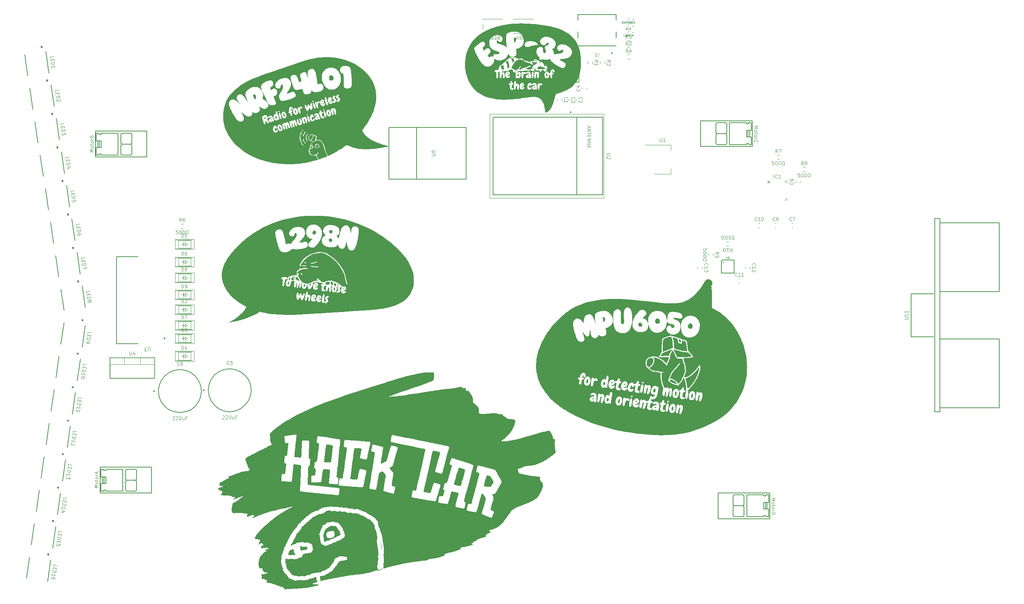
<source format=gbr>
%TF.GenerationSoftware,Flux,Pcbnew,7.0.11-7.0.11~ubuntu20.04.1*%
%TF.CreationDate,2024-08-17T14:41:58+00:00*%
%TF.ProjectId,input,696e7075-742e-46b6-9963-61645f706362,rev?*%
%TF.SameCoordinates,Original*%
%TF.FileFunction,Legend,Top*%
%TF.FilePolarity,Positive*%
%FSLAX46Y46*%
G04 Gerber Fmt 4.6, Leading zero omitted, Abs format (unit mm)*
G04 Filename: pcbrobot*
G04 Build it with Flux! Visit our site at: https://www.flux.ai (PCBNEW 7.0.11-7.0.11~ubuntu20.04.1) date 2024-08-17 14:41:58*
%MOMM*%
%LPD*%
G01*
G04 APERTURE LIST*
%ADD10C,0.095000*%
%ADD11C,0.095067*%
%ADD12C,0.095162*%
%ADD13C,0.047500*%
%ADD14C,0.095048*%
%ADD15C,0.045629*%
%ADD16C,0.045676*%
%ADD17C,0.152400*%
%ADD18C,0.120000*%
%ADD19C,0.400000*%
%ADD20C,0.127000*%
%ADD21C,0.100000*%
%ADD22C,0.050000*%
%ADD23C,0.300000*%
%ADD24C,0.200000*%
%ADD25C,0.150000*%
G04 APERTURE END LIST*
D10*
X128822073Y-5405092D02*
X129088739Y-5405092D01*
X129088739Y-4986044D02*
X129088739Y-5786044D01*
X129088739Y-5786044D02*
X128707787Y-5786044D01*
X128022073Y-4986044D02*
X128403025Y-4986044D01*
X128403025Y-4986044D02*
X128403025Y-5786044D01*
X127793502Y-5214616D02*
X127412549Y-5214616D01*
X127869692Y-4986044D02*
X127603025Y-5786044D01*
X127603025Y-5786044D02*
X127336359Y-4986044D01*
X127107788Y-5024140D02*
X126993502Y-4986044D01*
X126993502Y-4986044D02*
X126803026Y-4986044D01*
X126803026Y-4986044D02*
X126726835Y-5024140D01*
X126726835Y-5024140D02*
X126688740Y-5062235D01*
X126688740Y-5062235D02*
X126650645Y-5138425D01*
X126650645Y-5138425D02*
X126650645Y-5214616D01*
X126650645Y-5214616D02*
X126688740Y-5290806D01*
X126688740Y-5290806D02*
X126726835Y-5328901D01*
X126726835Y-5328901D02*
X126803026Y-5366997D01*
X126803026Y-5366997D02*
X126955407Y-5405092D01*
X126955407Y-5405092D02*
X127031597Y-5443187D01*
X127031597Y-5443187D02*
X127069692Y-5481282D01*
X127069692Y-5481282D02*
X127107788Y-5557473D01*
X127107788Y-5557473D02*
X127107788Y-5633663D01*
X127107788Y-5633663D02*
X127069692Y-5709854D01*
X127069692Y-5709854D02*
X127031597Y-5747949D01*
X127031597Y-5747949D02*
X126955407Y-5786044D01*
X126955407Y-5786044D02*
X126764930Y-5786044D01*
X126764930Y-5786044D02*
X126650645Y-5747949D01*
X126307787Y-4986044D02*
X126307787Y-5786044D01*
X126307787Y-5405092D02*
X125850644Y-5405092D01*
X125850644Y-4986044D02*
X125850644Y-5786044D01*
X20561376Y-112778310D02*
X20614395Y-112401065D01*
X20614395Y-112401065D02*
X21406609Y-112512404D01*
X20939233Y-113100702D02*
X20902120Y-113364773D01*
X20471245Y-113419626D02*
X20524263Y-113042382D01*
X20524263Y-113042382D02*
X21316478Y-113153720D01*
X21316478Y-113153720D02*
X21263460Y-113530965D01*
X20423529Y-113759147D02*
X21215743Y-113870486D01*
X21215743Y-113870486D02*
X21189234Y-114059108D01*
X21189234Y-114059108D02*
X21135604Y-114166980D01*
X21135604Y-114166980D02*
X21049551Y-114231825D01*
X21049551Y-114231825D02*
X20968800Y-114258946D01*
X20968800Y-114258946D02*
X20812601Y-114275463D01*
X20812601Y-114275463D02*
X20699427Y-114259558D01*
X20699427Y-114259558D02*
X20553831Y-114200626D01*
X20553831Y-114200626D02*
X20483684Y-114152298D01*
X20483684Y-114152298D02*
X20418838Y-114066245D01*
X20418838Y-114066245D02*
X20397019Y-113947770D01*
X20397019Y-113947770D02*
X20423529Y-113759147D01*
X20253870Y-114966331D02*
X20317492Y-114513637D01*
X20285681Y-114739984D02*
X21077895Y-114851323D01*
X21077895Y-114851323D02*
X20975326Y-114759968D01*
X20975326Y-114759968D02*
X20910480Y-114673916D01*
X20910480Y-114673916D02*
X20883359Y-114593165D01*
X20686580Y-115719598D02*
X20158437Y-115645373D01*
X21014885Y-115573390D02*
X20475527Y-115305240D01*
X20475527Y-115305240D02*
X20406603Y-115795659D01*
X151891467Y-5484555D02*
X151624800Y-5103602D01*
X151434324Y-5484555D02*
X151434324Y-4684555D01*
X151434324Y-4684555D02*
X151739086Y-4684555D01*
X151739086Y-4684555D02*
X151815276Y-4722650D01*
X151815276Y-4722650D02*
X151853371Y-4760745D01*
X151853371Y-4760745D02*
X151891467Y-4836936D01*
X151891467Y-4836936D02*
X151891467Y-4951221D01*
X151891467Y-4951221D02*
X151853371Y-5027412D01*
X151853371Y-5027412D02*
X151815276Y-5065507D01*
X151815276Y-5065507D02*
X151739086Y-5103602D01*
X151739086Y-5103602D02*
X151434324Y-5103602D01*
X152615276Y-4684555D02*
X152234324Y-4684555D01*
X152234324Y-4684555D02*
X152196228Y-5065507D01*
X152196228Y-5065507D02*
X152234324Y-5027412D01*
X152234324Y-5027412D02*
X152310514Y-4989317D01*
X152310514Y-4989317D02*
X152500990Y-4989317D01*
X152500990Y-4989317D02*
X152577181Y-5027412D01*
X152577181Y-5027412D02*
X152615276Y-5065507D01*
X152615276Y-5065507D02*
X152653371Y-5141698D01*
X152653371Y-5141698D02*
X152653371Y-5332174D01*
X152653371Y-5332174D02*
X152615276Y-5408364D01*
X152615276Y-5408364D02*
X152577181Y-5446460D01*
X152577181Y-5446460D02*
X152500990Y-5484555D01*
X152500990Y-5484555D02*
X152310514Y-5484555D01*
X152310514Y-5484555D02*
X152234324Y-5446460D01*
X152234324Y-5446460D02*
X152196228Y-5408364D01*
X140474135Y-19689466D02*
X140436040Y-19651370D01*
X140436040Y-19651370D02*
X140397944Y-19537085D01*
X140397944Y-19537085D02*
X140397944Y-19460894D01*
X140397944Y-19460894D02*
X140436040Y-19346608D01*
X140436040Y-19346608D02*
X140512230Y-19270418D01*
X140512230Y-19270418D02*
X140588420Y-19232323D01*
X140588420Y-19232323D02*
X140740801Y-19194227D01*
X140740801Y-19194227D02*
X140855087Y-19194227D01*
X140855087Y-19194227D02*
X141007468Y-19232323D01*
X141007468Y-19232323D02*
X141083659Y-19270418D01*
X141083659Y-19270418D02*
X141159849Y-19346608D01*
X141159849Y-19346608D02*
X141197944Y-19460894D01*
X141197944Y-19460894D02*
X141197944Y-19537085D01*
X141197944Y-19537085D02*
X141159849Y-19651370D01*
X141159849Y-19651370D02*
X141121754Y-19689466D01*
X141121754Y-19994227D02*
X141159849Y-20032323D01*
X141159849Y-20032323D02*
X141197944Y-20108513D01*
X141197944Y-20108513D02*
X141197944Y-20298989D01*
X141197944Y-20298989D02*
X141159849Y-20375180D01*
X141159849Y-20375180D02*
X141121754Y-20413275D01*
X141121754Y-20413275D02*
X141045563Y-20451370D01*
X141045563Y-20451370D02*
X140969373Y-20451370D01*
X140969373Y-20451370D02*
X140855087Y-20413275D01*
X140855087Y-20413275D02*
X140397944Y-19956132D01*
X140397944Y-19956132D02*
X140397944Y-20451370D01*
X138791535Y-19703266D02*
X138753440Y-19665170D01*
X138753440Y-19665170D02*
X138715344Y-19550885D01*
X138715344Y-19550885D02*
X138715344Y-19474694D01*
X138715344Y-19474694D02*
X138753440Y-19360408D01*
X138753440Y-19360408D02*
X138829630Y-19284218D01*
X138829630Y-19284218D02*
X138905820Y-19246123D01*
X138905820Y-19246123D02*
X139058201Y-19208027D01*
X139058201Y-19208027D02*
X139172487Y-19208027D01*
X139172487Y-19208027D02*
X139324868Y-19246123D01*
X139324868Y-19246123D02*
X139401059Y-19284218D01*
X139401059Y-19284218D02*
X139477249Y-19360408D01*
X139477249Y-19360408D02*
X139515344Y-19474694D01*
X139515344Y-19474694D02*
X139515344Y-19550885D01*
X139515344Y-19550885D02*
X139477249Y-19665170D01*
X139477249Y-19665170D02*
X139439154Y-19703266D01*
X139515344Y-19969932D02*
X139515344Y-20465170D01*
X139515344Y-20465170D02*
X139210582Y-20198504D01*
X139210582Y-20198504D02*
X139210582Y-20312789D01*
X139210582Y-20312789D02*
X139172487Y-20388980D01*
X139172487Y-20388980D02*
X139134392Y-20427075D01*
X139134392Y-20427075D02*
X139058201Y-20465170D01*
X139058201Y-20465170D02*
X138867725Y-20465170D01*
X138867725Y-20465170D02*
X138791535Y-20427075D01*
X138791535Y-20427075D02*
X138753440Y-20388980D01*
X138753440Y-20388980D02*
X138715344Y-20312789D01*
X138715344Y-20312789D02*
X138715344Y-20084218D01*
X138715344Y-20084218D02*
X138753440Y-20008027D01*
X138753440Y-20008027D02*
X138791535Y-19969932D01*
X46036361Y-93548445D02*
X46074457Y-93510350D01*
X46074457Y-93510350D02*
X46150647Y-93472255D01*
X46150647Y-93472255D02*
X46341123Y-93472255D01*
X46341123Y-93472255D02*
X46417314Y-93510350D01*
X46417314Y-93510350D02*
X46455409Y-93548445D01*
X46455409Y-93548445D02*
X46493504Y-93624636D01*
X46493504Y-93624636D02*
X46493504Y-93700826D01*
X46493504Y-93700826D02*
X46455409Y-93815112D01*
X46455409Y-93815112D02*
X45998266Y-94272255D01*
X45998266Y-94272255D02*
X46493504Y-94272255D01*
X46798266Y-93548445D02*
X46836362Y-93510350D01*
X46836362Y-93510350D02*
X46912552Y-93472255D01*
X46912552Y-93472255D02*
X47103028Y-93472255D01*
X47103028Y-93472255D02*
X47179219Y-93510350D01*
X47179219Y-93510350D02*
X47217314Y-93548445D01*
X47217314Y-93548445D02*
X47255409Y-93624636D01*
X47255409Y-93624636D02*
X47255409Y-93700826D01*
X47255409Y-93700826D02*
X47217314Y-93815112D01*
X47217314Y-93815112D02*
X46760171Y-94272255D01*
X46760171Y-94272255D02*
X47255409Y-94272255D01*
X47750648Y-93472255D02*
X47826838Y-93472255D01*
X47826838Y-93472255D02*
X47903029Y-93510350D01*
X47903029Y-93510350D02*
X47941124Y-93548445D01*
X47941124Y-93548445D02*
X47979219Y-93624636D01*
X47979219Y-93624636D02*
X48017314Y-93777017D01*
X48017314Y-93777017D02*
X48017314Y-93967493D01*
X48017314Y-93967493D02*
X47979219Y-94119874D01*
X47979219Y-94119874D02*
X47941124Y-94196064D01*
X47941124Y-94196064D02*
X47903029Y-94234160D01*
X47903029Y-94234160D02*
X47826838Y-94272255D01*
X47826838Y-94272255D02*
X47750648Y-94272255D01*
X47750648Y-94272255D02*
X47674457Y-94234160D01*
X47674457Y-94234160D02*
X47636362Y-94196064D01*
X47636362Y-94196064D02*
X47598267Y-94119874D01*
X47598267Y-94119874D02*
X47560171Y-93967493D01*
X47560171Y-93967493D02*
X47560171Y-93777017D01*
X47560171Y-93777017D02*
X47598267Y-93624636D01*
X47598267Y-93624636D02*
X47636362Y-93548445D01*
X47636362Y-93548445D02*
X47674457Y-93510350D01*
X47674457Y-93510350D02*
X47750648Y-93472255D01*
X48703029Y-93738921D02*
X48703029Y-94272255D01*
X48360172Y-93738921D02*
X48360172Y-94157969D01*
X48360172Y-94157969D02*
X48398267Y-94234160D01*
X48398267Y-94234160D02*
X48474457Y-94272255D01*
X48474457Y-94272255D02*
X48588743Y-94272255D01*
X48588743Y-94272255D02*
X48664934Y-94234160D01*
X48664934Y-94234160D02*
X48703029Y-94196064D01*
X49350648Y-93853207D02*
X49083982Y-93853207D01*
X49083982Y-94272255D02*
X49083982Y-93472255D01*
X49083982Y-93472255D02*
X49464934Y-93472255D01*
X47598267Y-81546064D02*
X47560171Y-81584160D01*
X47560171Y-81584160D02*
X47445886Y-81622255D01*
X47445886Y-81622255D02*
X47369695Y-81622255D01*
X47369695Y-81622255D02*
X47255409Y-81584160D01*
X47255409Y-81584160D02*
X47179219Y-81507969D01*
X47179219Y-81507969D02*
X47141124Y-81431779D01*
X47141124Y-81431779D02*
X47103028Y-81279398D01*
X47103028Y-81279398D02*
X47103028Y-81165112D01*
X47103028Y-81165112D02*
X47141124Y-81012731D01*
X47141124Y-81012731D02*
X47179219Y-80936540D01*
X47179219Y-80936540D02*
X47255409Y-80860350D01*
X47255409Y-80860350D02*
X47369695Y-80822255D01*
X47369695Y-80822255D02*
X47445886Y-80822255D01*
X47445886Y-80822255D02*
X47560171Y-80860350D01*
X47560171Y-80860350D02*
X47598267Y-80898445D01*
X48283981Y-80822255D02*
X48131600Y-80822255D01*
X48131600Y-80822255D02*
X48055409Y-80860350D01*
X48055409Y-80860350D02*
X48017314Y-80898445D01*
X48017314Y-80898445D02*
X47941124Y-81012731D01*
X47941124Y-81012731D02*
X47903028Y-81165112D01*
X47903028Y-81165112D02*
X47903028Y-81469874D01*
X47903028Y-81469874D02*
X47941124Y-81546064D01*
X47941124Y-81546064D02*
X47979219Y-81584160D01*
X47979219Y-81584160D02*
X48055409Y-81622255D01*
X48055409Y-81622255D02*
X48207790Y-81622255D01*
X48207790Y-81622255D02*
X48283981Y-81584160D01*
X48283981Y-81584160D02*
X48322076Y-81546064D01*
X48322076Y-81546064D02*
X48360171Y-81469874D01*
X48360171Y-81469874D02*
X48360171Y-81279398D01*
X48360171Y-81279398D02*
X48322076Y-81203207D01*
X48322076Y-81203207D02*
X48283981Y-81165112D01*
X48283981Y-81165112D02*
X48207790Y-81127017D01*
X48207790Y-81127017D02*
X48055409Y-81127017D01*
X48055409Y-81127017D02*
X47979219Y-81165112D01*
X47979219Y-81165112D02*
X47941124Y-81203207D01*
X47941124Y-81203207D02*
X47903028Y-81279398D01*
D11*
D12*
X185309224Y-112478949D02*
X186110584Y-112478949D01*
X186110584Y-112478949D02*
X185538184Y-112746069D01*
X185538184Y-112746069D02*
X186110584Y-113013189D01*
X186110584Y-113013189D02*
X185309224Y-113013189D01*
X185309224Y-113509269D02*
X185347384Y-113432949D01*
X185347384Y-113432949D02*
X185385544Y-113394789D01*
X185385544Y-113394789D02*
X185461864Y-113356629D01*
X185461864Y-113356629D02*
X185690824Y-113356629D01*
X185690824Y-113356629D02*
X185767144Y-113394789D01*
X185767144Y-113394789D02*
X185805304Y-113432949D01*
X185805304Y-113432949D02*
X185843464Y-113509269D01*
X185843464Y-113509269D02*
X185843464Y-113623749D01*
X185843464Y-113623749D02*
X185805304Y-113700069D01*
X185805304Y-113700069D02*
X185767144Y-113738229D01*
X185767144Y-113738229D02*
X185690824Y-113776389D01*
X185690824Y-113776389D02*
X185461864Y-113776389D01*
X185461864Y-113776389D02*
X185385544Y-113738229D01*
X185385544Y-113738229D02*
X185347384Y-113700069D01*
X185347384Y-113700069D02*
X185309224Y-113623749D01*
X185309224Y-113623749D02*
X185309224Y-113509269D01*
X185843464Y-114005349D02*
X185843464Y-114310629D01*
X186110584Y-114119829D02*
X185423704Y-114119829D01*
X185423704Y-114119829D02*
X185347384Y-114157989D01*
X185347384Y-114157989D02*
X185309224Y-114234309D01*
X185309224Y-114234309D02*
X185309224Y-114310629D01*
X185309224Y-114692229D02*
X185347384Y-114615909D01*
X185347384Y-114615909D02*
X185385544Y-114577749D01*
X185385544Y-114577749D02*
X185461864Y-114539589D01*
X185461864Y-114539589D02*
X185690824Y-114539589D01*
X185690824Y-114539589D02*
X185767144Y-114577749D01*
X185767144Y-114577749D02*
X185805304Y-114615909D01*
X185805304Y-114615909D02*
X185843464Y-114692229D01*
X185843464Y-114692229D02*
X185843464Y-114806709D01*
X185843464Y-114806709D02*
X185805304Y-114883029D01*
X185805304Y-114883029D02*
X185767144Y-114921189D01*
X185767144Y-114921189D02*
X185690824Y-114959349D01*
X185690824Y-114959349D02*
X185461864Y-114959349D01*
X185461864Y-114959349D02*
X185385544Y-114921189D01*
X185385544Y-114921189D02*
X185347384Y-114883029D01*
X185347384Y-114883029D02*
X185309224Y-114806709D01*
X185309224Y-114806709D02*
X185309224Y-114692229D01*
X185309224Y-115302789D02*
X185843464Y-115302789D01*
X185690824Y-115302789D02*
X185767144Y-115340949D01*
X185767144Y-115340949D02*
X185805304Y-115379109D01*
X185805304Y-115379109D02*
X185843464Y-115455429D01*
X185843464Y-115455429D02*
X185843464Y-115531749D01*
X185309224Y-115798869D02*
X186110584Y-115798869D01*
X186110584Y-115798869D02*
X186110584Y-115989669D01*
X186110584Y-115989669D02*
X186072424Y-116104149D01*
X186072424Y-116104149D02*
X185996104Y-116180469D01*
X185996104Y-116180469D02*
X185919784Y-116218629D01*
X185919784Y-116218629D02*
X185767144Y-116256789D01*
X185767144Y-116256789D02*
X185652664Y-116256789D01*
X185652664Y-116256789D02*
X185500024Y-116218629D01*
X185500024Y-116218629D02*
X185423704Y-116180469D01*
X185423704Y-116180469D02*
X185347384Y-116104149D01*
X185347384Y-116104149D02*
X185309224Y-115989669D01*
X185309224Y-115989669D02*
X185309224Y-115798869D01*
D10*
X23998976Y-89422410D02*
X24051995Y-89045165D01*
X24051995Y-89045165D02*
X24844209Y-89156504D01*
X24376833Y-89744802D02*
X24339720Y-90008873D01*
X23908845Y-90063726D02*
X23961863Y-89686482D01*
X23961863Y-89686482D02*
X24754078Y-89797820D01*
X24754078Y-89797820D02*
X24701060Y-90175065D01*
X23861129Y-90403247D02*
X24653343Y-90514586D01*
X24653343Y-90514586D02*
X24626834Y-90703208D01*
X24626834Y-90703208D02*
X24573204Y-90811080D01*
X24573204Y-90811080D02*
X24487151Y-90875925D01*
X24487151Y-90875925D02*
X24406400Y-90903046D01*
X24406400Y-90903046D02*
X24250201Y-90919563D01*
X24250201Y-90919563D02*
X24137027Y-90903658D01*
X24137027Y-90903658D02*
X23991431Y-90844726D01*
X23991431Y-90844726D02*
X23921284Y-90796398D01*
X23921284Y-90796398D02*
X23856438Y-90710345D01*
X23856438Y-90710345D02*
X23834619Y-90591870D01*
X23834619Y-90591870D02*
X23861129Y-90403247D01*
X23691470Y-91610431D02*
X23755092Y-91157737D01*
X23723281Y-91384084D02*
X24515495Y-91495423D01*
X24515495Y-91495423D02*
X24412926Y-91404068D01*
X24412926Y-91404068D02*
X24348080Y-91318016D01*
X24348080Y-91318016D02*
X24320959Y-91237265D01*
X23585433Y-92364922D02*
X23649055Y-91912228D01*
X23617244Y-92138575D02*
X24409459Y-92249913D01*
X24409459Y-92249913D02*
X24306889Y-92158559D01*
X24306889Y-92158559D02*
X24242044Y-92072506D01*
X24242044Y-92072506D02*
X24214923Y-91991755D01*
X48114124Y-67068155D02*
X48114124Y-66268155D01*
X48114124Y-66268155D02*
X48304600Y-66268155D01*
X48304600Y-66268155D02*
X48418886Y-66306250D01*
X48418886Y-66306250D02*
X48495076Y-66382440D01*
X48495076Y-66382440D02*
X48533171Y-66458631D01*
X48533171Y-66458631D02*
X48571267Y-66611012D01*
X48571267Y-66611012D02*
X48571267Y-66725298D01*
X48571267Y-66725298D02*
X48533171Y-66877679D01*
X48533171Y-66877679D02*
X48495076Y-66953869D01*
X48495076Y-66953869D02*
X48418886Y-67030060D01*
X48418886Y-67030060D02*
X48304600Y-67068155D01*
X48304600Y-67068155D02*
X48114124Y-67068155D01*
X48876028Y-66344345D02*
X48914124Y-66306250D01*
X48914124Y-66306250D02*
X48990314Y-66268155D01*
X48990314Y-66268155D02*
X49180790Y-66268155D01*
X49180790Y-66268155D02*
X49256981Y-66306250D01*
X49256981Y-66306250D02*
X49295076Y-66344345D01*
X49295076Y-66344345D02*
X49333171Y-66420536D01*
X49333171Y-66420536D02*
X49333171Y-66496726D01*
X49333171Y-66496726D02*
X49295076Y-66611012D01*
X49295076Y-66611012D02*
X48837933Y-67068155D01*
X48837933Y-67068155D02*
X49333171Y-67068155D01*
X48114124Y-67068155D02*
X48114124Y-66268155D01*
X48114124Y-66268155D02*
X48304600Y-66268155D01*
X48304600Y-66268155D02*
X48418886Y-66306250D01*
X48418886Y-66306250D02*
X48495076Y-66382440D01*
X48495076Y-66382440D02*
X48533171Y-66458631D01*
X48533171Y-66458631D02*
X48571267Y-66611012D01*
X48571267Y-66611012D02*
X48571267Y-66725298D01*
X48571267Y-66725298D02*
X48533171Y-66877679D01*
X48533171Y-66877679D02*
X48495076Y-66953869D01*
X48495076Y-66953869D02*
X48418886Y-67030060D01*
X48418886Y-67030060D02*
X48304600Y-67068155D01*
X48304600Y-67068155D02*
X48114124Y-67068155D01*
X48876028Y-66344345D02*
X48914124Y-66306250D01*
X48914124Y-66306250D02*
X48990314Y-66268155D01*
X48990314Y-66268155D02*
X49180790Y-66268155D01*
X49180790Y-66268155D02*
X49256981Y-66306250D01*
X49256981Y-66306250D02*
X49295076Y-66344345D01*
X49295076Y-66344345D02*
X49333171Y-66420536D01*
X49333171Y-66420536D02*
X49333171Y-66496726D01*
X49333171Y-66496726D02*
X49295076Y-66611012D01*
X49295076Y-66611012D02*
X48837933Y-67068155D01*
X48837933Y-67068155D02*
X49333171Y-67068155D01*
X137698355Y-13989682D02*
X136898355Y-13989682D01*
X136898355Y-13989682D02*
X136898355Y-13799206D01*
X136898355Y-13799206D02*
X136936450Y-13684920D01*
X136936450Y-13684920D02*
X137012640Y-13608730D01*
X137012640Y-13608730D02*
X137088831Y-13570635D01*
X137088831Y-13570635D02*
X137241212Y-13532539D01*
X137241212Y-13532539D02*
X137355498Y-13532539D01*
X137355498Y-13532539D02*
X137507879Y-13570635D01*
X137507879Y-13570635D02*
X137584069Y-13608730D01*
X137584069Y-13608730D02*
X137660260Y-13684920D01*
X137660260Y-13684920D02*
X137698355Y-13799206D01*
X137698355Y-13799206D02*
X137698355Y-13989682D01*
X137698355Y-12770635D02*
X137698355Y-13227778D01*
X137698355Y-12999206D02*
X136898355Y-12999206D01*
X136898355Y-12999206D02*
X137012640Y-13075397D01*
X137012640Y-13075397D02*
X137088831Y-13151587D01*
X137088831Y-13151587D02*
X137126926Y-13227778D01*
X137698355Y-13989682D02*
X136898355Y-13989682D01*
X136898355Y-13989682D02*
X136898355Y-13799206D01*
X136898355Y-13799206D02*
X136936450Y-13684920D01*
X136936450Y-13684920D02*
X137012640Y-13608730D01*
X137012640Y-13608730D02*
X137088831Y-13570635D01*
X137088831Y-13570635D02*
X137241212Y-13532539D01*
X137241212Y-13532539D02*
X137355498Y-13532539D01*
X137355498Y-13532539D02*
X137507879Y-13570635D01*
X137507879Y-13570635D02*
X137584069Y-13608730D01*
X137584069Y-13608730D02*
X137660260Y-13684920D01*
X137660260Y-13684920D02*
X137698355Y-13799206D01*
X137698355Y-13799206D02*
X137698355Y-13989682D01*
X137698355Y-12770635D02*
X137698355Y-13227778D01*
X137698355Y-12999206D02*
X136898355Y-12999206D01*
X136898355Y-12999206D02*
X137012640Y-13075397D01*
X137012640Y-13075397D02*
X137088831Y-13151587D01*
X137088831Y-13151587D02*
X137126926Y-13227778D01*
X185793148Y-38049855D02*
X185793148Y-37249855D01*
X186631243Y-37973664D02*
X186593147Y-38011760D01*
X186593147Y-38011760D02*
X186478862Y-38049855D01*
X186478862Y-38049855D02*
X186402671Y-38049855D01*
X186402671Y-38049855D02*
X186288385Y-38011760D01*
X186288385Y-38011760D02*
X186212195Y-37935569D01*
X186212195Y-37935569D02*
X186174100Y-37859379D01*
X186174100Y-37859379D02*
X186136004Y-37706998D01*
X186136004Y-37706998D02*
X186136004Y-37592712D01*
X186136004Y-37592712D02*
X186174100Y-37440331D01*
X186174100Y-37440331D02*
X186212195Y-37364140D01*
X186212195Y-37364140D02*
X186288385Y-37287950D01*
X186288385Y-37287950D02*
X186402671Y-37249855D01*
X186402671Y-37249855D02*
X186478862Y-37249855D01*
X186478862Y-37249855D02*
X186593147Y-37287950D01*
X186593147Y-37287950D02*
X186631243Y-37326045D01*
X187393147Y-38049855D02*
X186936004Y-38049855D01*
X187164576Y-38049855D02*
X187164576Y-37249855D01*
X187164576Y-37249855D02*
X187088385Y-37364140D01*
X187088385Y-37364140D02*
X187012195Y-37440331D01*
X187012195Y-37440331D02*
X186936004Y-37478426D01*
X191829628Y-37000755D02*
X191448676Y-37000755D01*
X191448676Y-37000755D02*
X191410580Y-37381707D01*
X191410580Y-37381707D02*
X191448676Y-37343612D01*
X191448676Y-37343612D02*
X191524866Y-37305517D01*
X191524866Y-37305517D02*
X191715342Y-37305517D01*
X191715342Y-37305517D02*
X191791533Y-37343612D01*
X191791533Y-37343612D02*
X191829628Y-37381707D01*
X191829628Y-37381707D02*
X191867723Y-37457898D01*
X191867723Y-37457898D02*
X191867723Y-37648374D01*
X191867723Y-37648374D02*
X191829628Y-37724564D01*
X191829628Y-37724564D02*
X191791533Y-37762660D01*
X191791533Y-37762660D02*
X191715342Y-37800755D01*
X191715342Y-37800755D02*
X191524866Y-37800755D01*
X191524866Y-37800755D02*
X191448676Y-37762660D01*
X191448676Y-37762660D02*
X191410580Y-37724564D01*
X192362962Y-37000755D02*
X192439152Y-37000755D01*
X192439152Y-37000755D02*
X192515343Y-37038850D01*
X192515343Y-37038850D02*
X192553438Y-37076945D01*
X192553438Y-37076945D02*
X192591533Y-37153136D01*
X192591533Y-37153136D02*
X192629628Y-37305517D01*
X192629628Y-37305517D02*
X192629628Y-37495993D01*
X192629628Y-37495993D02*
X192591533Y-37648374D01*
X192591533Y-37648374D02*
X192553438Y-37724564D01*
X192553438Y-37724564D02*
X192515343Y-37762660D01*
X192515343Y-37762660D02*
X192439152Y-37800755D01*
X192439152Y-37800755D02*
X192362962Y-37800755D01*
X192362962Y-37800755D02*
X192286771Y-37762660D01*
X192286771Y-37762660D02*
X192248676Y-37724564D01*
X192248676Y-37724564D02*
X192210581Y-37648374D01*
X192210581Y-37648374D02*
X192172485Y-37495993D01*
X192172485Y-37495993D02*
X192172485Y-37305517D01*
X192172485Y-37305517D02*
X192210581Y-37153136D01*
X192210581Y-37153136D02*
X192248676Y-37076945D01*
X192248676Y-37076945D02*
X192286771Y-37038850D01*
X192286771Y-37038850D02*
X192362962Y-37000755D01*
X193124867Y-37000755D02*
X193201057Y-37000755D01*
X193201057Y-37000755D02*
X193277248Y-37038850D01*
X193277248Y-37038850D02*
X193315343Y-37076945D01*
X193315343Y-37076945D02*
X193353438Y-37153136D01*
X193353438Y-37153136D02*
X193391533Y-37305517D01*
X193391533Y-37305517D02*
X193391533Y-37495993D01*
X193391533Y-37495993D02*
X193353438Y-37648374D01*
X193353438Y-37648374D02*
X193315343Y-37724564D01*
X193315343Y-37724564D02*
X193277248Y-37762660D01*
X193277248Y-37762660D02*
X193201057Y-37800755D01*
X193201057Y-37800755D02*
X193124867Y-37800755D01*
X193124867Y-37800755D02*
X193048676Y-37762660D01*
X193048676Y-37762660D02*
X193010581Y-37724564D01*
X193010581Y-37724564D02*
X192972486Y-37648374D01*
X192972486Y-37648374D02*
X192934390Y-37495993D01*
X192934390Y-37495993D02*
X192934390Y-37305517D01*
X192934390Y-37305517D02*
X192972486Y-37153136D01*
X192972486Y-37153136D02*
X193010581Y-37076945D01*
X193010581Y-37076945D02*
X193048676Y-37038850D01*
X193048676Y-37038850D02*
X193124867Y-37000755D01*
X193696295Y-37800755D02*
X193886772Y-37800755D01*
X193886772Y-37800755D02*
X193886772Y-37648374D01*
X193886772Y-37648374D02*
X193810581Y-37610279D01*
X193810581Y-37610279D02*
X193734391Y-37534088D01*
X193734391Y-37534088D02*
X193696295Y-37419802D01*
X193696295Y-37419802D02*
X193696295Y-37229326D01*
X193696295Y-37229326D02*
X193734391Y-37115040D01*
X193734391Y-37115040D02*
X193810581Y-37038850D01*
X193810581Y-37038850D02*
X193924867Y-37000755D01*
X193924867Y-37000755D02*
X194077248Y-37000755D01*
X194077248Y-37000755D02*
X194191534Y-37038850D01*
X194191534Y-37038850D02*
X194267724Y-37115040D01*
X194267724Y-37115040D02*
X194305819Y-37229326D01*
X194305819Y-37229326D02*
X194305819Y-37419802D01*
X194305819Y-37419802D02*
X194267724Y-37534088D01*
X194267724Y-37534088D02*
X194191534Y-37610279D01*
X194191534Y-37610279D02*
X194115343Y-37648374D01*
X194115343Y-37648374D02*
X194115343Y-37800755D01*
X194115343Y-37800755D02*
X194305819Y-37800755D01*
X192724867Y-34940755D02*
X192458200Y-34559802D01*
X192267724Y-34940755D02*
X192267724Y-34140755D01*
X192267724Y-34140755D02*
X192572486Y-34140755D01*
X192572486Y-34140755D02*
X192648676Y-34178850D01*
X192648676Y-34178850D02*
X192686771Y-34216945D01*
X192686771Y-34216945D02*
X192724867Y-34293136D01*
X192724867Y-34293136D02*
X192724867Y-34407421D01*
X192724867Y-34407421D02*
X192686771Y-34483612D01*
X192686771Y-34483612D02*
X192648676Y-34521707D01*
X192648676Y-34521707D02*
X192572486Y-34559802D01*
X192572486Y-34559802D02*
X192267724Y-34559802D01*
X193182009Y-34483612D02*
X193105819Y-34445517D01*
X193105819Y-34445517D02*
X193067724Y-34407421D01*
X193067724Y-34407421D02*
X193029628Y-34331231D01*
X193029628Y-34331231D02*
X193029628Y-34293136D01*
X193029628Y-34293136D02*
X193067724Y-34216945D01*
X193067724Y-34216945D02*
X193105819Y-34178850D01*
X193105819Y-34178850D02*
X193182009Y-34140755D01*
X193182009Y-34140755D02*
X193334390Y-34140755D01*
X193334390Y-34140755D02*
X193410581Y-34178850D01*
X193410581Y-34178850D02*
X193448676Y-34216945D01*
X193448676Y-34216945D02*
X193486771Y-34293136D01*
X193486771Y-34293136D02*
X193486771Y-34331231D01*
X193486771Y-34331231D02*
X193448676Y-34407421D01*
X193448676Y-34407421D02*
X193410581Y-34445517D01*
X193410581Y-34445517D02*
X193334390Y-34483612D01*
X193334390Y-34483612D02*
X193182009Y-34483612D01*
X193182009Y-34483612D02*
X193105819Y-34521707D01*
X193105819Y-34521707D02*
X193067724Y-34559802D01*
X193067724Y-34559802D02*
X193029628Y-34635993D01*
X193029628Y-34635993D02*
X193029628Y-34788374D01*
X193029628Y-34788374D02*
X193067724Y-34864564D01*
X193067724Y-34864564D02*
X193105819Y-34902660D01*
X193105819Y-34902660D02*
X193182009Y-34940755D01*
X193182009Y-34940755D02*
X193334390Y-34940755D01*
X193334390Y-34940755D02*
X193410581Y-34902660D01*
X193410581Y-34902660D02*
X193448676Y-34864564D01*
X193448676Y-34864564D02*
X193486771Y-34788374D01*
X193486771Y-34788374D02*
X193486771Y-34635993D01*
X193486771Y-34635993D02*
X193448676Y-34559802D01*
X193448676Y-34559802D02*
X193410581Y-34521707D01*
X193410581Y-34521707D02*
X193334390Y-34483612D01*
X40783116Y-78238038D02*
X40783116Y-77590419D01*
X40783116Y-77590419D02*
X40745021Y-77514229D01*
X40745021Y-77514229D02*
X40706926Y-77476134D01*
X40706926Y-77476134D02*
X40630735Y-77438038D01*
X40630735Y-77438038D02*
X40478354Y-77438038D01*
X40478354Y-77438038D02*
X40402164Y-77476134D01*
X40402164Y-77476134D02*
X40364069Y-77514229D01*
X40364069Y-77514229D02*
X40325973Y-77590419D01*
X40325973Y-77590419D02*
X40325973Y-78238038D01*
X40021212Y-78238038D02*
X39525974Y-78238038D01*
X39525974Y-78238038D02*
X39792640Y-77933276D01*
X39792640Y-77933276D02*
X39678355Y-77933276D01*
X39678355Y-77933276D02*
X39602164Y-77895181D01*
X39602164Y-77895181D02*
X39564069Y-77857086D01*
X39564069Y-77857086D02*
X39525974Y-77780895D01*
X39525974Y-77780895D02*
X39525974Y-77590419D01*
X39525974Y-77590419D02*
X39564069Y-77514229D01*
X39564069Y-77514229D02*
X39602164Y-77476134D01*
X39602164Y-77476134D02*
X39678355Y-77438038D01*
X39678355Y-77438038D02*
X39906926Y-77438038D01*
X39906926Y-77438038D02*
X39983117Y-77476134D01*
X39983117Y-77476134D02*
X40021212Y-77514229D01*
X48114124Y-59667355D02*
X48114124Y-58867355D01*
X48114124Y-58867355D02*
X48304600Y-58867355D01*
X48304600Y-58867355D02*
X48418886Y-58905450D01*
X48418886Y-58905450D02*
X48495076Y-58981640D01*
X48495076Y-58981640D02*
X48533171Y-59057831D01*
X48533171Y-59057831D02*
X48571267Y-59210212D01*
X48571267Y-59210212D02*
X48571267Y-59324498D01*
X48571267Y-59324498D02*
X48533171Y-59476879D01*
X48533171Y-59476879D02*
X48495076Y-59553069D01*
X48495076Y-59553069D02*
X48418886Y-59629260D01*
X48418886Y-59629260D02*
X48304600Y-59667355D01*
X48304600Y-59667355D02*
X48114124Y-59667355D01*
X49028409Y-59210212D02*
X48952219Y-59172117D01*
X48952219Y-59172117D02*
X48914124Y-59134021D01*
X48914124Y-59134021D02*
X48876028Y-59057831D01*
X48876028Y-59057831D02*
X48876028Y-59019736D01*
X48876028Y-59019736D02*
X48914124Y-58943545D01*
X48914124Y-58943545D02*
X48952219Y-58905450D01*
X48952219Y-58905450D02*
X49028409Y-58867355D01*
X49028409Y-58867355D02*
X49180790Y-58867355D01*
X49180790Y-58867355D02*
X49256981Y-58905450D01*
X49256981Y-58905450D02*
X49295076Y-58943545D01*
X49295076Y-58943545D02*
X49333171Y-59019736D01*
X49333171Y-59019736D02*
X49333171Y-59057831D01*
X49333171Y-59057831D02*
X49295076Y-59134021D01*
X49295076Y-59134021D02*
X49256981Y-59172117D01*
X49256981Y-59172117D02*
X49180790Y-59210212D01*
X49180790Y-59210212D02*
X49028409Y-59210212D01*
X49028409Y-59210212D02*
X48952219Y-59248307D01*
X48952219Y-59248307D02*
X48914124Y-59286402D01*
X48914124Y-59286402D02*
X48876028Y-59362593D01*
X48876028Y-59362593D02*
X48876028Y-59514974D01*
X48876028Y-59514974D02*
X48914124Y-59591164D01*
X48914124Y-59591164D02*
X48952219Y-59629260D01*
X48952219Y-59629260D02*
X49028409Y-59667355D01*
X49028409Y-59667355D02*
X49180790Y-59667355D01*
X49180790Y-59667355D02*
X49256981Y-59629260D01*
X49256981Y-59629260D02*
X49295076Y-59591164D01*
X49295076Y-59591164D02*
X49333171Y-59514974D01*
X49333171Y-59514974D02*
X49333171Y-59362593D01*
X49333171Y-59362593D02*
X49295076Y-59286402D01*
X49295076Y-59286402D02*
X49256981Y-59248307D01*
X49256981Y-59248307D02*
X49180790Y-59210212D01*
X48114124Y-59667355D02*
X48114124Y-58867355D01*
X48114124Y-58867355D02*
X48304600Y-58867355D01*
X48304600Y-58867355D02*
X48418886Y-58905450D01*
X48418886Y-58905450D02*
X48495076Y-58981640D01*
X48495076Y-58981640D02*
X48533171Y-59057831D01*
X48533171Y-59057831D02*
X48571267Y-59210212D01*
X48571267Y-59210212D02*
X48571267Y-59324498D01*
X48571267Y-59324498D02*
X48533171Y-59476879D01*
X48533171Y-59476879D02*
X48495076Y-59553069D01*
X48495076Y-59553069D02*
X48418886Y-59629260D01*
X48418886Y-59629260D02*
X48304600Y-59667355D01*
X48304600Y-59667355D02*
X48114124Y-59667355D01*
X49028409Y-59210212D02*
X48952219Y-59172117D01*
X48952219Y-59172117D02*
X48914124Y-59134021D01*
X48914124Y-59134021D02*
X48876028Y-59057831D01*
X48876028Y-59057831D02*
X48876028Y-59019736D01*
X48876028Y-59019736D02*
X48914124Y-58943545D01*
X48914124Y-58943545D02*
X48952219Y-58905450D01*
X48952219Y-58905450D02*
X49028409Y-58867355D01*
X49028409Y-58867355D02*
X49180790Y-58867355D01*
X49180790Y-58867355D02*
X49256981Y-58905450D01*
X49256981Y-58905450D02*
X49295076Y-58943545D01*
X49295076Y-58943545D02*
X49333171Y-59019736D01*
X49333171Y-59019736D02*
X49333171Y-59057831D01*
X49333171Y-59057831D02*
X49295076Y-59134021D01*
X49295076Y-59134021D02*
X49256981Y-59172117D01*
X49256981Y-59172117D02*
X49180790Y-59210212D01*
X49180790Y-59210212D02*
X49028409Y-59210212D01*
X49028409Y-59210212D02*
X48952219Y-59248307D01*
X48952219Y-59248307D02*
X48914124Y-59286402D01*
X48914124Y-59286402D02*
X48876028Y-59362593D01*
X48876028Y-59362593D02*
X48876028Y-59514974D01*
X48876028Y-59514974D02*
X48914124Y-59591164D01*
X48914124Y-59591164D02*
X48952219Y-59629260D01*
X48952219Y-59629260D02*
X49028409Y-59667355D01*
X49028409Y-59667355D02*
X49180790Y-59667355D01*
X49180790Y-59667355D02*
X49256981Y-59629260D01*
X49256981Y-59629260D02*
X49295076Y-59591164D01*
X49295076Y-59591164D02*
X49333171Y-59514974D01*
X49333171Y-59514974D02*
X49333171Y-59362593D01*
X49333171Y-59362593D02*
X49295076Y-59286402D01*
X49295076Y-59286402D02*
X49256981Y-59248307D01*
X49256981Y-59248307D02*
X49180790Y-59210212D01*
X151891467Y-8745855D02*
X151624800Y-8364902D01*
X151434324Y-8745855D02*
X151434324Y-7945855D01*
X151434324Y-7945855D02*
X151739086Y-7945855D01*
X151739086Y-7945855D02*
X151815276Y-7983950D01*
X151815276Y-7983950D02*
X151853371Y-8022045D01*
X151853371Y-8022045D02*
X151891467Y-8098236D01*
X151891467Y-8098236D02*
X151891467Y-8212521D01*
X151891467Y-8212521D02*
X151853371Y-8288712D01*
X151853371Y-8288712D02*
X151815276Y-8326807D01*
X151815276Y-8326807D02*
X151739086Y-8364902D01*
X151739086Y-8364902D02*
X151434324Y-8364902D01*
X152577181Y-8212521D02*
X152577181Y-8745855D01*
X152386705Y-7907760D02*
X152196228Y-8479188D01*
X152196228Y-8479188D02*
X152691467Y-8479188D01*
X26037283Y-64783879D02*
X25984264Y-64406634D01*
X25984264Y-64406634D02*
X26776479Y-64295296D01*
X26489365Y-64989631D02*
X26526478Y-65253702D01*
X26127414Y-65425196D02*
X26074396Y-65047951D01*
X26074396Y-65047951D02*
X26866610Y-64936612D01*
X26866610Y-64936612D02*
X26919628Y-65313857D01*
X26175131Y-65764717D02*
X26967345Y-65653378D01*
X26967345Y-65653378D02*
X26993854Y-65842001D01*
X26993854Y-65842001D02*
X26972035Y-65960476D01*
X26972035Y-65960476D02*
X26907190Y-66046529D01*
X26907190Y-66046529D02*
X26837043Y-66094857D01*
X26837043Y-66094857D02*
X26691446Y-66153789D01*
X26691446Y-66153789D02*
X26578273Y-66169694D01*
X26578273Y-66169694D02*
X26422073Y-66153177D01*
X26422073Y-66153177D02*
X26341322Y-66126056D01*
X26341322Y-66126056D02*
X26255270Y-66061211D01*
X26255270Y-66061211D02*
X26201640Y-65953339D01*
X26201640Y-65953339D02*
X26175131Y-65764717D01*
X26755068Y-66606483D02*
X26782189Y-66525732D01*
X26782189Y-66525732D02*
X26814612Y-66482705D01*
X26814612Y-66482705D02*
X26884759Y-66434377D01*
X26884759Y-66434377D02*
X26922484Y-66429075D01*
X26922484Y-66429075D02*
X27003234Y-66456196D01*
X27003234Y-66456196D02*
X27046261Y-66488619D01*
X27046261Y-66488619D02*
X27094589Y-66558766D01*
X27094589Y-66558766D02*
X27115796Y-66709664D01*
X27115796Y-66709664D02*
X27088675Y-66790415D01*
X27088675Y-66790415D02*
X27056253Y-66833441D01*
X27056253Y-66833441D02*
X26986106Y-66881769D01*
X26986106Y-66881769D02*
X26948381Y-66887071D01*
X26948381Y-66887071D02*
X26867630Y-66859950D01*
X26867630Y-66859950D02*
X26824604Y-66827528D01*
X26824604Y-66827528D02*
X26776276Y-66757381D01*
X26776276Y-66757381D02*
X26755068Y-66606483D01*
X26755068Y-66606483D02*
X26706740Y-66536335D01*
X26706740Y-66536335D02*
X26663714Y-66503913D01*
X26663714Y-66503913D02*
X26582963Y-66476792D01*
X26582963Y-66476792D02*
X26432065Y-66497999D01*
X26432065Y-66497999D02*
X26361918Y-66546327D01*
X26361918Y-66546327D02*
X26329495Y-66589354D01*
X26329495Y-66589354D02*
X26302374Y-66670105D01*
X26302374Y-66670105D02*
X26323582Y-66821003D01*
X26323582Y-66821003D02*
X26371910Y-66891150D01*
X26371910Y-66891150D02*
X26414936Y-66923572D01*
X26414936Y-66923572D02*
X26495687Y-66950693D01*
X26495687Y-66950693D02*
X26646585Y-66929486D01*
X26646585Y-66929486D02*
X26716732Y-66881158D01*
X26716732Y-66881158D02*
X26749155Y-66838131D01*
X26749155Y-66838131D02*
X26776276Y-66757381D01*
X25144876Y-81637210D02*
X25197895Y-81259965D01*
X25197895Y-81259965D02*
X25990109Y-81371304D01*
X25522733Y-81959602D02*
X25485620Y-82223673D01*
X25054745Y-82278526D02*
X25107763Y-81901282D01*
X25107763Y-81901282D02*
X25899978Y-82012620D01*
X25899978Y-82012620D02*
X25846960Y-82389865D01*
X25007029Y-82618047D02*
X25799243Y-82729386D01*
X25799243Y-82729386D02*
X25772734Y-82918008D01*
X25772734Y-82918008D02*
X25719104Y-83025880D01*
X25719104Y-83025880D02*
X25633051Y-83090725D01*
X25633051Y-83090725D02*
X25552300Y-83117846D01*
X25552300Y-83117846D02*
X25396101Y-83134363D01*
X25396101Y-83134363D02*
X25282927Y-83118458D01*
X25282927Y-83118458D02*
X25137331Y-83059526D01*
X25137331Y-83059526D02*
X25067184Y-83011198D01*
X25067184Y-83011198D02*
X25002338Y-82925145D01*
X25002338Y-82925145D02*
X24980519Y-82806670D01*
X24980519Y-82806670D02*
X25007029Y-82618047D01*
X24837370Y-83825231D02*
X24900992Y-83372537D01*
X24869181Y-83598884D02*
X25661395Y-83710223D01*
X25661395Y-83710223D02*
X25558826Y-83618868D01*
X25558826Y-83618868D02*
X25493980Y-83532816D01*
X25493980Y-83532816D02*
X25466859Y-83452065D01*
X25560661Y-84426989D02*
X25550057Y-84502438D01*
X25550057Y-84502438D02*
X25501729Y-84572585D01*
X25501729Y-84572585D02*
X25458702Y-84605007D01*
X25458702Y-84605007D02*
X25377952Y-84632128D01*
X25377952Y-84632128D02*
X25221752Y-84648645D01*
X25221752Y-84648645D02*
X25033129Y-84622136D01*
X25033129Y-84622136D02*
X24887533Y-84563204D01*
X24887533Y-84563204D02*
X24817386Y-84514876D01*
X24817386Y-84514876D02*
X24784963Y-84471850D01*
X24784963Y-84471850D02*
X24757842Y-84391099D01*
X24757842Y-84391099D02*
X24768446Y-84315650D01*
X24768446Y-84315650D02*
X24816774Y-84245503D01*
X24816774Y-84245503D02*
X24859801Y-84213080D01*
X24859801Y-84213080D02*
X24940551Y-84185959D01*
X24940551Y-84185959D02*
X25096751Y-84169442D01*
X25096751Y-84169442D02*
X25285374Y-84195951D01*
X25285374Y-84195951D02*
X25430970Y-84254883D01*
X25430970Y-84254883D02*
X25501117Y-84303211D01*
X25501117Y-84303211D02*
X25533540Y-84346238D01*
X25533540Y-84346238D02*
X25560661Y-84426989D01*
X23625883Y-49202279D02*
X23572864Y-48825034D01*
X23572864Y-48825034D02*
X24365079Y-48713696D01*
X24077965Y-49408031D02*
X24115078Y-49672102D01*
X23716014Y-49843596D02*
X23662996Y-49466351D01*
X23662996Y-49466351D02*
X24455210Y-49355012D01*
X24455210Y-49355012D02*
X24508228Y-49732257D01*
X23763731Y-50183117D02*
X24555945Y-50071778D01*
X24555945Y-50071778D02*
X24582454Y-50260401D01*
X24582454Y-50260401D02*
X24560635Y-50378876D01*
X24560635Y-50378876D02*
X24495790Y-50464929D01*
X24495790Y-50464929D02*
X24425643Y-50513257D01*
X24425643Y-50513257D02*
X24280046Y-50572189D01*
X24280046Y-50572189D02*
X24166873Y-50588094D01*
X24166873Y-50588094D02*
X24010673Y-50571577D01*
X24010673Y-50571577D02*
X23929922Y-50544456D01*
X23929922Y-50544456D02*
X23843870Y-50479611D01*
X23843870Y-50479611D02*
X23790240Y-50371739D01*
X23790240Y-50371739D02*
X23763731Y-50183117D01*
X24715000Y-51203513D02*
X24693793Y-51052615D01*
X24693793Y-51052615D02*
X24645464Y-50982468D01*
X24645464Y-50982468D02*
X24602438Y-50950045D01*
X24602438Y-50950045D02*
X24478661Y-50890502D01*
X24478661Y-50890502D02*
X24322461Y-50873985D01*
X24322461Y-50873985D02*
X24020665Y-50916399D01*
X24020665Y-50916399D02*
X23950518Y-50964727D01*
X23950518Y-50964727D02*
X23918095Y-51007754D01*
X23918095Y-51007754D02*
X23890974Y-51088505D01*
X23890974Y-51088505D02*
X23912182Y-51239403D01*
X23912182Y-51239403D02*
X23960510Y-51309550D01*
X23960510Y-51309550D02*
X24003536Y-51341972D01*
X24003536Y-51341972D02*
X24084287Y-51369093D01*
X24084287Y-51369093D02*
X24272910Y-51342584D01*
X24272910Y-51342584D02*
X24343057Y-51294256D01*
X24343057Y-51294256D02*
X24375479Y-51251230D01*
X24375479Y-51251230D02*
X24402600Y-51170479D01*
X24402600Y-51170479D02*
X24381393Y-51019581D01*
X24381393Y-51019581D02*
X24333065Y-50949434D01*
X24333065Y-50949434D02*
X24290038Y-50917011D01*
X24290038Y-50917011D02*
X24209288Y-50889890D01*
X189965767Y-47875164D02*
X189927671Y-47913260D01*
X189927671Y-47913260D02*
X189813386Y-47951355D01*
X189813386Y-47951355D02*
X189737195Y-47951355D01*
X189737195Y-47951355D02*
X189622909Y-47913260D01*
X189622909Y-47913260D02*
X189546719Y-47837069D01*
X189546719Y-47837069D02*
X189508624Y-47760879D01*
X189508624Y-47760879D02*
X189470528Y-47608498D01*
X189470528Y-47608498D02*
X189470528Y-47494212D01*
X189470528Y-47494212D02*
X189508624Y-47341831D01*
X189508624Y-47341831D02*
X189546719Y-47265640D01*
X189546719Y-47265640D02*
X189622909Y-47189450D01*
X189622909Y-47189450D02*
X189737195Y-47151355D01*
X189737195Y-47151355D02*
X189813386Y-47151355D01*
X189813386Y-47151355D02*
X189927671Y-47189450D01*
X189927671Y-47189450D02*
X189965767Y-47227545D01*
X190232433Y-47151355D02*
X190765767Y-47151355D01*
X190765767Y-47151355D02*
X190422909Y-47951355D01*
X48114124Y-63608355D02*
X48114124Y-62808355D01*
X48114124Y-62808355D02*
X48304600Y-62808355D01*
X48304600Y-62808355D02*
X48418886Y-62846450D01*
X48418886Y-62846450D02*
X48495076Y-62922640D01*
X48495076Y-62922640D02*
X48533171Y-62998831D01*
X48533171Y-62998831D02*
X48571267Y-63151212D01*
X48571267Y-63151212D02*
X48571267Y-63265498D01*
X48571267Y-63265498D02*
X48533171Y-63417879D01*
X48533171Y-63417879D02*
X48495076Y-63494069D01*
X48495076Y-63494069D02*
X48418886Y-63570260D01*
X48418886Y-63570260D02*
X48304600Y-63608355D01*
X48304600Y-63608355D02*
X48114124Y-63608355D01*
X48952219Y-63608355D02*
X49104600Y-63608355D01*
X49104600Y-63608355D02*
X49180790Y-63570260D01*
X49180790Y-63570260D02*
X49218886Y-63532164D01*
X49218886Y-63532164D02*
X49295076Y-63417879D01*
X49295076Y-63417879D02*
X49333171Y-63265498D01*
X49333171Y-63265498D02*
X49333171Y-62960736D01*
X49333171Y-62960736D02*
X49295076Y-62884545D01*
X49295076Y-62884545D02*
X49256981Y-62846450D01*
X49256981Y-62846450D02*
X49180790Y-62808355D01*
X49180790Y-62808355D02*
X49028409Y-62808355D01*
X49028409Y-62808355D02*
X48952219Y-62846450D01*
X48952219Y-62846450D02*
X48914124Y-62884545D01*
X48914124Y-62884545D02*
X48876028Y-62960736D01*
X48876028Y-62960736D02*
X48876028Y-63151212D01*
X48876028Y-63151212D02*
X48914124Y-63227402D01*
X48914124Y-63227402D02*
X48952219Y-63265498D01*
X48952219Y-63265498D02*
X49028409Y-63303593D01*
X49028409Y-63303593D02*
X49180790Y-63303593D01*
X49180790Y-63303593D02*
X49256981Y-63265498D01*
X49256981Y-63265498D02*
X49295076Y-63227402D01*
X49295076Y-63227402D02*
X49333171Y-63151212D01*
X48114124Y-63608355D02*
X48114124Y-62808355D01*
X48114124Y-62808355D02*
X48304600Y-62808355D01*
X48304600Y-62808355D02*
X48418886Y-62846450D01*
X48418886Y-62846450D02*
X48495076Y-62922640D01*
X48495076Y-62922640D02*
X48533171Y-62998831D01*
X48533171Y-62998831D02*
X48571267Y-63151212D01*
X48571267Y-63151212D02*
X48571267Y-63265498D01*
X48571267Y-63265498D02*
X48533171Y-63417879D01*
X48533171Y-63417879D02*
X48495076Y-63494069D01*
X48495076Y-63494069D02*
X48418886Y-63570260D01*
X48418886Y-63570260D02*
X48304600Y-63608355D01*
X48304600Y-63608355D02*
X48114124Y-63608355D01*
X48952219Y-63608355D02*
X49104600Y-63608355D01*
X49104600Y-63608355D02*
X49180790Y-63570260D01*
X49180790Y-63570260D02*
X49218886Y-63532164D01*
X49218886Y-63532164D02*
X49295076Y-63417879D01*
X49295076Y-63417879D02*
X49333171Y-63265498D01*
X49333171Y-63265498D02*
X49333171Y-62960736D01*
X49333171Y-62960736D02*
X49295076Y-62884545D01*
X49295076Y-62884545D02*
X49256981Y-62846450D01*
X49256981Y-62846450D02*
X49180790Y-62808355D01*
X49180790Y-62808355D02*
X49028409Y-62808355D01*
X49028409Y-62808355D02*
X48952219Y-62846450D01*
X48952219Y-62846450D02*
X48914124Y-62884545D01*
X48914124Y-62884545D02*
X48876028Y-62960736D01*
X48876028Y-62960736D02*
X48876028Y-63151212D01*
X48876028Y-63151212D02*
X48914124Y-63227402D01*
X48914124Y-63227402D02*
X48952219Y-63265498D01*
X48952219Y-63265498D02*
X49028409Y-63303593D01*
X49028409Y-63303593D02*
X49180790Y-63303593D01*
X49180790Y-63303593D02*
X49256981Y-63265498D01*
X49256981Y-63265498D02*
X49295076Y-63227402D01*
X49295076Y-63227402D02*
X49333171Y-63151212D01*
X186079267Y-47875164D02*
X186041171Y-47913260D01*
X186041171Y-47913260D02*
X185926886Y-47951355D01*
X185926886Y-47951355D02*
X185850695Y-47951355D01*
X185850695Y-47951355D02*
X185736409Y-47913260D01*
X185736409Y-47913260D02*
X185660219Y-47837069D01*
X185660219Y-47837069D02*
X185622124Y-47760879D01*
X185622124Y-47760879D02*
X185584028Y-47608498D01*
X185584028Y-47608498D02*
X185584028Y-47494212D01*
X185584028Y-47494212D02*
X185622124Y-47341831D01*
X185622124Y-47341831D02*
X185660219Y-47265640D01*
X185660219Y-47265640D02*
X185736409Y-47189450D01*
X185736409Y-47189450D02*
X185850695Y-47151355D01*
X185850695Y-47151355D02*
X185926886Y-47151355D01*
X185926886Y-47151355D02*
X186041171Y-47189450D01*
X186041171Y-47189450D02*
X186079267Y-47227545D01*
X186536409Y-47494212D02*
X186460219Y-47456117D01*
X186460219Y-47456117D02*
X186422124Y-47418021D01*
X186422124Y-47418021D02*
X186384028Y-47341831D01*
X186384028Y-47341831D02*
X186384028Y-47303736D01*
X186384028Y-47303736D02*
X186422124Y-47227545D01*
X186422124Y-47227545D02*
X186460219Y-47189450D01*
X186460219Y-47189450D02*
X186536409Y-47151355D01*
X186536409Y-47151355D02*
X186688790Y-47151355D01*
X186688790Y-47151355D02*
X186764981Y-47189450D01*
X186764981Y-47189450D02*
X186803076Y-47227545D01*
X186803076Y-47227545D02*
X186841171Y-47303736D01*
X186841171Y-47303736D02*
X186841171Y-47341831D01*
X186841171Y-47341831D02*
X186803076Y-47418021D01*
X186803076Y-47418021D02*
X186764981Y-47456117D01*
X186764981Y-47456117D02*
X186688790Y-47494212D01*
X186688790Y-47494212D02*
X186536409Y-47494212D01*
X186536409Y-47494212D02*
X186460219Y-47532307D01*
X186460219Y-47532307D02*
X186422124Y-47570402D01*
X186422124Y-47570402D02*
X186384028Y-47646593D01*
X186384028Y-47646593D02*
X186384028Y-47798974D01*
X186384028Y-47798974D02*
X186422124Y-47875164D01*
X186422124Y-47875164D02*
X186460219Y-47913260D01*
X186460219Y-47913260D02*
X186536409Y-47951355D01*
X186536409Y-47951355D02*
X186688790Y-47951355D01*
X186688790Y-47951355D02*
X186764981Y-47913260D01*
X186764981Y-47913260D02*
X186803076Y-47875164D01*
X186803076Y-47875164D02*
X186841171Y-47798974D01*
X186841171Y-47798974D02*
X186841171Y-47646593D01*
X186841171Y-47646593D02*
X186803076Y-47570402D01*
X186803076Y-47570402D02*
X186764981Y-47532307D01*
X186764981Y-47532307D02*
X186688790Y-47494212D01*
X18269576Y-128348810D02*
X18322595Y-127971565D01*
X18322595Y-127971565D02*
X19114809Y-128082904D01*
X18647433Y-128671202D02*
X18610320Y-128935273D01*
X18179445Y-128990126D02*
X18232463Y-128612882D01*
X18232463Y-128612882D02*
X19024678Y-128724220D01*
X19024678Y-128724220D02*
X18971660Y-129101465D01*
X18131729Y-129329647D02*
X18923943Y-129440986D01*
X18923943Y-129440986D02*
X18897434Y-129629608D01*
X18897434Y-129629608D02*
X18843804Y-129737480D01*
X18843804Y-129737480D02*
X18757751Y-129802325D01*
X18757751Y-129802325D02*
X18677000Y-129829446D01*
X18677000Y-129829446D02*
X18520801Y-129845963D01*
X18520801Y-129845963D02*
X18407627Y-129830058D01*
X18407627Y-129830058D02*
X18262031Y-129771126D01*
X18262031Y-129771126D02*
X18191884Y-129722798D01*
X18191884Y-129722798D02*
X18127038Y-129636745D01*
X18127038Y-129636745D02*
X18105219Y-129518270D01*
X18105219Y-129518270D02*
X18131729Y-129329647D01*
X17962070Y-130536831D02*
X18025692Y-130084137D01*
X17993881Y-130310484D02*
X18786095Y-130421823D01*
X18786095Y-130421823D02*
X18683526Y-130330468D01*
X18683526Y-130330468D02*
X18618680Y-130244416D01*
X18618680Y-130244416D02*
X18591559Y-130163665D01*
X18658851Y-131327211D02*
X18680059Y-131176313D01*
X18680059Y-131176313D02*
X18652938Y-131095562D01*
X18652938Y-131095562D02*
X18620515Y-131052536D01*
X18620515Y-131052536D02*
X18517945Y-130961181D01*
X18517945Y-130961181D02*
X18372349Y-130902250D01*
X18372349Y-130902250D02*
X18070553Y-130859835D01*
X18070553Y-130859835D02*
X17989802Y-130886956D01*
X17989802Y-130886956D02*
X17946776Y-130919378D01*
X17946776Y-130919378D02*
X17898448Y-130989526D01*
X17898448Y-130989526D02*
X17877241Y-131140424D01*
X17877241Y-131140424D02*
X17904361Y-131221174D01*
X17904361Y-131221174D02*
X17936784Y-131264201D01*
X17936784Y-131264201D02*
X18006931Y-131312529D01*
X18006931Y-131312529D02*
X18195554Y-131339038D01*
X18195554Y-131339038D02*
X18276305Y-131311917D01*
X18276305Y-131311917D02*
X18319331Y-131279495D01*
X18319331Y-131279495D02*
X18367659Y-131209347D01*
X18367659Y-131209347D02*
X18388866Y-131058449D01*
X18388866Y-131058449D02*
X18361746Y-130977699D01*
X18361746Y-130977699D02*
X18329323Y-130934672D01*
X18329323Y-130934672D02*
X18259176Y-130886344D01*
X48114124Y-70750955D02*
X48114124Y-69950955D01*
X48114124Y-69950955D02*
X48304600Y-69950955D01*
X48304600Y-69950955D02*
X48418886Y-69989050D01*
X48418886Y-69989050D02*
X48495076Y-70065240D01*
X48495076Y-70065240D02*
X48533171Y-70141431D01*
X48533171Y-70141431D02*
X48571267Y-70293812D01*
X48571267Y-70293812D02*
X48571267Y-70408098D01*
X48571267Y-70408098D02*
X48533171Y-70560479D01*
X48533171Y-70560479D02*
X48495076Y-70636669D01*
X48495076Y-70636669D02*
X48418886Y-70712860D01*
X48418886Y-70712860D02*
X48304600Y-70750955D01*
X48304600Y-70750955D02*
X48114124Y-70750955D01*
X48837933Y-69950955D02*
X49371267Y-69950955D01*
X49371267Y-69950955D02*
X49028409Y-70750955D01*
X48114124Y-70750955D02*
X48114124Y-69950955D01*
X48114124Y-69950955D02*
X48304600Y-69950955D01*
X48304600Y-69950955D02*
X48418886Y-69989050D01*
X48418886Y-69989050D02*
X48495076Y-70065240D01*
X48495076Y-70065240D02*
X48533171Y-70141431D01*
X48533171Y-70141431D02*
X48571267Y-70293812D01*
X48571267Y-70293812D02*
X48571267Y-70408098D01*
X48571267Y-70408098D02*
X48533171Y-70560479D01*
X48533171Y-70560479D02*
X48495076Y-70636669D01*
X48495076Y-70636669D02*
X48418886Y-70712860D01*
X48418886Y-70712860D02*
X48304600Y-70750955D01*
X48304600Y-70750955D02*
X48114124Y-70750955D01*
X48837933Y-69950955D02*
X49371267Y-69950955D01*
X49371267Y-69950955D02*
X49028409Y-70750955D01*
X21214583Y-33620679D02*
X21161564Y-33243434D01*
X21161564Y-33243434D02*
X21953779Y-33132096D01*
X21666665Y-33826431D02*
X21703778Y-34090502D01*
X21304714Y-34261996D02*
X21251696Y-33884751D01*
X21251696Y-33884751D02*
X22043910Y-33773412D01*
X22043910Y-33773412D02*
X22096928Y-34150657D01*
X21352431Y-34601517D02*
X22144645Y-34490178D01*
X22144645Y-34490178D02*
X22171154Y-34678801D01*
X22171154Y-34678801D02*
X22149335Y-34797276D01*
X22149335Y-34797276D02*
X22084490Y-34883329D01*
X22084490Y-34883329D02*
X22014343Y-34931657D01*
X22014343Y-34931657D02*
X21868746Y-34990589D01*
X21868746Y-34990589D02*
X21755573Y-35006494D01*
X21755573Y-35006494D02*
X21599373Y-34989977D01*
X21599373Y-34989977D02*
X21518622Y-34962856D01*
X21518622Y-34962856D02*
X21432570Y-34898011D01*
X21432570Y-34898011D02*
X21378940Y-34790139D01*
X21378940Y-34790139D02*
X21352431Y-34601517D01*
X22039628Y-35659026D02*
X21511485Y-35733252D01*
X22314915Y-35427989D02*
X21722539Y-35318894D01*
X21722539Y-35318894D02*
X21791462Y-35809312D01*
X24831583Y-56993079D02*
X24778564Y-56615834D01*
X24778564Y-56615834D02*
X25570779Y-56504496D01*
X25283665Y-57198831D02*
X25320778Y-57462902D01*
X24921714Y-57634396D02*
X24868696Y-57257151D01*
X24868696Y-57257151D02*
X25660910Y-57145812D01*
X25660910Y-57145812D02*
X25713928Y-57523057D01*
X24969431Y-57973917D02*
X25761645Y-57862578D01*
X25761645Y-57862578D02*
X25788154Y-58051201D01*
X25788154Y-58051201D02*
X25766335Y-58169676D01*
X25766335Y-58169676D02*
X25701490Y-58255729D01*
X25701490Y-58255729D02*
X25631343Y-58304057D01*
X25631343Y-58304057D02*
X25485746Y-58362989D01*
X25485746Y-58362989D02*
X25372573Y-58378894D01*
X25372573Y-58378894D02*
X25216373Y-58362377D01*
X25216373Y-58362377D02*
X25135622Y-58335256D01*
X25135622Y-58335256D02*
X25049570Y-58270411D01*
X25049570Y-58270411D02*
X24995940Y-58162539D01*
X24995940Y-58162539D02*
X24969431Y-57973917D01*
X25862380Y-58579344D02*
X25936605Y-59107487D01*
X25936605Y-59107487D02*
X25096674Y-58879305D01*
X190260064Y-39013737D02*
X190298160Y-39051833D01*
X190298160Y-39051833D02*
X190336255Y-39166118D01*
X190336255Y-39166118D02*
X190336255Y-39242309D01*
X190336255Y-39242309D02*
X190298160Y-39356595D01*
X190298160Y-39356595D02*
X190221969Y-39432785D01*
X190221969Y-39432785D02*
X190145779Y-39470880D01*
X190145779Y-39470880D02*
X189993398Y-39508976D01*
X189993398Y-39508976D02*
X189879112Y-39508976D01*
X189879112Y-39508976D02*
X189726731Y-39470880D01*
X189726731Y-39470880D02*
X189650540Y-39432785D01*
X189650540Y-39432785D02*
X189574350Y-39356595D01*
X189574350Y-39356595D02*
X189536255Y-39242309D01*
X189536255Y-39242309D02*
X189536255Y-39166118D01*
X189536255Y-39166118D02*
X189574350Y-39051833D01*
X189574350Y-39051833D02*
X189612445Y-39013737D01*
X190336255Y-38632785D02*
X190336255Y-38480404D01*
X190336255Y-38480404D02*
X190298160Y-38404214D01*
X190298160Y-38404214D02*
X190260064Y-38366118D01*
X190260064Y-38366118D02*
X190145779Y-38289928D01*
X190145779Y-38289928D02*
X189993398Y-38251833D01*
X189993398Y-38251833D02*
X189688636Y-38251833D01*
X189688636Y-38251833D02*
X189612445Y-38289928D01*
X189612445Y-38289928D02*
X189574350Y-38328023D01*
X189574350Y-38328023D02*
X189536255Y-38404214D01*
X189536255Y-38404214D02*
X189536255Y-38556595D01*
X189536255Y-38556595D02*
X189574350Y-38632785D01*
X189574350Y-38632785D02*
X189612445Y-38670880D01*
X189612445Y-38670880D02*
X189688636Y-38708976D01*
X189688636Y-38708976D02*
X189879112Y-38708976D01*
X189879112Y-38708976D02*
X189955302Y-38670880D01*
X189955302Y-38670880D02*
X189993398Y-38632785D01*
X189993398Y-38632785D02*
X190031493Y-38556595D01*
X190031493Y-38556595D02*
X190031493Y-38404214D01*
X190031493Y-38404214D02*
X189993398Y-38328023D01*
X189993398Y-38328023D02*
X189955302Y-38289928D01*
X189955302Y-38289928D02*
X189879112Y-38251833D01*
D11*
D12*
X181266524Y-25911549D02*
X182067884Y-25911549D01*
X182067884Y-25911549D02*
X181495484Y-26178669D01*
X181495484Y-26178669D02*
X182067884Y-26445789D01*
X182067884Y-26445789D02*
X181266524Y-26445789D01*
X181266524Y-26941869D02*
X181304684Y-26865549D01*
X181304684Y-26865549D02*
X181342844Y-26827389D01*
X181342844Y-26827389D02*
X181419164Y-26789229D01*
X181419164Y-26789229D02*
X181648124Y-26789229D01*
X181648124Y-26789229D02*
X181724444Y-26827389D01*
X181724444Y-26827389D02*
X181762604Y-26865549D01*
X181762604Y-26865549D02*
X181800764Y-26941869D01*
X181800764Y-26941869D02*
X181800764Y-27056349D01*
X181800764Y-27056349D02*
X181762604Y-27132669D01*
X181762604Y-27132669D02*
X181724444Y-27170829D01*
X181724444Y-27170829D02*
X181648124Y-27208989D01*
X181648124Y-27208989D02*
X181419164Y-27208989D01*
X181419164Y-27208989D02*
X181342844Y-27170829D01*
X181342844Y-27170829D02*
X181304684Y-27132669D01*
X181304684Y-27132669D02*
X181266524Y-27056349D01*
X181266524Y-27056349D02*
X181266524Y-26941869D01*
X181800764Y-27437949D02*
X181800764Y-27743229D01*
X182067884Y-27552429D02*
X181381004Y-27552429D01*
X181381004Y-27552429D02*
X181304684Y-27590589D01*
X181304684Y-27590589D02*
X181266524Y-27666909D01*
X181266524Y-27666909D02*
X181266524Y-27743229D01*
X181266524Y-28124829D02*
X181304684Y-28048509D01*
X181304684Y-28048509D02*
X181342844Y-28010349D01*
X181342844Y-28010349D02*
X181419164Y-27972189D01*
X181419164Y-27972189D02*
X181648124Y-27972189D01*
X181648124Y-27972189D02*
X181724444Y-28010349D01*
X181724444Y-28010349D02*
X181762604Y-28048509D01*
X181762604Y-28048509D02*
X181800764Y-28124829D01*
X181800764Y-28124829D02*
X181800764Y-28239309D01*
X181800764Y-28239309D02*
X181762604Y-28315629D01*
X181762604Y-28315629D02*
X181724444Y-28353789D01*
X181724444Y-28353789D02*
X181648124Y-28391949D01*
X181648124Y-28391949D02*
X181419164Y-28391949D01*
X181419164Y-28391949D02*
X181342844Y-28353789D01*
X181342844Y-28353789D02*
X181304684Y-28315629D01*
X181304684Y-28315629D02*
X181266524Y-28239309D01*
X181266524Y-28239309D02*
X181266524Y-28124829D01*
X181266524Y-28735389D02*
X181800764Y-28735389D01*
X181648124Y-28735389D02*
X181724444Y-28773549D01*
X181724444Y-28773549D02*
X181762604Y-28811709D01*
X181762604Y-28811709D02*
X181800764Y-28888029D01*
X181800764Y-28888029D02*
X181800764Y-28964349D01*
X181342844Y-29689389D02*
X181304684Y-29651229D01*
X181304684Y-29651229D02*
X181266524Y-29536749D01*
X181266524Y-29536749D02*
X181266524Y-29460429D01*
X181266524Y-29460429D02*
X181304684Y-29345949D01*
X181304684Y-29345949D02*
X181381004Y-29269629D01*
X181381004Y-29269629D02*
X181457324Y-29231469D01*
X181457324Y-29231469D02*
X181609964Y-29193309D01*
X181609964Y-29193309D02*
X181724444Y-29193309D01*
X181724444Y-29193309D02*
X181877084Y-29231469D01*
X181877084Y-29231469D02*
X181953404Y-29269629D01*
X181953404Y-29269629D02*
X182029724Y-29345949D01*
X182029724Y-29345949D02*
X182067884Y-29460429D01*
X182067884Y-29460429D02*
X182067884Y-29536749D01*
X182067884Y-29536749D02*
X182029724Y-29651229D01*
X182029724Y-29651229D02*
X181991564Y-29689389D01*
D10*
D13*
X153495707Y-2015722D02*
X153495707Y-1691912D01*
X153495707Y-1691912D02*
X153476660Y-1653817D01*
X153476660Y-1653817D02*
X153457612Y-1634770D01*
X153457612Y-1634770D02*
X153419517Y-1615722D01*
X153419517Y-1615722D02*
X153343326Y-1615722D01*
X153343326Y-1615722D02*
X153305231Y-1634770D01*
X153305231Y-1634770D02*
X153286184Y-1653817D01*
X153286184Y-1653817D02*
X153267136Y-1691912D01*
X153267136Y-1691912D02*
X153267136Y-2015722D01*
X153095707Y-1634770D02*
X153038564Y-1615722D01*
X153038564Y-1615722D02*
X152943326Y-1615722D01*
X152943326Y-1615722D02*
X152905231Y-1634770D01*
X152905231Y-1634770D02*
X152886183Y-1653817D01*
X152886183Y-1653817D02*
X152867136Y-1691912D01*
X152867136Y-1691912D02*
X152867136Y-1730008D01*
X152867136Y-1730008D02*
X152886183Y-1768103D01*
X152886183Y-1768103D02*
X152905231Y-1787150D01*
X152905231Y-1787150D02*
X152943326Y-1806198D01*
X152943326Y-1806198D02*
X153019517Y-1825246D01*
X153019517Y-1825246D02*
X153057612Y-1844293D01*
X153057612Y-1844293D02*
X153076659Y-1863341D01*
X153076659Y-1863341D02*
X153095707Y-1901436D01*
X153095707Y-1901436D02*
X153095707Y-1939531D01*
X153095707Y-1939531D02*
X153076659Y-1977627D01*
X153076659Y-1977627D02*
X153057612Y-1996674D01*
X153057612Y-1996674D02*
X153019517Y-2015722D01*
X153019517Y-2015722D02*
X152924278Y-2015722D01*
X152924278Y-2015722D02*
X152867136Y-1996674D01*
X152562374Y-1825246D02*
X152505231Y-1806198D01*
X152505231Y-1806198D02*
X152486184Y-1787150D01*
X152486184Y-1787150D02*
X152467136Y-1749055D01*
X152467136Y-1749055D02*
X152467136Y-1691912D01*
X152467136Y-1691912D02*
X152486184Y-1653817D01*
X152486184Y-1653817D02*
X152505231Y-1634770D01*
X152505231Y-1634770D02*
X152543326Y-1615722D01*
X152543326Y-1615722D02*
X152695707Y-1615722D01*
X152695707Y-1615722D02*
X152695707Y-2015722D01*
X152695707Y-2015722D02*
X152562374Y-2015722D01*
X152562374Y-2015722D02*
X152524279Y-1996674D01*
X152524279Y-1996674D02*
X152505231Y-1977627D01*
X152505231Y-1977627D02*
X152486184Y-1939531D01*
X152486184Y-1939531D02*
X152486184Y-1901436D01*
X152486184Y-1901436D02*
X152505231Y-1863341D01*
X152505231Y-1863341D02*
X152524279Y-1844293D01*
X152524279Y-1844293D02*
X152562374Y-1825246D01*
X152562374Y-1825246D02*
X152695707Y-1825246D01*
X152295707Y-1615722D02*
X152295707Y-2015722D01*
X152295707Y-2015722D02*
X152143326Y-2015722D01*
X152143326Y-2015722D02*
X152105231Y-1996674D01*
X152105231Y-1996674D02*
X152086184Y-1977627D01*
X152086184Y-1977627D02*
X152067136Y-1939531D01*
X152067136Y-1939531D02*
X152067136Y-1882389D01*
X152067136Y-1882389D02*
X152086184Y-1844293D01*
X152086184Y-1844293D02*
X152105231Y-1825246D01*
X152105231Y-1825246D02*
X152143326Y-1806198D01*
X152143326Y-1806198D02*
X152295707Y-1806198D01*
X151819517Y-2015722D02*
X151743326Y-2015722D01*
X151743326Y-2015722D02*
X151705231Y-1996674D01*
X151705231Y-1996674D02*
X151667136Y-1958579D01*
X151667136Y-1958579D02*
X151648088Y-1882389D01*
X151648088Y-1882389D02*
X151648088Y-1749055D01*
X151648088Y-1749055D02*
X151667136Y-1672865D01*
X151667136Y-1672865D02*
X151705231Y-1634770D01*
X151705231Y-1634770D02*
X151743326Y-1615722D01*
X151743326Y-1615722D02*
X151819517Y-1615722D01*
X151819517Y-1615722D02*
X151857612Y-1634770D01*
X151857612Y-1634770D02*
X151895707Y-1672865D01*
X151895707Y-1672865D02*
X151914755Y-1749055D01*
X151914755Y-1749055D02*
X151914755Y-1882389D01*
X151914755Y-1882389D02*
X151895707Y-1958579D01*
X151895707Y-1958579D02*
X151857612Y-1996674D01*
X151857612Y-1996674D02*
X151819517Y-2015722D01*
X151514755Y-2015722D02*
X151419517Y-1615722D01*
X151419517Y-1615722D02*
X151343326Y-1901436D01*
X151343326Y-1901436D02*
X151267136Y-1615722D01*
X151267136Y-1615722D02*
X151171898Y-2015722D01*
X151019516Y-1825246D02*
X150886183Y-1825246D01*
X150829040Y-1615722D02*
X151019516Y-1615722D01*
X151019516Y-1615722D02*
X151019516Y-2015722D01*
X151019516Y-2015722D02*
X150829040Y-2015722D01*
X150429040Y-1615722D02*
X150562373Y-1806198D01*
X150657611Y-1615722D02*
X150657611Y-2015722D01*
X150657611Y-2015722D02*
X150505230Y-2015722D01*
X150505230Y-2015722D02*
X150467135Y-1996674D01*
X150467135Y-1996674D02*
X150448088Y-1977627D01*
X150448088Y-1977627D02*
X150429040Y-1939531D01*
X150429040Y-1939531D02*
X150429040Y-1882389D01*
X150429040Y-1882389D02*
X150448088Y-1844293D01*
X150448088Y-1844293D02*
X150467135Y-1825246D01*
X150467135Y-1825246D02*
X150505230Y-1806198D01*
X150505230Y-1806198D02*
X150657611Y-1806198D01*
D10*
X140611164Y-17288437D02*
X140649260Y-17326533D01*
X140649260Y-17326533D02*
X140687355Y-17440818D01*
X140687355Y-17440818D02*
X140687355Y-17517009D01*
X140687355Y-17517009D02*
X140649260Y-17631295D01*
X140649260Y-17631295D02*
X140573069Y-17707485D01*
X140573069Y-17707485D02*
X140496879Y-17745580D01*
X140496879Y-17745580D02*
X140344498Y-17783676D01*
X140344498Y-17783676D02*
X140230212Y-17783676D01*
X140230212Y-17783676D02*
X140077831Y-17745580D01*
X140077831Y-17745580D02*
X140001640Y-17707485D01*
X140001640Y-17707485D02*
X139925450Y-17631295D01*
X139925450Y-17631295D02*
X139887355Y-17517009D01*
X139887355Y-17517009D02*
X139887355Y-17440818D01*
X139887355Y-17440818D02*
X139925450Y-17326533D01*
X139925450Y-17326533D02*
X139963545Y-17288437D01*
X140154021Y-16602723D02*
X140687355Y-16602723D01*
X139849260Y-16793199D02*
X140420688Y-16983676D01*
X140420688Y-16983676D02*
X140420688Y-16488437D01*
X169798235Y-58337713D02*
X169760140Y-58299617D01*
X169760140Y-58299617D02*
X169722044Y-58185332D01*
X169722044Y-58185332D02*
X169722044Y-58109141D01*
X169722044Y-58109141D02*
X169760140Y-57994855D01*
X169760140Y-57994855D02*
X169836330Y-57918665D01*
X169836330Y-57918665D02*
X169912520Y-57880570D01*
X169912520Y-57880570D02*
X170064901Y-57842474D01*
X170064901Y-57842474D02*
X170179187Y-57842474D01*
X170179187Y-57842474D02*
X170331568Y-57880570D01*
X170331568Y-57880570D02*
X170407759Y-57918665D01*
X170407759Y-57918665D02*
X170483949Y-57994855D01*
X170483949Y-57994855D02*
X170522044Y-58109141D01*
X170522044Y-58109141D02*
X170522044Y-58185332D01*
X170522044Y-58185332D02*
X170483949Y-58299617D01*
X170483949Y-58299617D02*
X170445854Y-58337713D01*
X169722044Y-59099617D02*
X169722044Y-58642474D01*
X169722044Y-58871046D02*
X170522044Y-58871046D01*
X170522044Y-58871046D02*
X170407759Y-58794855D01*
X170407759Y-58794855D02*
X170331568Y-58718665D01*
X170331568Y-58718665D02*
X170293473Y-58642474D01*
X170522044Y-59366284D02*
X170522044Y-59861522D01*
X170522044Y-59861522D02*
X170217282Y-59594856D01*
X170217282Y-59594856D02*
X170217282Y-59709141D01*
X170217282Y-59709141D02*
X170179187Y-59785332D01*
X170179187Y-59785332D02*
X170141092Y-59823427D01*
X170141092Y-59823427D02*
X170064901Y-59861522D01*
X170064901Y-59861522D02*
X169874425Y-59861522D01*
X169874425Y-59861522D02*
X169798235Y-59823427D01*
X169798235Y-59823427D02*
X169760140Y-59785332D01*
X169760140Y-59785332D02*
X169722044Y-59709141D01*
X169722044Y-59709141D02*
X169722044Y-59480570D01*
X169722044Y-59480570D02*
X169760140Y-59404379D01*
X169760140Y-59404379D02*
X169798235Y-59366284D01*
D11*
D12*
X28693976Y-110009840D02*
X27892616Y-110009840D01*
X27892616Y-110009840D02*
X28465016Y-109742720D01*
X28465016Y-109742720D02*
X27892616Y-109475600D01*
X27892616Y-109475600D02*
X28693976Y-109475600D01*
X28693976Y-108979520D02*
X28655816Y-109055840D01*
X28655816Y-109055840D02*
X28617656Y-109094000D01*
X28617656Y-109094000D02*
X28541336Y-109132160D01*
X28541336Y-109132160D02*
X28312376Y-109132160D01*
X28312376Y-109132160D02*
X28236056Y-109094000D01*
X28236056Y-109094000D02*
X28197896Y-109055840D01*
X28197896Y-109055840D02*
X28159736Y-108979520D01*
X28159736Y-108979520D02*
X28159736Y-108865040D01*
X28159736Y-108865040D02*
X28197896Y-108788720D01*
X28197896Y-108788720D02*
X28236056Y-108750560D01*
X28236056Y-108750560D02*
X28312376Y-108712400D01*
X28312376Y-108712400D02*
X28541336Y-108712400D01*
X28541336Y-108712400D02*
X28617656Y-108750560D01*
X28617656Y-108750560D02*
X28655816Y-108788720D01*
X28655816Y-108788720D02*
X28693976Y-108865040D01*
X28693976Y-108865040D02*
X28693976Y-108979520D01*
X28159736Y-108483440D02*
X28159736Y-108178160D01*
X27892616Y-108368960D02*
X28579496Y-108368960D01*
X28579496Y-108368960D02*
X28655816Y-108330800D01*
X28655816Y-108330800D02*
X28693976Y-108254480D01*
X28693976Y-108254480D02*
X28693976Y-108178160D01*
X28693976Y-107796560D02*
X28655816Y-107872880D01*
X28655816Y-107872880D02*
X28617656Y-107911040D01*
X28617656Y-107911040D02*
X28541336Y-107949200D01*
X28541336Y-107949200D02*
X28312376Y-107949200D01*
X28312376Y-107949200D02*
X28236056Y-107911040D01*
X28236056Y-107911040D02*
X28197896Y-107872880D01*
X28197896Y-107872880D02*
X28159736Y-107796560D01*
X28159736Y-107796560D02*
X28159736Y-107682080D01*
X28159736Y-107682080D02*
X28197896Y-107605760D01*
X28197896Y-107605760D02*
X28236056Y-107567600D01*
X28236056Y-107567600D02*
X28312376Y-107529440D01*
X28312376Y-107529440D02*
X28541336Y-107529440D01*
X28541336Y-107529440D02*
X28617656Y-107567600D01*
X28617656Y-107567600D02*
X28655816Y-107605760D01*
X28655816Y-107605760D02*
X28693976Y-107682080D01*
X28693976Y-107682080D02*
X28693976Y-107796560D01*
X28693976Y-107186000D02*
X28159736Y-107186000D01*
X28312376Y-107186000D02*
X28236056Y-107147840D01*
X28236056Y-107147840D02*
X28197896Y-107109680D01*
X28197896Y-107109680D02*
X28159736Y-107033360D01*
X28159736Y-107033360D02*
X28159736Y-106957040D01*
X28465016Y-106728080D02*
X28465016Y-106346480D01*
X28693976Y-106804400D02*
X27892616Y-106537280D01*
X27892616Y-106537280D02*
X28693976Y-106270160D01*
D10*
X151891467Y-7110855D02*
X151624800Y-6729902D01*
X151434324Y-7110855D02*
X151434324Y-6310855D01*
X151434324Y-6310855D02*
X151739086Y-6310855D01*
X151739086Y-6310855D02*
X151815276Y-6348950D01*
X151815276Y-6348950D02*
X151853371Y-6387045D01*
X151853371Y-6387045D02*
X151891467Y-6463236D01*
X151891467Y-6463236D02*
X151891467Y-6577521D01*
X151891467Y-6577521D02*
X151853371Y-6653712D01*
X151853371Y-6653712D02*
X151815276Y-6691807D01*
X151815276Y-6691807D02*
X151739086Y-6729902D01*
X151739086Y-6729902D02*
X151434324Y-6729902D01*
X152158133Y-6310855D02*
X152653371Y-6310855D01*
X152653371Y-6310855D02*
X152386705Y-6615617D01*
X152386705Y-6615617D02*
X152500990Y-6615617D01*
X152500990Y-6615617D02*
X152577181Y-6653712D01*
X152577181Y-6653712D02*
X152615276Y-6691807D01*
X152615276Y-6691807D02*
X152653371Y-6767998D01*
X152653371Y-6767998D02*
X152653371Y-6958474D01*
X152653371Y-6958474D02*
X152615276Y-7034664D01*
X152615276Y-7034664D02*
X152577181Y-7072760D01*
X152577181Y-7072760D02*
X152500990Y-7110855D01*
X152500990Y-7110855D02*
X152272419Y-7110855D01*
X152272419Y-7110855D02*
X152196228Y-7072760D01*
X152196228Y-7072760D02*
X152158133Y-7034664D01*
X147037344Y-11071566D02*
X147418297Y-10804899D01*
X147037344Y-10614423D02*
X147837344Y-10614423D01*
X147837344Y-10614423D02*
X147837344Y-10919185D01*
X147837344Y-10919185D02*
X147799249Y-10995375D01*
X147799249Y-10995375D02*
X147761154Y-11033470D01*
X147761154Y-11033470D02*
X147684963Y-11071566D01*
X147684963Y-11071566D02*
X147570678Y-11071566D01*
X147570678Y-11071566D02*
X147494487Y-11033470D01*
X147494487Y-11033470D02*
X147456392Y-10995375D01*
X147456392Y-10995375D02*
X147418297Y-10919185D01*
X147418297Y-10919185D02*
X147418297Y-10614423D01*
X147761154Y-11376327D02*
X147799249Y-11414423D01*
X147799249Y-11414423D02*
X147837344Y-11490613D01*
X147837344Y-11490613D02*
X147837344Y-11681089D01*
X147837344Y-11681089D02*
X147799249Y-11757280D01*
X147799249Y-11757280D02*
X147761154Y-11795375D01*
X147761154Y-11795375D02*
X147684963Y-11833470D01*
X147684963Y-11833470D02*
X147608773Y-11833470D01*
X147608773Y-11833470D02*
X147494487Y-11795375D01*
X147494487Y-11795375D02*
X147037344Y-11338232D01*
X147037344Y-11338232D02*
X147037344Y-11833470D01*
D13*
X152562373Y-3524122D02*
X152314754Y-3524122D01*
X152314754Y-3524122D02*
X152448087Y-3371741D01*
X152448087Y-3371741D02*
X152390944Y-3371741D01*
X152390944Y-3371741D02*
X152352849Y-3352693D01*
X152352849Y-3352693D02*
X152333801Y-3333646D01*
X152333801Y-3333646D02*
X152314754Y-3295550D01*
X152314754Y-3295550D02*
X152314754Y-3200312D01*
X152314754Y-3200312D02*
X152333801Y-3162217D01*
X152333801Y-3162217D02*
X152352849Y-3143170D01*
X152352849Y-3143170D02*
X152390944Y-3124122D01*
X152390944Y-3124122D02*
X152505230Y-3124122D01*
X152505230Y-3124122D02*
X152543325Y-3143170D01*
X152543325Y-3143170D02*
X152562373Y-3162217D01*
X152143325Y-3162217D02*
X152124278Y-3143170D01*
X152124278Y-3143170D02*
X152143325Y-3124122D01*
X152143325Y-3124122D02*
X152162373Y-3143170D01*
X152162373Y-3143170D02*
X152143325Y-3162217D01*
X152143325Y-3162217D02*
X152143325Y-3124122D01*
X151990945Y-3524122D02*
X151743326Y-3524122D01*
X151743326Y-3524122D02*
X151876659Y-3371741D01*
X151876659Y-3371741D02*
X151819516Y-3371741D01*
X151819516Y-3371741D02*
X151781421Y-3352693D01*
X151781421Y-3352693D02*
X151762373Y-3333646D01*
X151762373Y-3333646D02*
X151743326Y-3295550D01*
X151743326Y-3295550D02*
X151743326Y-3200312D01*
X151743326Y-3200312D02*
X151762373Y-3162217D01*
X151762373Y-3162217D02*
X151781421Y-3143170D01*
X151781421Y-3143170D02*
X151819516Y-3124122D01*
X151819516Y-3124122D02*
X151933802Y-3124122D01*
X151933802Y-3124122D02*
X151971897Y-3143170D01*
X151971897Y-3143170D02*
X151990945Y-3162217D01*
X151629040Y-3524122D02*
X151495707Y-3124122D01*
X151495707Y-3124122D02*
X151362374Y-3524122D01*
D10*
X170164644Y-54823229D02*
X170164644Y-54442277D01*
X170164644Y-54442277D02*
X169783692Y-54404181D01*
X169783692Y-54404181D02*
X169821787Y-54442277D01*
X169821787Y-54442277D02*
X169859882Y-54518467D01*
X169859882Y-54518467D02*
X169859882Y-54708943D01*
X169859882Y-54708943D02*
X169821787Y-54785134D01*
X169821787Y-54785134D02*
X169783692Y-54823229D01*
X169783692Y-54823229D02*
X169707501Y-54861324D01*
X169707501Y-54861324D02*
X169517025Y-54861324D01*
X169517025Y-54861324D02*
X169440835Y-54823229D01*
X169440835Y-54823229D02*
X169402740Y-54785134D01*
X169402740Y-54785134D02*
X169364644Y-54708943D01*
X169364644Y-54708943D02*
X169364644Y-54518467D01*
X169364644Y-54518467D02*
X169402740Y-54442277D01*
X169402740Y-54442277D02*
X169440835Y-54404181D01*
X170164644Y-55356563D02*
X170164644Y-55432753D01*
X170164644Y-55432753D02*
X170126549Y-55508944D01*
X170126549Y-55508944D02*
X170088454Y-55547039D01*
X170088454Y-55547039D02*
X170012263Y-55585134D01*
X170012263Y-55585134D02*
X169859882Y-55623229D01*
X169859882Y-55623229D02*
X169669406Y-55623229D01*
X169669406Y-55623229D02*
X169517025Y-55585134D01*
X169517025Y-55585134D02*
X169440835Y-55547039D01*
X169440835Y-55547039D02*
X169402740Y-55508944D01*
X169402740Y-55508944D02*
X169364644Y-55432753D01*
X169364644Y-55432753D02*
X169364644Y-55356563D01*
X169364644Y-55356563D02*
X169402740Y-55280372D01*
X169402740Y-55280372D02*
X169440835Y-55242277D01*
X169440835Y-55242277D02*
X169517025Y-55204182D01*
X169517025Y-55204182D02*
X169669406Y-55166086D01*
X169669406Y-55166086D02*
X169859882Y-55166086D01*
X169859882Y-55166086D02*
X170012263Y-55204182D01*
X170012263Y-55204182D02*
X170088454Y-55242277D01*
X170088454Y-55242277D02*
X170126549Y-55280372D01*
X170126549Y-55280372D02*
X170164644Y-55356563D01*
X170164644Y-56118468D02*
X170164644Y-56194658D01*
X170164644Y-56194658D02*
X170126549Y-56270849D01*
X170126549Y-56270849D02*
X170088454Y-56308944D01*
X170088454Y-56308944D02*
X170012263Y-56347039D01*
X170012263Y-56347039D02*
X169859882Y-56385134D01*
X169859882Y-56385134D02*
X169669406Y-56385134D01*
X169669406Y-56385134D02*
X169517025Y-56347039D01*
X169517025Y-56347039D02*
X169440835Y-56308944D01*
X169440835Y-56308944D02*
X169402740Y-56270849D01*
X169402740Y-56270849D02*
X169364644Y-56194658D01*
X169364644Y-56194658D02*
X169364644Y-56118468D01*
X169364644Y-56118468D02*
X169402740Y-56042277D01*
X169402740Y-56042277D02*
X169440835Y-56004182D01*
X169440835Y-56004182D02*
X169517025Y-55966087D01*
X169517025Y-55966087D02*
X169669406Y-55927991D01*
X169669406Y-55927991D02*
X169859882Y-55927991D01*
X169859882Y-55927991D02*
X170012263Y-55966087D01*
X170012263Y-55966087D02*
X170088454Y-56004182D01*
X170088454Y-56004182D02*
X170126549Y-56042277D01*
X170126549Y-56042277D02*
X170164644Y-56118468D01*
X169364644Y-56689896D02*
X169364644Y-56880373D01*
X169364644Y-56880373D02*
X169517025Y-56880373D01*
X169517025Y-56880373D02*
X169555120Y-56804182D01*
X169555120Y-56804182D02*
X169631311Y-56727992D01*
X169631311Y-56727992D02*
X169745597Y-56689896D01*
X169745597Y-56689896D02*
X169936073Y-56689896D01*
X169936073Y-56689896D02*
X170050359Y-56727992D01*
X170050359Y-56727992D02*
X170126549Y-56804182D01*
X170126549Y-56804182D02*
X170164644Y-56918468D01*
X170164644Y-56918468D02*
X170164644Y-57070849D01*
X170164644Y-57070849D02*
X170126549Y-57185135D01*
X170126549Y-57185135D02*
X170050359Y-57261325D01*
X170050359Y-57261325D02*
X169936073Y-57299420D01*
X169936073Y-57299420D02*
X169745597Y-57299420D01*
X169745597Y-57299420D02*
X169631311Y-57261325D01*
X169631311Y-57261325D02*
X169555120Y-57185135D01*
X169555120Y-57185135D02*
X169517025Y-57108944D01*
X169517025Y-57108944D02*
X169364644Y-57108944D01*
X169364644Y-57108944D02*
X169364644Y-57299420D01*
X172224644Y-55718466D02*
X172605597Y-55451799D01*
X172224644Y-55261323D02*
X173024644Y-55261323D01*
X173024644Y-55261323D02*
X173024644Y-55566085D01*
X173024644Y-55566085D02*
X172986549Y-55642275D01*
X172986549Y-55642275D02*
X172948454Y-55680370D01*
X172948454Y-55680370D02*
X172872263Y-55718466D01*
X172872263Y-55718466D02*
X172757978Y-55718466D01*
X172757978Y-55718466D02*
X172681787Y-55680370D01*
X172681787Y-55680370D02*
X172643692Y-55642275D01*
X172643692Y-55642275D02*
X172605597Y-55566085D01*
X172605597Y-55566085D02*
X172605597Y-55261323D01*
X172224644Y-56099418D02*
X172224644Y-56251799D01*
X172224644Y-56251799D02*
X172262740Y-56327989D01*
X172262740Y-56327989D02*
X172300835Y-56366085D01*
X172300835Y-56366085D02*
X172415120Y-56442275D01*
X172415120Y-56442275D02*
X172567501Y-56480370D01*
X172567501Y-56480370D02*
X172872263Y-56480370D01*
X172872263Y-56480370D02*
X172948454Y-56442275D01*
X172948454Y-56442275D02*
X172986549Y-56404180D01*
X172986549Y-56404180D02*
X173024644Y-56327989D01*
X173024644Y-56327989D02*
X173024644Y-56175608D01*
X173024644Y-56175608D02*
X172986549Y-56099418D01*
X172986549Y-56099418D02*
X172948454Y-56061323D01*
X172948454Y-56061323D02*
X172872263Y-56023227D01*
X172872263Y-56023227D02*
X172681787Y-56023227D01*
X172681787Y-56023227D02*
X172605597Y-56061323D01*
X172605597Y-56061323D02*
X172567501Y-56099418D01*
X172567501Y-56099418D02*
X172529406Y-56175608D01*
X172529406Y-56175608D02*
X172529406Y-56327989D01*
X172529406Y-56327989D02*
X172567501Y-56404180D01*
X172567501Y-56404180D02*
X172605597Y-56442275D01*
X172605597Y-56442275D02*
X172681787Y-56480370D01*
X57604261Y-93317745D02*
X57642357Y-93279650D01*
X57642357Y-93279650D02*
X57718547Y-93241555D01*
X57718547Y-93241555D02*
X57909023Y-93241555D01*
X57909023Y-93241555D02*
X57985214Y-93279650D01*
X57985214Y-93279650D02*
X58023309Y-93317745D01*
X58023309Y-93317745D02*
X58061404Y-93393936D01*
X58061404Y-93393936D02*
X58061404Y-93470126D01*
X58061404Y-93470126D02*
X58023309Y-93584412D01*
X58023309Y-93584412D02*
X57566166Y-94041555D01*
X57566166Y-94041555D02*
X58061404Y-94041555D01*
X58366166Y-93317745D02*
X58404262Y-93279650D01*
X58404262Y-93279650D02*
X58480452Y-93241555D01*
X58480452Y-93241555D02*
X58670928Y-93241555D01*
X58670928Y-93241555D02*
X58747119Y-93279650D01*
X58747119Y-93279650D02*
X58785214Y-93317745D01*
X58785214Y-93317745D02*
X58823309Y-93393936D01*
X58823309Y-93393936D02*
X58823309Y-93470126D01*
X58823309Y-93470126D02*
X58785214Y-93584412D01*
X58785214Y-93584412D02*
X58328071Y-94041555D01*
X58328071Y-94041555D02*
X58823309Y-94041555D01*
X59318548Y-93241555D02*
X59394738Y-93241555D01*
X59394738Y-93241555D02*
X59470929Y-93279650D01*
X59470929Y-93279650D02*
X59509024Y-93317745D01*
X59509024Y-93317745D02*
X59547119Y-93393936D01*
X59547119Y-93393936D02*
X59585214Y-93546317D01*
X59585214Y-93546317D02*
X59585214Y-93736793D01*
X59585214Y-93736793D02*
X59547119Y-93889174D01*
X59547119Y-93889174D02*
X59509024Y-93965364D01*
X59509024Y-93965364D02*
X59470929Y-94003460D01*
X59470929Y-94003460D02*
X59394738Y-94041555D01*
X59394738Y-94041555D02*
X59318548Y-94041555D01*
X59318548Y-94041555D02*
X59242357Y-94003460D01*
X59242357Y-94003460D02*
X59204262Y-93965364D01*
X59204262Y-93965364D02*
X59166167Y-93889174D01*
X59166167Y-93889174D02*
X59128071Y-93736793D01*
X59128071Y-93736793D02*
X59128071Y-93546317D01*
X59128071Y-93546317D02*
X59166167Y-93393936D01*
X59166167Y-93393936D02*
X59204262Y-93317745D01*
X59204262Y-93317745D02*
X59242357Y-93279650D01*
X59242357Y-93279650D02*
X59318548Y-93241555D01*
X60270929Y-93508221D02*
X60270929Y-94041555D01*
X59928072Y-93508221D02*
X59928072Y-93927269D01*
X59928072Y-93927269D02*
X59966167Y-94003460D01*
X59966167Y-94003460D02*
X60042357Y-94041555D01*
X60042357Y-94041555D02*
X60156643Y-94041555D01*
X60156643Y-94041555D02*
X60232834Y-94003460D01*
X60232834Y-94003460D02*
X60270929Y-93965364D01*
X60918548Y-93622507D02*
X60651882Y-93622507D01*
X60651882Y-94041555D02*
X60651882Y-93241555D01*
X60651882Y-93241555D02*
X61032834Y-93241555D01*
X59166167Y-81315364D02*
X59128071Y-81353460D01*
X59128071Y-81353460D02*
X59013786Y-81391555D01*
X59013786Y-81391555D02*
X58937595Y-81391555D01*
X58937595Y-81391555D02*
X58823309Y-81353460D01*
X58823309Y-81353460D02*
X58747119Y-81277269D01*
X58747119Y-81277269D02*
X58709024Y-81201079D01*
X58709024Y-81201079D02*
X58670928Y-81048698D01*
X58670928Y-81048698D02*
X58670928Y-80934412D01*
X58670928Y-80934412D02*
X58709024Y-80782031D01*
X58709024Y-80782031D02*
X58747119Y-80705840D01*
X58747119Y-80705840D02*
X58823309Y-80629650D01*
X58823309Y-80629650D02*
X58937595Y-80591555D01*
X58937595Y-80591555D02*
X59013786Y-80591555D01*
X59013786Y-80591555D02*
X59128071Y-80629650D01*
X59128071Y-80629650D02*
X59166167Y-80667745D01*
X59889976Y-80591555D02*
X59509024Y-80591555D01*
X59509024Y-80591555D02*
X59470928Y-80972507D01*
X59470928Y-80972507D02*
X59509024Y-80934412D01*
X59509024Y-80934412D02*
X59585214Y-80896317D01*
X59585214Y-80896317D02*
X59775690Y-80896317D01*
X59775690Y-80896317D02*
X59851881Y-80934412D01*
X59851881Y-80934412D02*
X59889976Y-80972507D01*
X59889976Y-80972507D02*
X59928071Y-81048698D01*
X59928071Y-81048698D02*
X59928071Y-81239174D01*
X59928071Y-81239174D02*
X59889976Y-81315364D01*
X59889976Y-81315364D02*
X59851881Y-81353460D01*
X59851881Y-81353460D02*
X59775690Y-81391555D01*
X59775690Y-81391555D02*
X59585214Y-81391555D01*
X59585214Y-81391555D02*
X59509024Y-81353460D01*
X59509024Y-81353460D02*
X59470928Y-81315364D01*
X177234114Y-60773064D02*
X177196018Y-60811160D01*
X177196018Y-60811160D02*
X177081733Y-60849255D01*
X177081733Y-60849255D02*
X177005542Y-60849255D01*
X177005542Y-60849255D02*
X176891256Y-60811160D01*
X176891256Y-60811160D02*
X176815066Y-60734969D01*
X176815066Y-60734969D02*
X176776971Y-60658779D01*
X176776971Y-60658779D02*
X176738875Y-60506398D01*
X176738875Y-60506398D02*
X176738875Y-60392112D01*
X176738875Y-60392112D02*
X176776971Y-60239731D01*
X176776971Y-60239731D02*
X176815066Y-60163540D01*
X176815066Y-60163540D02*
X176891256Y-60087350D01*
X176891256Y-60087350D02*
X177005542Y-60049255D01*
X177005542Y-60049255D02*
X177081733Y-60049255D01*
X177081733Y-60049255D02*
X177196018Y-60087350D01*
X177196018Y-60087350D02*
X177234114Y-60125445D01*
X177996018Y-60849255D02*
X177538875Y-60849255D01*
X177767447Y-60849255D02*
X177767447Y-60049255D01*
X177767447Y-60049255D02*
X177691256Y-60163540D01*
X177691256Y-60163540D02*
X177615066Y-60239731D01*
X177615066Y-60239731D02*
X177538875Y-60277826D01*
X178757923Y-60849255D02*
X178300780Y-60849255D01*
X178529352Y-60849255D02*
X178529352Y-60049255D01*
X178529352Y-60049255D02*
X178453161Y-60163540D01*
X178453161Y-60163540D02*
X178376971Y-60239731D01*
X178376971Y-60239731D02*
X178300780Y-60277826D01*
X22853076Y-97207710D02*
X22906095Y-96830465D01*
X22906095Y-96830465D02*
X23698309Y-96941804D01*
X23230933Y-97530102D02*
X23193820Y-97794173D01*
X22762945Y-97849026D02*
X22815963Y-97471782D01*
X22815963Y-97471782D02*
X23608178Y-97583120D01*
X23608178Y-97583120D02*
X23555160Y-97960365D01*
X22715229Y-98188547D02*
X23507443Y-98299886D01*
X23507443Y-98299886D02*
X23480934Y-98488508D01*
X23480934Y-98488508D02*
X23427304Y-98596380D01*
X23427304Y-98596380D02*
X23341251Y-98661225D01*
X23341251Y-98661225D02*
X23260500Y-98688346D01*
X23260500Y-98688346D02*
X23104301Y-98704863D01*
X23104301Y-98704863D02*
X22991127Y-98688958D01*
X22991127Y-98688958D02*
X22845531Y-98630026D01*
X22845531Y-98630026D02*
X22775384Y-98581698D01*
X22775384Y-98581698D02*
X22710538Y-98495645D01*
X22710538Y-98495645D02*
X22688719Y-98377170D01*
X22688719Y-98377170D02*
X22715229Y-98188547D01*
X22545570Y-99395731D02*
X22609192Y-98943037D01*
X22577381Y-99169384D02*
X23369595Y-99280723D01*
X23369595Y-99280723D02*
X23267026Y-99189368D01*
X23267026Y-99189368D02*
X23202180Y-99103316D01*
X23202180Y-99103316D02*
X23175059Y-99022565D01*
X23219921Y-99798262D02*
X23252343Y-99841289D01*
X23252343Y-99841289D02*
X23279464Y-99922040D01*
X23279464Y-99922040D02*
X23252955Y-100110662D01*
X23252955Y-100110662D02*
X23204627Y-100180809D01*
X23204627Y-100180809D02*
X23161601Y-100213232D01*
X23161601Y-100213232D02*
X23080850Y-100240353D01*
X23080850Y-100240353D02*
X23005401Y-100229749D01*
X23005401Y-100229749D02*
X22897529Y-100176119D01*
X22897529Y-100176119D02*
X22508457Y-99659803D01*
X22508457Y-99659803D02*
X22439533Y-100150222D01*
X137159135Y-19703266D02*
X137121040Y-19665170D01*
X137121040Y-19665170D02*
X137082944Y-19550885D01*
X137082944Y-19550885D02*
X137082944Y-19474694D01*
X137082944Y-19474694D02*
X137121040Y-19360408D01*
X137121040Y-19360408D02*
X137197230Y-19284218D01*
X137197230Y-19284218D02*
X137273420Y-19246123D01*
X137273420Y-19246123D02*
X137425801Y-19208027D01*
X137425801Y-19208027D02*
X137540087Y-19208027D01*
X137540087Y-19208027D02*
X137692468Y-19246123D01*
X137692468Y-19246123D02*
X137768659Y-19284218D01*
X137768659Y-19284218D02*
X137844849Y-19360408D01*
X137844849Y-19360408D02*
X137882944Y-19474694D01*
X137882944Y-19474694D02*
X137882944Y-19550885D01*
X137882944Y-19550885D02*
X137844849Y-19665170D01*
X137844849Y-19665170D02*
X137806754Y-19703266D01*
X137082944Y-20465170D02*
X137082944Y-20008027D01*
X137082944Y-20236599D02*
X137882944Y-20236599D01*
X137882944Y-20236599D02*
X137768659Y-20160408D01*
X137768659Y-20160408D02*
X137692468Y-20084218D01*
X137692468Y-20084218D02*
X137654373Y-20008027D01*
X17597483Y-10248279D02*
X17544464Y-9871034D01*
X17544464Y-9871034D02*
X18336679Y-9759696D01*
X18049565Y-10454031D02*
X18086678Y-10718102D01*
X17687614Y-10889596D02*
X17634596Y-10512351D01*
X17634596Y-10512351D02*
X18426810Y-10401012D01*
X18426810Y-10401012D02*
X18479828Y-10778257D01*
X17735331Y-11229117D02*
X18527545Y-11117778D01*
X18527545Y-11117778D02*
X18554054Y-11306401D01*
X18554054Y-11306401D02*
X18532235Y-11424876D01*
X18532235Y-11424876D02*
X18467390Y-11510929D01*
X18467390Y-11510929D02*
X18397243Y-11559257D01*
X18397243Y-11559257D02*
X18251646Y-11618189D01*
X18251646Y-11618189D02*
X18138473Y-11634094D01*
X18138473Y-11634094D02*
X17982273Y-11617577D01*
X17982273Y-11617577D02*
X17901522Y-11590456D01*
X17901522Y-11590456D02*
X17815470Y-11525611D01*
X17815470Y-11525611D02*
X17761840Y-11417739D01*
X17761840Y-11417739D02*
X17735331Y-11229117D01*
X17904989Y-12436301D02*
X17841367Y-11983607D01*
X17873178Y-12209954D02*
X18665393Y-12098615D01*
X18665393Y-12098615D02*
X18541615Y-12039072D01*
X18541615Y-12039072D02*
X18455563Y-11974226D01*
X18455563Y-11974226D02*
X18407235Y-11904079D01*
D11*
D12*
X27588976Y-31922380D02*
X26787616Y-31922380D01*
X26787616Y-31922380D02*
X27360016Y-31655260D01*
X27360016Y-31655260D02*
X26787616Y-31388140D01*
X26787616Y-31388140D02*
X27588976Y-31388140D01*
X27588976Y-30892060D02*
X27550816Y-30968380D01*
X27550816Y-30968380D02*
X27512656Y-31006540D01*
X27512656Y-31006540D02*
X27436336Y-31044700D01*
X27436336Y-31044700D02*
X27207376Y-31044700D01*
X27207376Y-31044700D02*
X27131056Y-31006540D01*
X27131056Y-31006540D02*
X27092896Y-30968380D01*
X27092896Y-30968380D02*
X27054736Y-30892060D01*
X27054736Y-30892060D02*
X27054736Y-30777580D01*
X27054736Y-30777580D02*
X27092896Y-30701260D01*
X27092896Y-30701260D02*
X27131056Y-30663100D01*
X27131056Y-30663100D02*
X27207376Y-30624940D01*
X27207376Y-30624940D02*
X27436336Y-30624940D01*
X27436336Y-30624940D02*
X27512656Y-30663100D01*
X27512656Y-30663100D02*
X27550816Y-30701260D01*
X27550816Y-30701260D02*
X27588976Y-30777580D01*
X27588976Y-30777580D02*
X27588976Y-30892060D01*
X27054736Y-30395980D02*
X27054736Y-30090700D01*
X26787616Y-30281500D02*
X27474496Y-30281500D01*
X27474496Y-30281500D02*
X27550816Y-30243340D01*
X27550816Y-30243340D02*
X27588976Y-30167020D01*
X27588976Y-30167020D02*
X27588976Y-30090700D01*
X27588976Y-29709100D02*
X27550816Y-29785420D01*
X27550816Y-29785420D02*
X27512656Y-29823580D01*
X27512656Y-29823580D02*
X27436336Y-29861740D01*
X27436336Y-29861740D02*
X27207376Y-29861740D01*
X27207376Y-29861740D02*
X27131056Y-29823580D01*
X27131056Y-29823580D02*
X27092896Y-29785420D01*
X27092896Y-29785420D02*
X27054736Y-29709100D01*
X27054736Y-29709100D02*
X27054736Y-29594620D01*
X27054736Y-29594620D02*
X27092896Y-29518300D01*
X27092896Y-29518300D02*
X27131056Y-29480140D01*
X27131056Y-29480140D02*
X27207376Y-29441980D01*
X27207376Y-29441980D02*
X27436336Y-29441980D01*
X27436336Y-29441980D02*
X27512656Y-29480140D01*
X27512656Y-29480140D02*
X27550816Y-29518300D01*
X27550816Y-29518300D02*
X27588976Y-29594620D01*
X27588976Y-29594620D02*
X27588976Y-29709100D01*
X27588976Y-29098540D02*
X27054736Y-29098540D01*
X27207376Y-29098540D02*
X27131056Y-29060380D01*
X27131056Y-29060380D02*
X27092896Y-29022220D01*
X27092896Y-29022220D02*
X27054736Y-28945900D01*
X27054736Y-28945900D02*
X27054736Y-28869580D01*
X27169216Y-28335340D02*
X27207376Y-28220860D01*
X27207376Y-28220860D02*
X27245536Y-28182700D01*
X27245536Y-28182700D02*
X27321856Y-28144540D01*
X27321856Y-28144540D02*
X27436336Y-28144540D01*
X27436336Y-28144540D02*
X27512656Y-28182700D01*
X27512656Y-28182700D02*
X27550816Y-28220860D01*
X27550816Y-28220860D02*
X27588976Y-28297180D01*
X27588976Y-28297180D02*
X27588976Y-28602460D01*
X27588976Y-28602460D02*
X26787616Y-28602460D01*
X26787616Y-28602460D02*
X26787616Y-28335340D01*
X26787616Y-28335340D02*
X26825776Y-28259020D01*
X26825776Y-28259020D02*
X26863936Y-28220860D01*
X26863936Y-28220860D02*
X26940256Y-28182700D01*
X26940256Y-28182700D02*
X27016576Y-28182700D01*
X27016576Y-28182700D02*
X27092896Y-28220860D01*
X27092896Y-28220860D02*
X27131056Y-28259020D01*
X27131056Y-28259020D02*
X27169216Y-28335340D01*
X27169216Y-28335340D02*
X27169216Y-28602460D01*
D10*
X144162344Y-11071566D02*
X144543297Y-10804899D01*
X144162344Y-10614423D02*
X144962344Y-10614423D01*
X144962344Y-10614423D02*
X144962344Y-10919185D01*
X144962344Y-10919185D02*
X144924249Y-10995375D01*
X144924249Y-10995375D02*
X144886154Y-11033470D01*
X144886154Y-11033470D02*
X144809963Y-11071566D01*
X144809963Y-11071566D02*
X144695678Y-11071566D01*
X144695678Y-11071566D02*
X144619487Y-11033470D01*
X144619487Y-11033470D02*
X144581392Y-10995375D01*
X144581392Y-10995375D02*
X144543297Y-10919185D01*
X144543297Y-10919185D02*
X144543297Y-10614423D01*
X144162344Y-11833470D02*
X144162344Y-11376327D01*
X144162344Y-11604899D02*
X144962344Y-11604899D01*
X144962344Y-11604899D02*
X144848059Y-11528708D01*
X144848059Y-11528708D02*
X144771868Y-11452518D01*
X144771868Y-11452518D02*
X144733773Y-11376327D01*
X48114124Y-77892955D02*
X48114124Y-77092955D01*
X48114124Y-77092955D02*
X48304600Y-77092955D01*
X48304600Y-77092955D02*
X48418886Y-77131050D01*
X48418886Y-77131050D02*
X48495076Y-77207240D01*
X48495076Y-77207240D02*
X48533171Y-77283431D01*
X48533171Y-77283431D02*
X48571267Y-77435812D01*
X48571267Y-77435812D02*
X48571267Y-77550098D01*
X48571267Y-77550098D02*
X48533171Y-77702479D01*
X48533171Y-77702479D02*
X48495076Y-77778669D01*
X48495076Y-77778669D02*
X48418886Y-77854860D01*
X48418886Y-77854860D02*
X48304600Y-77892955D01*
X48304600Y-77892955D02*
X48114124Y-77892955D01*
X49256981Y-77359621D02*
X49256981Y-77892955D01*
X49066505Y-77054860D02*
X48876028Y-77626288D01*
X48876028Y-77626288D02*
X49371267Y-77626288D01*
X48114124Y-77892955D02*
X48114124Y-77092955D01*
X48114124Y-77092955D02*
X48304600Y-77092955D01*
X48304600Y-77092955D02*
X48418886Y-77131050D01*
X48418886Y-77131050D02*
X48495076Y-77207240D01*
X48495076Y-77207240D02*
X48533171Y-77283431D01*
X48533171Y-77283431D02*
X48571267Y-77435812D01*
X48571267Y-77435812D02*
X48571267Y-77550098D01*
X48571267Y-77550098D02*
X48533171Y-77702479D01*
X48533171Y-77702479D02*
X48495076Y-77778669D01*
X48495076Y-77778669D02*
X48418886Y-77854860D01*
X48418886Y-77854860D02*
X48304600Y-77892955D01*
X48304600Y-77892955D02*
X48114124Y-77892955D01*
X49256981Y-77359621D02*
X49256981Y-77892955D01*
X49066505Y-77054860D02*
X48876028Y-77626288D01*
X48876028Y-77626288D02*
X49371267Y-77626288D01*
D13*
X153105230Y-4746708D02*
X152914754Y-4746708D01*
X153143325Y-4632422D02*
X153009992Y-5032422D01*
X153009992Y-5032422D02*
X152876659Y-4632422D01*
X152514754Y-4670517D02*
X152533802Y-4651470D01*
X152533802Y-4651470D02*
X152590944Y-4632422D01*
X152590944Y-4632422D02*
X152629040Y-4632422D01*
X152629040Y-4632422D02*
X152686183Y-4651470D01*
X152686183Y-4651470D02*
X152724278Y-4689565D01*
X152724278Y-4689565D02*
X152743325Y-4727660D01*
X152743325Y-4727660D02*
X152762373Y-4803850D01*
X152762373Y-4803850D02*
X152762373Y-4860993D01*
X152762373Y-4860993D02*
X152743325Y-4937184D01*
X152743325Y-4937184D02*
X152724278Y-4975279D01*
X152724278Y-4975279D02*
X152686183Y-5013374D01*
X152686183Y-5013374D02*
X152629040Y-5032422D01*
X152629040Y-5032422D02*
X152590944Y-5032422D01*
X152590944Y-5032422D02*
X152533802Y-5013374D01*
X152533802Y-5013374D02*
X152514754Y-4994327D01*
X152400468Y-5032422D02*
X152171897Y-5032422D01*
X152286183Y-4632422D02*
X152286183Y-5032422D01*
X152038563Y-4632422D02*
X152038563Y-5032422D01*
X151905230Y-5032422D02*
X151771897Y-4632422D01*
X151771897Y-4632422D02*
X151638564Y-5032422D01*
X151505230Y-4632422D02*
X151505230Y-5032422D01*
X151371897Y-5032422D02*
X151143326Y-5032422D01*
X151257612Y-4632422D02*
X151257612Y-5032422D01*
X150933802Y-4822898D02*
X150933802Y-4632422D01*
X151067135Y-5032422D02*
X150933802Y-4822898D01*
X150933802Y-4822898D02*
X150800469Y-5032422D01*
D10*
X48114124Y-51875155D02*
X48114124Y-51075155D01*
X48114124Y-51075155D02*
X48304600Y-51075155D01*
X48304600Y-51075155D02*
X48418886Y-51113250D01*
X48418886Y-51113250D02*
X48495076Y-51189440D01*
X48495076Y-51189440D02*
X48533171Y-51265631D01*
X48533171Y-51265631D02*
X48571267Y-51418012D01*
X48571267Y-51418012D02*
X48571267Y-51532298D01*
X48571267Y-51532298D02*
X48533171Y-51684679D01*
X48533171Y-51684679D02*
X48495076Y-51760869D01*
X48495076Y-51760869D02*
X48418886Y-51837060D01*
X48418886Y-51837060D02*
X48304600Y-51875155D01*
X48304600Y-51875155D02*
X48114124Y-51875155D01*
X49295076Y-51075155D02*
X48914124Y-51075155D01*
X48914124Y-51075155D02*
X48876028Y-51456107D01*
X48876028Y-51456107D02*
X48914124Y-51418012D01*
X48914124Y-51418012D02*
X48990314Y-51379917D01*
X48990314Y-51379917D02*
X49180790Y-51379917D01*
X49180790Y-51379917D02*
X49256981Y-51418012D01*
X49256981Y-51418012D02*
X49295076Y-51456107D01*
X49295076Y-51456107D02*
X49333171Y-51532298D01*
X49333171Y-51532298D02*
X49333171Y-51722774D01*
X49333171Y-51722774D02*
X49295076Y-51798964D01*
X49295076Y-51798964D02*
X49256981Y-51837060D01*
X49256981Y-51837060D02*
X49180790Y-51875155D01*
X49180790Y-51875155D02*
X48990314Y-51875155D01*
X48990314Y-51875155D02*
X48914124Y-51837060D01*
X48914124Y-51837060D02*
X48876028Y-51798964D01*
X48114124Y-51875155D02*
X48114124Y-51075155D01*
X48114124Y-51075155D02*
X48304600Y-51075155D01*
X48304600Y-51075155D02*
X48418886Y-51113250D01*
X48418886Y-51113250D02*
X48495076Y-51189440D01*
X48495076Y-51189440D02*
X48533171Y-51265631D01*
X48533171Y-51265631D02*
X48571267Y-51418012D01*
X48571267Y-51418012D02*
X48571267Y-51532298D01*
X48571267Y-51532298D02*
X48533171Y-51684679D01*
X48533171Y-51684679D02*
X48495076Y-51760869D01*
X48495076Y-51760869D02*
X48418886Y-51837060D01*
X48418886Y-51837060D02*
X48304600Y-51875155D01*
X48304600Y-51875155D02*
X48114124Y-51875155D01*
X49295076Y-51075155D02*
X48914124Y-51075155D01*
X48914124Y-51075155D02*
X48876028Y-51456107D01*
X48876028Y-51456107D02*
X48914124Y-51418012D01*
X48914124Y-51418012D02*
X48990314Y-51379917D01*
X48990314Y-51379917D02*
X49180790Y-51379917D01*
X49180790Y-51379917D02*
X49256981Y-51418012D01*
X49256981Y-51418012D02*
X49295076Y-51456107D01*
X49295076Y-51456107D02*
X49333171Y-51532298D01*
X49333171Y-51532298D02*
X49333171Y-51722774D01*
X49333171Y-51722774D02*
X49295076Y-51798964D01*
X49295076Y-51798964D02*
X49256981Y-51837060D01*
X49256981Y-51837060D02*
X49180790Y-51875155D01*
X49180790Y-51875155D02*
X48990314Y-51875155D01*
X48990314Y-51875155D02*
X48914124Y-51837060D01*
X48914124Y-51837060D02*
X48876028Y-51798964D01*
X185795528Y-34169955D02*
X185414576Y-34169955D01*
X185414576Y-34169955D02*
X185376480Y-34550907D01*
X185376480Y-34550907D02*
X185414576Y-34512812D01*
X185414576Y-34512812D02*
X185490766Y-34474717D01*
X185490766Y-34474717D02*
X185681242Y-34474717D01*
X185681242Y-34474717D02*
X185757433Y-34512812D01*
X185757433Y-34512812D02*
X185795528Y-34550907D01*
X185795528Y-34550907D02*
X185833623Y-34627098D01*
X185833623Y-34627098D02*
X185833623Y-34817574D01*
X185833623Y-34817574D02*
X185795528Y-34893764D01*
X185795528Y-34893764D02*
X185757433Y-34931860D01*
X185757433Y-34931860D02*
X185681242Y-34969955D01*
X185681242Y-34969955D02*
X185490766Y-34969955D01*
X185490766Y-34969955D02*
X185414576Y-34931860D01*
X185414576Y-34931860D02*
X185376480Y-34893764D01*
X186328862Y-34169955D02*
X186405052Y-34169955D01*
X186405052Y-34169955D02*
X186481243Y-34208050D01*
X186481243Y-34208050D02*
X186519338Y-34246145D01*
X186519338Y-34246145D02*
X186557433Y-34322336D01*
X186557433Y-34322336D02*
X186595528Y-34474717D01*
X186595528Y-34474717D02*
X186595528Y-34665193D01*
X186595528Y-34665193D02*
X186557433Y-34817574D01*
X186557433Y-34817574D02*
X186519338Y-34893764D01*
X186519338Y-34893764D02*
X186481243Y-34931860D01*
X186481243Y-34931860D02*
X186405052Y-34969955D01*
X186405052Y-34969955D02*
X186328862Y-34969955D01*
X186328862Y-34969955D02*
X186252671Y-34931860D01*
X186252671Y-34931860D02*
X186214576Y-34893764D01*
X186214576Y-34893764D02*
X186176481Y-34817574D01*
X186176481Y-34817574D02*
X186138385Y-34665193D01*
X186138385Y-34665193D02*
X186138385Y-34474717D01*
X186138385Y-34474717D02*
X186176481Y-34322336D01*
X186176481Y-34322336D02*
X186214576Y-34246145D01*
X186214576Y-34246145D02*
X186252671Y-34208050D01*
X186252671Y-34208050D02*
X186328862Y-34169955D01*
X187090767Y-34169955D02*
X187166957Y-34169955D01*
X187166957Y-34169955D02*
X187243148Y-34208050D01*
X187243148Y-34208050D02*
X187281243Y-34246145D01*
X187281243Y-34246145D02*
X187319338Y-34322336D01*
X187319338Y-34322336D02*
X187357433Y-34474717D01*
X187357433Y-34474717D02*
X187357433Y-34665193D01*
X187357433Y-34665193D02*
X187319338Y-34817574D01*
X187319338Y-34817574D02*
X187281243Y-34893764D01*
X187281243Y-34893764D02*
X187243148Y-34931860D01*
X187243148Y-34931860D02*
X187166957Y-34969955D01*
X187166957Y-34969955D02*
X187090767Y-34969955D01*
X187090767Y-34969955D02*
X187014576Y-34931860D01*
X187014576Y-34931860D02*
X186976481Y-34893764D01*
X186976481Y-34893764D02*
X186938386Y-34817574D01*
X186938386Y-34817574D02*
X186900290Y-34665193D01*
X186900290Y-34665193D02*
X186900290Y-34474717D01*
X186900290Y-34474717D02*
X186938386Y-34322336D01*
X186938386Y-34322336D02*
X186976481Y-34246145D01*
X186976481Y-34246145D02*
X187014576Y-34208050D01*
X187014576Y-34208050D02*
X187090767Y-34169955D01*
X187662195Y-34969955D02*
X187852672Y-34969955D01*
X187852672Y-34969955D02*
X187852672Y-34817574D01*
X187852672Y-34817574D02*
X187776481Y-34779479D01*
X187776481Y-34779479D02*
X187700291Y-34703288D01*
X187700291Y-34703288D02*
X187662195Y-34589002D01*
X187662195Y-34589002D02*
X187662195Y-34398526D01*
X187662195Y-34398526D02*
X187700291Y-34284240D01*
X187700291Y-34284240D02*
X187776481Y-34208050D01*
X187776481Y-34208050D02*
X187890767Y-34169955D01*
X187890767Y-34169955D02*
X188043148Y-34169955D01*
X188043148Y-34169955D02*
X188157434Y-34208050D01*
X188157434Y-34208050D02*
X188233624Y-34284240D01*
X188233624Y-34284240D02*
X188271719Y-34398526D01*
X188271719Y-34398526D02*
X188271719Y-34589002D01*
X188271719Y-34589002D02*
X188233624Y-34703288D01*
X188233624Y-34703288D02*
X188157434Y-34779479D01*
X188157434Y-34779479D02*
X188081243Y-34817574D01*
X188081243Y-34817574D02*
X188081243Y-34969955D01*
X188081243Y-34969955D02*
X188271719Y-34969955D01*
X186690767Y-32109955D02*
X186424100Y-31729002D01*
X186233624Y-32109955D02*
X186233624Y-31309955D01*
X186233624Y-31309955D02*
X186538386Y-31309955D01*
X186538386Y-31309955D02*
X186614576Y-31348050D01*
X186614576Y-31348050D02*
X186652671Y-31386145D01*
X186652671Y-31386145D02*
X186690767Y-31462336D01*
X186690767Y-31462336D02*
X186690767Y-31576621D01*
X186690767Y-31576621D02*
X186652671Y-31652812D01*
X186652671Y-31652812D02*
X186614576Y-31690907D01*
X186614576Y-31690907D02*
X186538386Y-31729002D01*
X186538386Y-31729002D02*
X186233624Y-31729002D01*
X186957433Y-31309955D02*
X187490767Y-31309955D01*
X187490767Y-31309955D02*
X187147909Y-32109955D01*
D14*
X216248037Y-70913379D02*
X216895980Y-70913379D01*
X216895980Y-70913379D02*
X216972208Y-70875265D01*
X216972208Y-70875265D02*
X217010323Y-70837151D01*
X217010323Y-70837151D02*
X217048437Y-70760922D01*
X217048437Y-70760922D02*
X217048437Y-70608465D01*
X217048437Y-70608465D02*
X217010323Y-70532236D01*
X217010323Y-70532236D02*
X216972208Y-70494122D01*
X216972208Y-70494122D02*
X216895980Y-70456008D01*
X216895980Y-70456008D02*
X216248037Y-70456008D01*
X217010323Y-70112979D02*
X217048437Y-69998637D01*
X217048437Y-69998637D02*
X217048437Y-69808065D01*
X217048437Y-69808065D02*
X217010323Y-69731837D01*
X217010323Y-69731837D02*
X216972208Y-69693722D01*
X216972208Y-69693722D02*
X216895980Y-69655608D01*
X216895980Y-69655608D02*
X216819751Y-69655608D01*
X216819751Y-69655608D02*
X216743523Y-69693722D01*
X216743523Y-69693722D02*
X216705408Y-69731837D01*
X216705408Y-69731837D02*
X216667294Y-69808065D01*
X216667294Y-69808065D02*
X216629180Y-69960522D01*
X216629180Y-69960522D02*
X216591065Y-70036751D01*
X216591065Y-70036751D02*
X216552951Y-70074865D01*
X216552951Y-70074865D02*
X216476723Y-70112979D01*
X216476723Y-70112979D02*
X216400494Y-70112979D01*
X216400494Y-70112979D02*
X216324265Y-70074865D01*
X216324265Y-70074865D02*
X216286151Y-70036751D01*
X216286151Y-70036751D02*
X216248037Y-69960522D01*
X216248037Y-69960522D02*
X216248037Y-69769951D01*
X216248037Y-69769951D02*
X216286151Y-69655608D01*
X217048437Y-68893322D02*
X217048437Y-69350693D01*
X217048437Y-69122008D02*
X216248037Y-69122008D01*
X216248037Y-69122008D02*
X216362380Y-69198236D01*
X216362380Y-69198236D02*
X216438608Y-69274465D01*
X216438608Y-69274465D02*
X216476723Y-69350693D01*
D10*
X18803183Y-18039079D02*
X18750164Y-17661834D01*
X18750164Y-17661834D02*
X19542379Y-17550496D01*
X19255265Y-18244831D02*
X19292378Y-18508902D01*
X18893314Y-18680396D02*
X18840296Y-18303151D01*
X18840296Y-18303151D02*
X19632510Y-18191812D01*
X19632510Y-18191812D02*
X19685528Y-18569057D01*
X18941031Y-19019917D02*
X19733245Y-18908578D01*
X19733245Y-18908578D02*
X19759754Y-19097201D01*
X19759754Y-19097201D02*
X19737935Y-19215676D01*
X19737935Y-19215676D02*
X19673090Y-19301729D01*
X19673090Y-19301729D02*
X19602943Y-19350057D01*
X19602943Y-19350057D02*
X19457346Y-19408989D01*
X19457346Y-19408989D02*
X19344173Y-19424894D01*
X19344173Y-19424894D02*
X19187973Y-19408377D01*
X19187973Y-19408377D02*
X19107222Y-19381256D01*
X19107222Y-19381256D02*
X19021170Y-19316411D01*
X19021170Y-19316411D02*
X18967540Y-19208539D01*
X18967540Y-19208539D02*
X18941031Y-19019917D01*
X19763833Y-19673672D02*
X19806859Y-19706094D01*
X19806859Y-19706094D02*
X19855187Y-19776242D01*
X19855187Y-19776242D02*
X19881696Y-19964864D01*
X19881696Y-19964864D02*
X19854575Y-20045615D01*
X19854575Y-20045615D02*
X19822153Y-20088641D01*
X19822153Y-20088641D02*
X19752006Y-20136969D01*
X19752006Y-20136969D02*
X19676557Y-20147573D01*
X19676557Y-20147573D02*
X19558081Y-20125754D01*
X19558081Y-20125754D02*
X19041765Y-19736682D01*
X19041765Y-19736682D02*
X19110689Y-20227101D01*
X106258355Y-32867419D02*
X106905974Y-32867419D01*
X106905974Y-32867419D02*
X106982164Y-32829324D01*
X106982164Y-32829324D02*
X107020260Y-32791229D01*
X107020260Y-32791229D02*
X107058355Y-32715038D01*
X107058355Y-32715038D02*
X107058355Y-32562657D01*
X107058355Y-32562657D02*
X107020260Y-32486467D01*
X107020260Y-32486467D02*
X106982164Y-32448372D01*
X106982164Y-32448372D02*
X106905974Y-32410276D01*
X106905974Y-32410276D02*
X106258355Y-32410276D01*
X106601212Y-31915039D02*
X106563117Y-31991229D01*
X106563117Y-31991229D02*
X106525021Y-32029324D01*
X106525021Y-32029324D02*
X106448831Y-32067420D01*
X106448831Y-32067420D02*
X106410736Y-32067420D01*
X106410736Y-32067420D02*
X106334545Y-32029324D01*
X106334545Y-32029324D02*
X106296450Y-31991229D01*
X106296450Y-31991229D02*
X106258355Y-31915039D01*
X106258355Y-31915039D02*
X106258355Y-31762658D01*
X106258355Y-31762658D02*
X106296450Y-31686467D01*
X106296450Y-31686467D02*
X106334545Y-31648372D01*
X106334545Y-31648372D02*
X106410736Y-31610277D01*
X106410736Y-31610277D02*
X106448831Y-31610277D01*
X106448831Y-31610277D02*
X106525021Y-31648372D01*
X106525021Y-31648372D02*
X106563117Y-31686467D01*
X106563117Y-31686467D02*
X106601212Y-31762658D01*
X106601212Y-31762658D02*
X106601212Y-31915039D01*
X106601212Y-31915039D02*
X106639307Y-31991229D01*
X106639307Y-31991229D02*
X106677402Y-32029324D01*
X106677402Y-32029324D02*
X106753593Y-32067420D01*
X106753593Y-32067420D02*
X106905974Y-32067420D01*
X106905974Y-32067420D02*
X106982164Y-32029324D01*
X106982164Y-32029324D02*
X107020260Y-31991229D01*
X107020260Y-31991229D02*
X107058355Y-31915039D01*
X107058355Y-31915039D02*
X107058355Y-31762658D01*
X107058355Y-31762658D02*
X107020260Y-31686467D01*
X107020260Y-31686467D02*
X106982164Y-31648372D01*
X106982164Y-31648372D02*
X106905974Y-31610277D01*
X106905974Y-31610277D02*
X106753593Y-31610277D01*
X106753593Y-31610277D02*
X106677402Y-31648372D01*
X106677402Y-31648372D02*
X106639307Y-31686467D01*
X106639307Y-31686467D02*
X106601212Y-31762658D01*
X176109875Y-52275844D02*
X176490827Y-52275844D01*
X176490827Y-52275844D02*
X176528923Y-51894892D01*
X176528923Y-51894892D02*
X176490827Y-51932987D01*
X176490827Y-51932987D02*
X176414637Y-51971082D01*
X176414637Y-51971082D02*
X176224161Y-51971082D01*
X176224161Y-51971082D02*
X176147970Y-51932987D01*
X176147970Y-51932987D02*
X176109875Y-51894892D01*
X176109875Y-51894892D02*
X176071780Y-51818701D01*
X176071780Y-51818701D02*
X176071780Y-51628225D01*
X176071780Y-51628225D02*
X176109875Y-51552035D01*
X176109875Y-51552035D02*
X176147970Y-51513940D01*
X176147970Y-51513940D02*
X176224161Y-51475844D01*
X176224161Y-51475844D02*
X176414637Y-51475844D01*
X176414637Y-51475844D02*
X176490827Y-51513940D01*
X176490827Y-51513940D02*
X176528923Y-51552035D01*
X175576541Y-52275844D02*
X175500351Y-52275844D01*
X175500351Y-52275844D02*
X175424160Y-52237749D01*
X175424160Y-52237749D02*
X175386065Y-52199654D01*
X175386065Y-52199654D02*
X175347970Y-52123463D01*
X175347970Y-52123463D02*
X175309875Y-51971082D01*
X175309875Y-51971082D02*
X175309875Y-51780606D01*
X175309875Y-51780606D02*
X175347970Y-51628225D01*
X175347970Y-51628225D02*
X175386065Y-51552035D01*
X175386065Y-51552035D02*
X175424160Y-51513940D01*
X175424160Y-51513940D02*
X175500351Y-51475844D01*
X175500351Y-51475844D02*
X175576541Y-51475844D01*
X175576541Y-51475844D02*
X175652732Y-51513940D01*
X175652732Y-51513940D02*
X175690827Y-51552035D01*
X175690827Y-51552035D02*
X175728922Y-51628225D01*
X175728922Y-51628225D02*
X175767018Y-51780606D01*
X175767018Y-51780606D02*
X175767018Y-51971082D01*
X175767018Y-51971082D02*
X175728922Y-52123463D01*
X175728922Y-52123463D02*
X175690827Y-52199654D01*
X175690827Y-52199654D02*
X175652732Y-52237749D01*
X175652732Y-52237749D02*
X175576541Y-52275844D01*
X174814636Y-52275844D02*
X174738446Y-52275844D01*
X174738446Y-52275844D02*
X174662255Y-52237749D01*
X174662255Y-52237749D02*
X174624160Y-52199654D01*
X174624160Y-52199654D02*
X174586065Y-52123463D01*
X174586065Y-52123463D02*
X174547970Y-51971082D01*
X174547970Y-51971082D02*
X174547970Y-51780606D01*
X174547970Y-51780606D02*
X174586065Y-51628225D01*
X174586065Y-51628225D02*
X174624160Y-51552035D01*
X174624160Y-51552035D02*
X174662255Y-51513940D01*
X174662255Y-51513940D02*
X174738446Y-51475844D01*
X174738446Y-51475844D02*
X174814636Y-51475844D01*
X174814636Y-51475844D02*
X174890827Y-51513940D01*
X174890827Y-51513940D02*
X174928922Y-51552035D01*
X174928922Y-51552035D02*
X174967017Y-51628225D01*
X174967017Y-51628225D02*
X175005113Y-51780606D01*
X175005113Y-51780606D02*
X175005113Y-51971082D01*
X175005113Y-51971082D02*
X174967017Y-52123463D01*
X174967017Y-52123463D02*
X174928922Y-52199654D01*
X174928922Y-52199654D02*
X174890827Y-52237749D01*
X174890827Y-52237749D02*
X174814636Y-52275844D01*
X174243208Y-51475844D02*
X174052731Y-51475844D01*
X174052731Y-51475844D02*
X174052731Y-51628225D01*
X174052731Y-51628225D02*
X174128922Y-51666320D01*
X174128922Y-51666320D02*
X174205112Y-51742511D01*
X174205112Y-51742511D02*
X174243208Y-51856797D01*
X174243208Y-51856797D02*
X174243208Y-52047273D01*
X174243208Y-52047273D02*
X174205112Y-52161559D01*
X174205112Y-52161559D02*
X174128922Y-52237749D01*
X174128922Y-52237749D02*
X174014636Y-52275844D01*
X174014636Y-52275844D02*
X173862255Y-52275844D01*
X173862255Y-52275844D02*
X173747969Y-52237749D01*
X173747969Y-52237749D02*
X173671779Y-52161559D01*
X173671779Y-52161559D02*
X173633684Y-52047273D01*
X173633684Y-52047273D02*
X173633684Y-51856797D01*
X173633684Y-51856797D02*
X173671779Y-51742511D01*
X173671779Y-51742511D02*
X173747969Y-51666320D01*
X173747969Y-51666320D02*
X173824160Y-51628225D01*
X173824160Y-51628225D02*
X173824160Y-51475844D01*
X173824160Y-51475844D02*
X173633684Y-51475844D01*
X175595581Y-54335844D02*
X175862248Y-54716797D01*
X176052724Y-54335844D02*
X176052724Y-55135844D01*
X176052724Y-55135844D02*
X175747962Y-55135844D01*
X175747962Y-55135844D02*
X175671772Y-55097749D01*
X175671772Y-55097749D02*
X175633677Y-55059654D01*
X175633677Y-55059654D02*
X175595581Y-54983463D01*
X175595581Y-54983463D02*
X175595581Y-54869178D01*
X175595581Y-54869178D02*
X175633677Y-54792987D01*
X175633677Y-54792987D02*
X175671772Y-54754892D01*
X175671772Y-54754892D02*
X175747962Y-54716797D01*
X175747962Y-54716797D02*
X176052724Y-54716797D01*
X174833677Y-54335844D02*
X175290820Y-54335844D01*
X175062248Y-54335844D02*
X175062248Y-55135844D01*
X175062248Y-55135844D02*
X175138439Y-55021559D01*
X175138439Y-55021559D02*
X175214629Y-54945368D01*
X175214629Y-54945368D02*
X175290820Y-54907273D01*
X174338438Y-55135844D02*
X174262248Y-55135844D01*
X174262248Y-55135844D02*
X174186057Y-55097749D01*
X174186057Y-55097749D02*
X174147962Y-55059654D01*
X174147962Y-55059654D02*
X174109867Y-54983463D01*
X174109867Y-54983463D02*
X174071772Y-54831082D01*
X174071772Y-54831082D02*
X174071772Y-54640606D01*
X174071772Y-54640606D02*
X174109867Y-54488225D01*
X174109867Y-54488225D02*
X174147962Y-54412035D01*
X174147962Y-54412035D02*
X174186057Y-54373940D01*
X174186057Y-54373940D02*
X174262248Y-54335844D01*
X174262248Y-54335844D02*
X174338438Y-54335844D01*
X174338438Y-54335844D02*
X174414629Y-54373940D01*
X174414629Y-54373940D02*
X174452724Y-54412035D01*
X174452724Y-54412035D02*
X174490819Y-54488225D01*
X174490819Y-54488225D02*
X174528915Y-54640606D01*
X174528915Y-54640606D02*
X174528915Y-54831082D01*
X174528915Y-54831082D02*
X174490819Y-54983463D01*
X174490819Y-54983463D02*
X174452724Y-55059654D01*
X174452724Y-55059654D02*
X174414629Y-55097749D01*
X174414629Y-55097749D02*
X174338438Y-55135844D01*
X142661511Y-25948447D02*
X142661511Y-26329400D01*
X142432939Y-25872257D02*
X143232939Y-26138924D01*
X143232939Y-26138924D02*
X142432939Y-26405590D01*
X142432939Y-26672257D02*
X143232939Y-26672257D01*
X143232939Y-26672257D02*
X142432939Y-27129400D01*
X142432939Y-27129400D02*
X143232939Y-27129400D01*
X143232939Y-27396066D02*
X143232939Y-27853209D01*
X142432939Y-27624637D02*
X143232939Y-27624637D01*
X142851987Y-28119876D02*
X142851987Y-28386542D01*
X142432939Y-28500828D02*
X142432939Y-28119876D01*
X142432939Y-28119876D02*
X143232939Y-28119876D01*
X143232939Y-28119876D02*
X143232939Y-28500828D01*
X142432939Y-28843686D02*
X143232939Y-28843686D01*
X143232939Y-28843686D02*
X142432939Y-29300829D01*
X142432939Y-29300829D02*
X143232939Y-29300829D01*
X142432939Y-29681781D02*
X143232939Y-29681781D01*
X143232939Y-29681781D02*
X142432939Y-30138924D01*
X142432939Y-30138924D02*
X143232939Y-30138924D01*
X142661511Y-30481780D02*
X142661511Y-30862733D01*
X142432939Y-30405590D02*
X143232939Y-30672257D01*
X143232939Y-30672257D02*
X142432939Y-30938923D01*
X147757944Y-32296062D02*
X147110325Y-32296062D01*
X147110325Y-32296062D02*
X147034135Y-32334157D01*
X147034135Y-32334157D02*
X146996040Y-32372252D01*
X146996040Y-32372252D02*
X146957944Y-32448443D01*
X146957944Y-32448443D02*
X146957944Y-32600824D01*
X146957944Y-32600824D02*
X146996040Y-32677014D01*
X146996040Y-32677014D02*
X147034135Y-32715109D01*
X147034135Y-32715109D02*
X147110325Y-32753205D01*
X147110325Y-32753205D02*
X147757944Y-32753205D01*
X147681754Y-33096061D02*
X147719849Y-33134157D01*
X147719849Y-33134157D02*
X147757944Y-33210347D01*
X147757944Y-33210347D02*
X147757944Y-33400823D01*
X147757944Y-33400823D02*
X147719849Y-33477014D01*
X147719849Y-33477014D02*
X147681754Y-33515109D01*
X147681754Y-33515109D02*
X147605563Y-33553204D01*
X147605563Y-33553204D02*
X147529373Y-33553204D01*
X147529373Y-33553204D02*
X147415087Y-33515109D01*
X147415087Y-33515109D02*
X146957944Y-33057966D01*
X146957944Y-33057966D02*
X146957944Y-33553204D01*
X48114124Y-73768355D02*
X48114124Y-72968355D01*
X48114124Y-72968355D02*
X48304600Y-72968355D01*
X48304600Y-72968355D02*
X48418886Y-73006450D01*
X48418886Y-73006450D02*
X48495076Y-73082640D01*
X48495076Y-73082640D02*
X48533171Y-73158831D01*
X48533171Y-73158831D02*
X48571267Y-73311212D01*
X48571267Y-73311212D02*
X48571267Y-73425498D01*
X48571267Y-73425498D02*
X48533171Y-73577879D01*
X48533171Y-73577879D02*
X48495076Y-73654069D01*
X48495076Y-73654069D02*
X48418886Y-73730260D01*
X48418886Y-73730260D02*
X48304600Y-73768355D01*
X48304600Y-73768355D02*
X48114124Y-73768355D01*
X48837933Y-72968355D02*
X49333171Y-72968355D01*
X49333171Y-72968355D02*
X49066505Y-73273117D01*
X49066505Y-73273117D02*
X49180790Y-73273117D01*
X49180790Y-73273117D02*
X49256981Y-73311212D01*
X49256981Y-73311212D02*
X49295076Y-73349307D01*
X49295076Y-73349307D02*
X49333171Y-73425498D01*
X49333171Y-73425498D02*
X49333171Y-73615974D01*
X49333171Y-73615974D02*
X49295076Y-73692164D01*
X49295076Y-73692164D02*
X49256981Y-73730260D01*
X49256981Y-73730260D02*
X49180790Y-73768355D01*
X49180790Y-73768355D02*
X48952219Y-73768355D01*
X48952219Y-73768355D02*
X48876028Y-73730260D01*
X48876028Y-73730260D02*
X48837933Y-73692164D01*
X48114124Y-73768355D02*
X48114124Y-72968355D01*
X48114124Y-72968355D02*
X48304600Y-72968355D01*
X48304600Y-72968355D02*
X48418886Y-73006450D01*
X48418886Y-73006450D02*
X48495076Y-73082640D01*
X48495076Y-73082640D02*
X48533171Y-73158831D01*
X48533171Y-73158831D02*
X48571267Y-73311212D01*
X48571267Y-73311212D02*
X48571267Y-73425498D01*
X48571267Y-73425498D02*
X48533171Y-73577879D01*
X48533171Y-73577879D02*
X48495076Y-73654069D01*
X48495076Y-73654069D02*
X48418886Y-73730260D01*
X48418886Y-73730260D02*
X48304600Y-73768355D01*
X48304600Y-73768355D02*
X48114124Y-73768355D01*
X48837933Y-72968355D02*
X49333171Y-72968355D01*
X49333171Y-72968355D02*
X49066505Y-73273117D01*
X49066505Y-73273117D02*
X49180790Y-73273117D01*
X49180790Y-73273117D02*
X49256981Y-73311212D01*
X49256981Y-73311212D02*
X49295076Y-73349307D01*
X49295076Y-73349307D02*
X49333171Y-73425498D01*
X49333171Y-73425498D02*
X49333171Y-73615974D01*
X49333171Y-73615974D02*
X49295076Y-73692164D01*
X49295076Y-73692164D02*
X49256981Y-73730260D01*
X49256981Y-73730260D02*
X49180790Y-73768355D01*
X49180790Y-73768355D02*
X48952219Y-73768355D01*
X48952219Y-73768355D02*
X48876028Y-73730260D01*
X48876028Y-73730260D02*
X48837933Y-73692164D01*
X181883714Y-47875164D02*
X181845618Y-47913260D01*
X181845618Y-47913260D02*
X181731333Y-47951355D01*
X181731333Y-47951355D02*
X181655142Y-47951355D01*
X181655142Y-47951355D02*
X181540856Y-47913260D01*
X181540856Y-47913260D02*
X181464666Y-47837069D01*
X181464666Y-47837069D02*
X181426571Y-47760879D01*
X181426571Y-47760879D02*
X181388475Y-47608498D01*
X181388475Y-47608498D02*
X181388475Y-47494212D01*
X181388475Y-47494212D02*
X181426571Y-47341831D01*
X181426571Y-47341831D02*
X181464666Y-47265640D01*
X181464666Y-47265640D02*
X181540856Y-47189450D01*
X181540856Y-47189450D02*
X181655142Y-47151355D01*
X181655142Y-47151355D02*
X181731333Y-47151355D01*
X181731333Y-47151355D02*
X181845618Y-47189450D01*
X181845618Y-47189450D02*
X181883714Y-47227545D01*
X182645618Y-47951355D02*
X182188475Y-47951355D01*
X182417047Y-47951355D02*
X182417047Y-47151355D01*
X182417047Y-47151355D02*
X182340856Y-47265640D01*
X182340856Y-47265640D02*
X182264666Y-47341831D01*
X182264666Y-47341831D02*
X182188475Y-47379926D01*
X183140857Y-47151355D02*
X183217047Y-47151355D01*
X183217047Y-47151355D02*
X183293238Y-47189450D01*
X183293238Y-47189450D02*
X183331333Y-47227545D01*
X183331333Y-47227545D02*
X183369428Y-47303736D01*
X183369428Y-47303736D02*
X183407523Y-47456117D01*
X183407523Y-47456117D02*
X183407523Y-47646593D01*
X183407523Y-47646593D02*
X183369428Y-47798974D01*
X183369428Y-47798974D02*
X183331333Y-47875164D01*
X183331333Y-47875164D02*
X183293238Y-47913260D01*
X183293238Y-47913260D02*
X183217047Y-47951355D01*
X183217047Y-47951355D02*
X183140857Y-47951355D01*
X183140857Y-47951355D02*
X183064666Y-47913260D01*
X183064666Y-47913260D02*
X183026571Y-47875164D01*
X183026571Y-47875164D02*
X182988476Y-47798974D01*
X182988476Y-47798974D02*
X182950380Y-47646593D01*
X182950380Y-47646593D02*
X182950380Y-47456117D01*
X182950380Y-47456117D02*
X182988476Y-47303736D01*
X182988476Y-47303736D02*
X183026571Y-47227545D01*
X183026571Y-47227545D02*
X183064666Y-47189450D01*
X183064666Y-47189450D02*
X183140857Y-47151355D01*
X21707276Y-104993010D02*
X21760295Y-104615765D01*
X21760295Y-104615765D02*
X22552509Y-104727104D01*
X22085133Y-105315402D02*
X22048020Y-105579473D01*
X21617145Y-105634326D02*
X21670163Y-105257082D01*
X21670163Y-105257082D02*
X22462378Y-105368420D01*
X22462378Y-105368420D02*
X22409360Y-105745665D01*
X21569429Y-105973847D02*
X22361643Y-106085186D01*
X22361643Y-106085186D02*
X22335134Y-106273808D01*
X22335134Y-106273808D02*
X22281504Y-106381680D01*
X22281504Y-106381680D02*
X22195451Y-106446525D01*
X22195451Y-106446525D02*
X22114700Y-106473646D01*
X22114700Y-106473646D02*
X21958501Y-106490163D01*
X21958501Y-106490163D02*
X21845327Y-106474258D01*
X21845327Y-106474258D02*
X21699731Y-106415326D01*
X21699731Y-106415326D02*
X21629584Y-106366998D01*
X21629584Y-106366998D02*
X21564738Y-106280945D01*
X21564738Y-106280945D02*
X21542919Y-106162470D01*
X21542919Y-106162470D02*
X21569429Y-105973847D01*
X21399770Y-107181031D02*
X21463392Y-106728337D01*
X21431581Y-106954684D02*
X22223795Y-107066023D01*
X22223795Y-107066023D02*
X22121226Y-106974668D01*
X22121226Y-106974668D02*
X22056380Y-106888616D01*
X22056380Y-106888616D02*
X22029259Y-106807865D01*
X22154872Y-107556442D02*
X22085948Y-108046860D01*
X22085948Y-108046860D02*
X21821265Y-107740374D01*
X21821265Y-107740374D02*
X21805359Y-107853547D01*
X21805359Y-107853547D02*
X21757031Y-107923695D01*
X21757031Y-107923695D02*
X21714005Y-107956117D01*
X21714005Y-107956117D02*
X21633254Y-107983238D01*
X21633254Y-107983238D02*
X21444631Y-107956729D01*
X21444631Y-107956729D02*
X21374484Y-107908401D01*
X21374484Y-107908401D02*
X21342061Y-107865374D01*
X21342061Y-107865374D02*
X21314941Y-107784624D01*
X21314941Y-107784624D02*
X21346752Y-107558277D01*
X21346752Y-107558277D02*
X21395080Y-107488129D01*
X21395080Y-107488129D02*
X21438106Y-107455707D01*
X36000476Y-78395655D02*
X36000476Y-79043274D01*
X36000476Y-79043274D02*
X36038571Y-79119464D01*
X36038571Y-79119464D02*
X36076666Y-79157560D01*
X36076666Y-79157560D02*
X36152857Y-79195655D01*
X36152857Y-79195655D02*
X36305238Y-79195655D01*
X36305238Y-79195655D02*
X36381428Y-79157560D01*
X36381428Y-79157560D02*
X36419523Y-79119464D01*
X36419523Y-79119464D02*
X36457619Y-79043274D01*
X36457619Y-79043274D02*
X36457619Y-78395655D01*
X37181428Y-78662321D02*
X37181428Y-79195655D01*
X36990952Y-78357560D02*
X36800475Y-78928988D01*
X36800475Y-78928988D02*
X37295714Y-78928988D01*
X36000476Y-78395655D02*
X36000476Y-79043274D01*
X36000476Y-79043274D02*
X36038571Y-79119464D01*
X36038571Y-79119464D02*
X36076666Y-79157560D01*
X36076666Y-79157560D02*
X36152857Y-79195655D01*
X36152857Y-79195655D02*
X36305238Y-79195655D01*
X36305238Y-79195655D02*
X36381428Y-79157560D01*
X36381428Y-79157560D02*
X36419523Y-79119464D01*
X36419523Y-79119464D02*
X36457619Y-79043274D01*
X36457619Y-79043274D02*
X36457619Y-78395655D01*
X37181428Y-78662321D02*
X37181428Y-79195655D01*
X36990952Y-78357560D02*
X36800475Y-78928988D01*
X36800475Y-78928988D02*
X37295714Y-78928988D01*
X48114124Y-55988355D02*
X48114124Y-55188355D01*
X48114124Y-55188355D02*
X48304600Y-55188355D01*
X48304600Y-55188355D02*
X48418886Y-55226450D01*
X48418886Y-55226450D02*
X48495076Y-55302640D01*
X48495076Y-55302640D02*
X48533171Y-55378831D01*
X48533171Y-55378831D02*
X48571267Y-55531212D01*
X48571267Y-55531212D02*
X48571267Y-55645498D01*
X48571267Y-55645498D02*
X48533171Y-55797879D01*
X48533171Y-55797879D02*
X48495076Y-55874069D01*
X48495076Y-55874069D02*
X48418886Y-55950260D01*
X48418886Y-55950260D02*
X48304600Y-55988355D01*
X48304600Y-55988355D02*
X48114124Y-55988355D01*
X49256981Y-55188355D02*
X49104600Y-55188355D01*
X49104600Y-55188355D02*
X49028409Y-55226450D01*
X49028409Y-55226450D02*
X48990314Y-55264545D01*
X48990314Y-55264545D02*
X48914124Y-55378831D01*
X48914124Y-55378831D02*
X48876028Y-55531212D01*
X48876028Y-55531212D02*
X48876028Y-55835974D01*
X48876028Y-55835974D02*
X48914124Y-55912164D01*
X48914124Y-55912164D02*
X48952219Y-55950260D01*
X48952219Y-55950260D02*
X49028409Y-55988355D01*
X49028409Y-55988355D02*
X49180790Y-55988355D01*
X49180790Y-55988355D02*
X49256981Y-55950260D01*
X49256981Y-55950260D02*
X49295076Y-55912164D01*
X49295076Y-55912164D02*
X49333171Y-55835974D01*
X49333171Y-55835974D02*
X49333171Y-55645498D01*
X49333171Y-55645498D02*
X49295076Y-55569307D01*
X49295076Y-55569307D02*
X49256981Y-55531212D01*
X49256981Y-55531212D02*
X49180790Y-55493117D01*
X49180790Y-55493117D02*
X49028409Y-55493117D01*
X49028409Y-55493117D02*
X48952219Y-55531212D01*
X48952219Y-55531212D02*
X48914124Y-55569307D01*
X48914124Y-55569307D02*
X48876028Y-55645498D01*
X48114124Y-55988355D02*
X48114124Y-55188355D01*
X48114124Y-55188355D02*
X48304600Y-55188355D01*
X48304600Y-55188355D02*
X48418886Y-55226450D01*
X48418886Y-55226450D02*
X48495076Y-55302640D01*
X48495076Y-55302640D02*
X48533171Y-55378831D01*
X48533171Y-55378831D02*
X48571267Y-55531212D01*
X48571267Y-55531212D02*
X48571267Y-55645498D01*
X48571267Y-55645498D02*
X48533171Y-55797879D01*
X48533171Y-55797879D02*
X48495076Y-55874069D01*
X48495076Y-55874069D02*
X48418886Y-55950260D01*
X48418886Y-55950260D02*
X48304600Y-55988355D01*
X48304600Y-55988355D02*
X48114124Y-55988355D01*
X49256981Y-55188355D02*
X49104600Y-55188355D01*
X49104600Y-55188355D02*
X49028409Y-55226450D01*
X49028409Y-55226450D02*
X48990314Y-55264545D01*
X48990314Y-55264545D02*
X48914124Y-55378831D01*
X48914124Y-55378831D02*
X48876028Y-55531212D01*
X48876028Y-55531212D02*
X48876028Y-55835974D01*
X48876028Y-55835974D02*
X48914124Y-55912164D01*
X48914124Y-55912164D02*
X48952219Y-55950260D01*
X48952219Y-55950260D02*
X49028409Y-55988355D01*
X49028409Y-55988355D02*
X49180790Y-55988355D01*
X49180790Y-55988355D02*
X49256981Y-55950260D01*
X49256981Y-55950260D02*
X49295076Y-55912164D01*
X49295076Y-55912164D02*
X49333171Y-55835974D01*
X49333171Y-55835974D02*
X49333171Y-55645498D01*
X49333171Y-55645498D02*
X49295076Y-55569307D01*
X49295076Y-55569307D02*
X49256981Y-55531212D01*
X49256981Y-55531212D02*
X49180790Y-55493117D01*
X49180790Y-55493117D02*
X49028409Y-55493117D01*
X49028409Y-55493117D02*
X48952219Y-55531212D01*
X48952219Y-55531212D02*
X48914124Y-55569307D01*
X48914124Y-55569307D02*
X48876028Y-55645498D01*
X26237758Y-74229155D02*
X26290776Y-73851910D01*
X26290776Y-73851910D02*
X27082991Y-73963248D01*
X26615615Y-74551546D02*
X26578502Y-74815618D01*
X26147627Y-74870471D02*
X26200645Y-74493226D01*
X26200645Y-74493226D02*
X26992860Y-74604565D01*
X26992860Y-74604565D02*
X26939841Y-74981810D01*
X26099910Y-75209992D02*
X26892125Y-75321331D01*
X26892125Y-75321331D02*
X26865616Y-75509953D01*
X26865616Y-75509953D02*
X26811986Y-75617825D01*
X26811986Y-75617825D02*
X26725933Y-75682670D01*
X26725933Y-75682670D02*
X26645182Y-75709791D01*
X26645182Y-75709791D02*
X26488982Y-75726308D01*
X26488982Y-75726308D02*
X26375809Y-75710403D01*
X26375809Y-75710403D02*
X26230213Y-75651471D01*
X26230213Y-75651471D02*
X26160066Y-75603143D01*
X26160066Y-75603143D02*
X26095220Y-75517090D01*
X26095220Y-75517090D02*
X26073401Y-75398615D01*
X26073401Y-75398615D02*
X26099910Y-75209992D01*
X25983270Y-76039931D02*
X25962063Y-76190829D01*
X25962063Y-76190829D02*
X25989184Y-76271580D01*
X25989184Y-76271580D02*
X26021606Y-76314606D01*
X26021606Y-76314606D02*
X26124176Y-76405961D01*
X26124176Y-76405961D02*
X26269772Y-76464892D01*
X26269772Y-76464892D02*
X26571568Y-76507307D01*
X26571568Y-76507307D02*
X26652319Y-76480186D01*
X26652319Y-76480186D02*
X26695345Y-76447764D01*
X26695345Y-76447764D02*
X26743673Y-76377616D01*
X26743673Y-76377616D02*
X26764881Y-76226718D01*
X26764881Y-76226718D02*
X26737760Y-76145968D01*
X26737760Y-76145968D02*
X26705337Y-76102941D01*
X26705337Y-76102941D02*
X26635190Y-76054613D01*
X26635190Y-76054613D02*
X26446568Y-76028104D01*
X26446568Y-76028104D02*
X26365817Y-76055225D01*
X26365817Y-76055225D02*
X26322791Y-76087647D01*
X26322791Y-76087647D02*
X26274462Y-76157795D01*
X26274462Y-76157795D02*
X26253255Y-76308693D01*
X26253255Y-76308693D02*
X26280376Y-76389443D01*
X26280376Y-76389443D02*
X26312799Y-76432470D01*
X26312799Y-76432470D02*
X26382946Y-76480798D01*
X180851035Y-58337713D02*
X180812940Y-58299617D01*
X180812940Y-58299617D02*
X180774844Y-58185332D01*
X180774844Y-58185332D02*
X180774844Y-58109141D01*
X180774844Y-58109141D02*
X180812940Y-57994855D01*
X180812940Y-57994855D02*
X180889130Y-57918665D01*
X180889130Y-57918665D02*
X180965320Y-57880570D01*
X180965320Y-57880570D02*
X181117701Y-57842474D01*
X181117701Y-57842474D02*
X181231987Y-57842474D01*
X181231987Y-57842474D02*
X181384368Y-57880570D01*
X181384368Y-57880570D02*
X181460559Y-57918665D01*
X181460559Y-57918665D02*
X181536749Y-57994855D01*
X181536749Y-57994855D02*
X181574844Y-58109141D01*
X181574844Y-58109141D02*
X181574844Y-58185332D01*
X181574844Y-58185332D02*
X181536749Y-58299617D01*
X181536749Y-58299617D02*
X181498654Y-58337713D01*
X180774844Y-59099617D02*
X180774844Y-58642474D01*
X180774844Y-58871046D02*
X181574844Y-58871046D01*
X181574844Y-58871046D02*
X181460559Y-58794855D01*
X181460559Y-58794855D02*
X181384368Y-58718665D01*
X181384368Y-58718665D02*
X181346273Y-58642474D01*
X181498654Y-59404379D02*
X181536749Y-59442475D01*
X181536749Y-59442475D02*
X181574844Y-59518665D01*
X181574844Y-59518665D02*
X181574844Y-59709141D01*
X181574844Y-59709141D02*
X181536749Y-59785332D01*
X181536749Y-59785332D02*
X181498654Y-59823427D01*
X181498654Y-59823427D02*
X181422463Y-59861522D01*
X181422463Y-59861522D02*
X181346273Y-59861522D01*
X181346273Y-59861522D02*
X181231987Y-59823427D01*
X181231987Y-59823427D02*
X180774844Y-59366284D01*
X180774844Y-59366284D02*
X180774844Y-59861522D01*
X159322076Y-28770755D02*
X159322076Y-29418374D01*
X159322076Y-29418374D02*
X159360171Y-29494564D01*
X159360171Y-29494564D02*
X159398266Y-29532660D01*
X159398266Y-29532660D02*
X159474457Y-29570755D01*
X159474457Y-29570755D02*
X159626838Y-29570755D01*
X159626838Y-29570755D02*
X159703028Y-29532660D01*
X159703028Y-29532660D02*
X159741123Y-29494564D01*
X159741123Y-29494564D02*
X159779219Y-29418374D01*
X159779219Y-29418374D02*
X159779219Y-28770755D01*
X160579218Y-29570755D02*
X160122075Y-29570755D01*
X160350647Y-29570755D02*
X160350647Y-28770755D01*
X160350647Y-28770755D02*
X160274456Y-28885040D01*
X160274456Y-28885040D02*
X160198266Y-28961231D01*
X160198266Y-28961231D02*
X160122075Y-28999326D01*
X19415476Y-120563510D02*
X19468495Y-120186265D01*
X19468495Y-120186265D02*
X20260709Y-120297604D01*
X19793333Y-120885902D02*
X19756220Y-121149973D01*
X19325345Y-121204826D02*
X19378363Y-120827582D01*
X19378363Y-120827582D02*
X20170578Y-120938920D01*
X20170578Y-120938920D02*
X20117560Y-121316165D01*
X19277629Y-121544347D02*
X20069843Y-121655686D01*
X20069843Y-121655686D02*
X20043334Y-121844308D01*
X20043334Y-121844308D02*
X19989704Y-121952180D01*
X19989704Y-121952180D02*
X19903651Y-122017025D01*
X19903651Y-122017025D02*
X19822900Y-122044146D01*
X19822900Y-122044146D02*
X19666701Y-122060663D01*
X19666701Y-122060663D02*
X19553527Y-122044758D01*
X19553527Y-122044758D02*
X19407931Y-121985826D01*
X19407931Y-121985826D02*
X19337784Y-121937498D01*
X19337784Y-121937498D02*
X19272938Y-121851445D01*
X19272938Y-121851445D02*
X19251119Y-121732970D01*
X19251119Y-121732970D02*
X19277629Y-121544347D01*
X19107970Y-122751531D02*
X19171592Y-122298837D01*
X19139781Y-122525184D02*
X19931995Y-122636523D01*
X19931995Y-122636523D02*
X19829426Y-122545168D01*
X19829426Y-122545168D02*
X19764580Y-122459116D01*
X19764580Y-122459116D02*
X19737459Y-122378365D01*
X19799450Y-123579636D02*
X19852468Y-123202391D01*
X19852468Y-123202391D02*
X19480525Y-123111648D01*
X19480525Y-123111648D02*
X19512947Y-123154674D01*
X19512947Y-123154674D02*
X19540068Y-123235425D01*
X19540068Y-123235425D02*
X19513559Y-123424047D01*
X19513559Y-123424047D02*
X19465231Y-123494195D01*
X19465231Y-123494195D02*
X19422205Y-123526617D01*
X19422205Y-123526617D02*
X19341454Y-123553738D01*
X19341454Y-123553738D02*
X19152831Y-123527229D01*
X19152831Y-123527229D02*
X19082684Y-123478901D01*
X19082684Y-123478901D02*
X19050261Y-123435874D01*
X19050261Y-123435874D02*
X19023141Y-123355124D01*
X19023141Y-123355124D02*
X19049650Y-123166501D01*
X19049650Y-123166501D02*
X19097978Y-123096354D01*
X19097978Y-123096354D02*
X19141004Y-123063931D01*
X121561097Y-4986044D02*
X121827764Y-5366997D01*
X122018240Y-4986044D02*
X122018240Y-5786044D01*
X122018240Y-5786044D02*
X121713478Y-5786044D01*
X121713478Y-5786044D02*
X121637288Y-5747949D01*
X121637288Y-5747949D02*
X121599193Y-5709854D01*
X121599193Y-5709854D02*
X121561097Y-5633663D01*
X121561097Y-5633663D02*
X121561097Y-5519378D01*
X121561097Y-5519378D02*
X121599193Y-5443187D01*
X121599193Y-5443187D02*
X121637288Y-5405092D01*
X121637288Y-5405092D02*
X121713478Y-5366997D01*
X121713478Y-5366997D02*
X122018240Y-5366997D01*
X121218240Y-5405092D02*
X120951574Y-5405092D01*
X120837288Y-4986044D02*
X121218240Y-4986044D01*
X121218240Y-4986044D02*
X121218240Y-5786044D01*
X121218240Y-5786044D02*
X120837288Y-5786044D01*
X120532526Y-5024140D02*
X120418240Y-4986044D01*
X120418240Y-4986044D02*
X120227764Y-4986044D01*
X120227764Y-4986044D02*
X120151573Y-5024140D01*
X120151573Y-5024140D02*
X120113478Y-5062235D01*
X120113478Y-5062235D02*
X120075383Y-5138425D01*
X120075383Y-5138425D02*
X120075383Y-5214616D01*
X120075383Y-5214616D02*
X120113478Y-5290806D01*
X120113478Y-5290806D02*
X120151573Y-5328901D01*
X120151573Y-5328901D02*
X120227764Y-5366997D01*
X120227764Y-5366997D02*
X120380145Y-5405092D01*
X120380145Y-5405092D02*
X120456335Y-5443187D01*
X120456335Y-5443187D02*
X120494430Y-5481282D01*
X120494430Y-5481282D02*
X120532526Y-5557473D01*
X120532526Y-5557473D02*
X120532526Y-5633663D01*
X120532526Y-5633663D02*
X120494430Y-5709854D01*
X120494430Y-5709854D02*
X120456335Y-5747949D01*
X120456335Y-5747949D02*
X120380145Y-5786044D01*
X120380145Y-5786044D02*
X120189668Y-5786044D01*
X120189668Y-5786044D02*
X120075383Y-5747949D01*
X119732525Y-5405092D02*
X119465859Y-5405092D01*
X119351573Y-4986044D02*
X119732525Y-4986044D01*
X119732525Y-4986044D02*
X119732525Y-5786044D01*
X119732525Y-5786044D02*
X119351573Y-5786044D01*
X119123001Y-5786044D02*
X118665858Y-5786044D01*
X118894430Y-4986044D02*
X118894430Y-5786044D01*
D15*
D16*
X174834140Y-56334826D02*
X174834140Y-56646201D01*
X174834140Y-56646201D02*
X174852457Y-56682833D01*
X174852457Y-56682833D02*
X174870773Y-56701150D01*
X174870773Y-56701150D02*
X174907405Y-56719466D01*
X174907405Y-56719466D02*
X174980670Y-56719466D01*
X174980670Y-56719466D02*
X175017302Y-56701150D01*
X175017302Y-56701150D02*
X175035619Y-56682833D01*
X175035619Y-56682833D02*
X175053935Y-56646201D01*
X175053935Y-56646201D02*
X175053935Y-56334826D01*
X175420258Y-56334826D02*
X175237096Y-56334826D01*
X175237096Y-56334826D02*
X175218780Y-56517988D01*
X175218780Y-56517988D02*
X175237096Y-56499671D01*
X175237096Y-56499671D02*
X175273729Y-56481355D01*
X175273729Y-56481355D02*
X175365310Y-56481355D01*
X175365310Y-56481355D02*
X175401942Y-56499671D01*
X175401942Y-56499671D02*
X175420258Y-56517988D01*
X175420258Y-56517988D02*
X175438575Y-56554620D01*
X175438575Y-56554620D02*
X175438575Y-56646201D01*
X175438575Y-56646201D02*
X175420258Y-56682833D01*
X175420258Y-56682833D02*
X175401942Y-56701150D01*
X175401942Y-56701150D02*
X175365310Y-56719466D01*
X175365310Y-56719466D02*
X175273729Y-56719466D01*
X175273729Y-56719466D02*
X175237096Y-56701150D01*
X175237096Y-56701150D02*
X175218780Y-56682833D01*
D10*
X22420183Y-41411479D02*
X22367164Y-41034234D01*
X22367164Y-41034234D02*
X23159379Y-40922896D01*
X22872265Y-41617231D02*
X22909378Y-41881302D01*
X22510314Y-42052796D02*
X22457296Y-41675551D01*
X22457296Y-41675551D02*
X23249510Y-41564212D01*
X23249510Y-41564212D02*
X23302528Y-41941457D01*
X22558031Y-42392317D02*
X23350245Y-42280978D01*
X23350245Y-42280978D02*
X23376754Y-42469601D01*
X23376754Y-42469601D02*
X23354935Y-42588076D01*
X23354935Y-42588076D02*
X23290090Y-42674129D01*
X23290090Y-42674129D02*
X23219943Y-42722457D01*
X23219943Y-42722457D02*
X23074346Y-42781389D01*
X23074346Y-42781389D02*
X22961173Y-42797294D01*
X22961173Y-42797294D02*
X22804973Y-42780777D01*
X22804973Y-42780777D02*
X22724222Y-42753656D01*
X22724222Y-42753656D02*
X22638170Y-42688811D01*
X22638170Y-42688811D02*
X22584540Y-42580939D01*
X22584540Y-42580939D02*
X22558031Y-42392317D01*
X23514602Y-43450438D02*
X23461583Y-43073193D01*
X23461583Y-43073193D02*
X23079037Y-43088486D01*
X23079037Y-43088486D02*
X23122063Y-43120909D01*
X23122063Y-43120909D02*
X23170391Y-43191056D01*
X23170391Y-43191056D02*
X23196900Y-43379679D01*
X23196900Y-43379679D02*
X23169779Y-43460430D01*
X23169779Y-43460430D02*
X23137357Y-43503456D01*
X23137357Y-43503456D02*
X23067210Y-43551784D01*
X23067210Y-43551784D02*
X22878587Y-43578293D01*
X22878587Y-43578293D02*
X22797836Y-43551172D01*
X22797836Y-43551172D02*
X22754810Y-43518750D01*
X22754810Y-43518750D02*
X22706482Y-43448603D01*
X22706482Y-43448603D02*
X22679973Y-43259980D01*
X22679973Y-43259980D02*
X22707094Y-43179229D01*
X22707094Y-43179229D02*
X22739516Y-43136203D01*
X144963748Y-9851944D02*
X144963748Y-9280516D01*
X144963748Y-9280516D02*
X145001843Y-9166230D01*
X145001843Y-9166230D02*
X145078034Y-9090040D01*
X145078034Y-9090040D02*
X145192319Y-9051944D01*
X145192319Y-9051944D02*
X145268510Y-9051944D01*
X144163748Y-9051944D02*
X144620891Y-9051944D01*
X144392319Y-9051944D02*
X144392319Y-9851944D01*
X144392319Y-9851944D02*
X144468510Y-9737659D01*
X144468510Y-9737659D02*
X144544700Y-9661468D01*
X144544700Y-9661468D02*
X144620891Y-9623373D01*
X47228028Y-50218255D02*
X46847076Y-50218255D01*
X46847076Y-50218255D02*
X46808980Y-50599207D01*
X46808980Y-50599207D02*
X46847076Y-50561112D01*
X46847076Y-50561112D02*
X46923266Y-50523017D01*
X46923266Y-50523017D02*
X47113742Y-50523017D01*
X47113742Y-50523017D02*
X47189933Y-50561112D01*
X47189933Y-50561112D02*
X47228028Y-50599207D01*
X47228028Y-50599207D02*
X47266123Y-50675398D01*
X47266123Y-50675398D02*
X47266123Y-50865874D01*
X47266123Y-50865874D02*
X47228028Y-50942064D01*
X47228028Y-50942064D02*
X47189933Y-50980160D01*
X47189933Y-50980160D02*
X47113742Y-51018255D01*
X47113742Y-51018255D02*
X46923266Y-51018255D01*
X46923266Y-51018255D02*
X46847076Y-50980160D01*
X46847076Y-50980160D02*
X46808980Y-50942064D01*
X47761362Y-50218255D02*
X47837552Y-50218255D01*
X47837552Y-50218255D02*
X47913743Y-50256350D01*
X47913743Y-50256350D02*
X47951838Y-50294445D01*
X47951838Y-50294445D02*
X47989933Y-50370636D01*
X47989933Y-50370636D02*
X48028028Y-50523017D01*
X48028028Y-50523017D02*
X48028028Y-50713493D01*
X48028028Y-50713493D02*
X47989933Y-50865874D01*
X47989933Y-50865874D02*
X47951838Y-50942064D01*
X47951838Y-50942064D02*
X47913743Y-50980160D01*
X47913743Y-50980160D02*
X47837552Y-51018255D01*
X47837552Y-51018255D02*
X47761362Y-51018255D01*
X47761362Y-51018255D02*
X47685171Y-50980160D01*
X47685171Y-50980160D02*
X47647076Y-50942064D01*
X47647076Y-50942064D02*
X47608981Y-50865874D01*
X47608981Y-50865874D02*
X47570885Y-50713493D01*
X47570885Y-50713493D02*
X47570885Y-50523017D01*
X47570885Y-50523017D02*
X47608981Y-50370636D01*
X47608981Y-50370636D02*
X47647076Y-50294445D01*
X47647076Y-50294445D02*
X47685171Y-50256350D01*
X47685171Y-50256350D02*
X47761362Y-50218255D01*
X48523267Y-50218255D02*
X48599457Y-50218255D01*
X48599457Y-50218255D02*
X48675648Y-50256350D01*
X48675648Y-50256350D02*
X48713743Y-50294445D01*
X48713743Y-50294445D02*
X48751838Y-50370636D01*
X48751838Y-50370636D02*
X48789933Y-50523017D01*
X48789933Y-50523017D02*
X48789933Y-50713493D01*
X48789933Y-50713493D02*
X48751838Y-50865874D01*
X48751838Y-50865874D02*
X48713743Y-50942064D01*
X48713743Y-50942064D02*
X48675648Y-50980160D01*
X48675648Y-50980160D02*
X48599457Y-51018255D01*
X48599457Y-51018255D02*
X48523267Y-51018255D01*
X48523267Y-51018255D02*
X48447076Y-50980160D01*
X48447076Y-50980160D02*
X48408981Y-50942064D01*
X48408981Y-50942064D02*
X48370886Y-50865874D01*
X48370886Y-50865874D02*
X48332790Y-50713493D01*
X48332790Y-50713493D02*
X48332790Y-50523017D01*
X48332790Y-50523017D02*
X48370886Y-50370636D01*
X48370886Y-50370636D02*
X48408981Y-50294445D01*
X48408981Y-50294445D02*
X48447076Y-50256350D01*
X48447076Y-50256350D02*
X48523267Y-50218255D01*
X49094695Y-51018255D02*
X49285172Y-51018255D01*
X49285172Y-51018255D02*
X49285172Y-50865874D01*
X49285172Y-50865874D02*
X49208981Y-50827779D01*
X49208981Y-50827779D02*
X49132791Y-50751588D01*
X49132791Y-50751588D02*
X49094695Y-50637302D01*
X49094695Y-50637302D02*
X49094695Y-50446826D01*
X49094695Y-50446826D02*
X49132791Y-50332540D01*
X49132791Y-50332540D02*
X49208981Y-50256350D01*
X49208981Y-50256350D02*
X49323267Y-50218255D01*
X49323267Y-50218255D02*
X49475648Y-50218255D01*
X49475648Y-50218255D02*
X49589934Y-50256350D01*
X49589934Y-50256350D02*
X49666124Y-50332540D01*
X49666124Y-50332540D02*
X49704219Y-50446826D01*
X49704219Y-50446826D02*
X49704219Y-50637302D01*
X49704219Y-50637302D02*
X49666124Y-50751588D01*
X49666124Y-50751588D02*
X49589934Y-50827779D01*
X49589934Y-50827779D02*
X49513743Y-50865874D01*
X49513743Y-50865874D02*
X49513743Y-51018255D01*
X49513743Y-51018255D02*
X49704219Y-51018255D01*
X48123267Y-48158255D02*
X47856600Y-47777302D01*
X47666124Y-48158255D02*
X47666124Y-47358255D01*
X47666124Y-47358255D02*
X47970886Y-47358255D01*
X47970886Y-47358255D02*
X48047076Y-47396350D01*
X48047076Y-47396350D02*
X48085171Y-47434445D01*
X48085171Y-47434445D02*
X48123267Y-47510636D01*
X48123267Y-47510636D02*
X48123267Y-47624921D01*
X48123267Y-47624921D02*
X48085171Y-47701112D01*
X48085171Y-47701112D02*
X48047076Y-47739207D01*
X48047076Y-47739207D02*
X47970886Y-47777302D01*
X47970886Y-47777302D02*
X47666124Y-47777302D01*
X48808981Y-47358255D02*
X48656600Y-47358255D01*
X48656600Y-47358255D02*
X48580409Y-47396350D01*
X48580409Y-47396350D02*
X48542314Y-47434445D01*
X48542314Y-47434445D02*
X48466124Y-47548731D01*
X48466124Y-47548731D02*
X48428028Y-47701112D01*
X48428028Y-47701112D02*
X48428028Y-48005874D01*
X48428028Y-48005874D02*
X48466124Y-48082064D01*
X48466124Y-48082064D02*
X48504219Y-48120160D01*
X48504219Y-48120160D02*
X48580409Y-48158255D01*
X48580409Y-48158255D02*
X48732790Y-48158255D01*
X48732790Y-48158255D02*
X48808981Y-48120160D01*
X48808981Y-48120160D02*
X48847076Y-48082064D01*
X48847076Y-48082064D02*
X48885171Y-48005874D01*
X48885171Y-48005874D02*
X48885171Y-47815398D01*
X48885171Y-47815398D02*
X48847076Y-47739207D01*
X48847076Y-47739207D02*
X48808981Y-47701112D01*
X48808981Y-47701112D02*
X48732790Y-47663017D01*
X48732790Y-47663017D02*
X48580409Y-47663017D01*
X48580409Y-47663017D02*
X48504219Y-47701112D01*
X48504219Y-47701112D02*
X48466124Y-47739207D01*
X48466124Y-47739207D02*
X48428028Y-47815398D01*
X20008883Y-25829879D02*
X19955864Y-25452634D01*
X19955864Y-25452634D02*
X20748079Y-25341296D01*
X20460965Y-26035631D02*
X20498078Y-26299702D01*
X20099014Y-26471196D02*
X20045996Y-26093951D01*
X20045996Y-26093951D02*
X20838210Y-25982612D01*
X20838210Y-25982612D02*
X20891228Y-26359857D01*
X20146731Y-26810717D02*
X20938945Y-26699378D01*
X20938945Y-26699378D02*
X20965454Y-26888001D01*
X20965454Y-26888001D02*
X20943635Y-27006476D01*
X20943635Y-27006476D02*
X20878790Y-27092529D01*
X20878790Y-27092529D02*
X20808643Y-27140857D01*
X20808643Y-27140857D02*
X20663046Y-27199789D01*
X20663046Y-27199789D02*
X20549873Y-27215694D01*
X20549873Y-27215694D02*
X20393673Y-27199177D01*
X20393673Y-27199177D02*
X20312922Y-27172056D01*
X20312922Y-27172056D02*
X20226870Y-27107211D01*
X20226870Y-27107211D02*
X20173240Y-26999339D01*
X20173240Y-26999339D02*
X20146731Y-26810717D01*
X21039680Y-27416144D02*
X21108604Y-27906562D01*
X21108604Y-27906562D02*
X20769695Y-27684905D01*
X20769695Y-27684905D02*
X20785600Y-27798079D01*
X20785600Y-27798079D02*
X20758479Y-27878830D01*
X20758479Y-27878830D02*
X20726057Y-27921856D01*
X20726057Y-27921856D02*
X20655910Y-27970184D01*
X20655910Y-27970184D02*
X20467287Y-27996693D01*
X20467287Y-27996693D02*
X20386536Y-27969572D01*
X20386536Y-27969572D02*
X20343510Y-27937150D01*
X20343510Y-27937150D02*
X20295182Y-27867003D01*
X20295182Y-27867003D02*
X20263371Y-27640656D01*
X20263371Y-27640656D02*
X20290492Y-27559905D01*
X20290492Y-27559905D02*
X20322914Y-27516878D01*
%TO.C,*%
G36*
X127235187Y-2081350D02*
G01*
X127411577Y-2083475D01*
X127594856Y-2087300D01*
X127789255Y-2092825D01*
X127999007Y-2100050D01*
X128228345Y-2108975D01*
X128481500Y-2119600D01*
X129073268Y-2151994D01*
X129672421Y-2195156D01*
X130274230Y-2248375D01*
X130873967Y-2310944D01*
X131466904Y-2382156D01*
X132048312Y-2461300D01*
X132613465Y-2547669D01*
X133157633Y-2640556D01*
X133676089Y-2739250D01*
X134164104Y-2843044D01*
X134616951Y-2951231D01*
X135029900Y-3063100D01*
X135244239Y-3125962D01*
X135440285Y-3185193D01*
X135620783Y-3241839D01*
X135788478Y-3296944D01*
X135946114Y-3351554D01*
X136096438Y-3406713D01*
X136242192Y-3463465D01*
X136386122Y-3522856D01*
X136530973Y-3585930D01*
X136679490Y-3653732D01*
X136834418Y-3727307D01*
X136998500Y-3807700D01*
X137601528Y-4135331D01*
X138151572Y-4494571D01*
X138649625Y-4887067D01*
X139096678Y-5314467D01*
X139493722Y-5778416D01*
X139841750Y-6280562D01*
X140141753Y-6822553D01*
X140394722Y-7406033D01*
X140601650Y-8032652D01*
X140763528Y-8704054D01*
X140881347Y-9421888D01*
X140956100Y-10187800D01*
X140970240Y-10421754D01*
X140979546Y-10661604D01*
X140984070Y-10906661D01*
X140983867Y-11156233D01*
X140978988Y-11409631D01*
X140969488Y-11666162D01*
X140955418Y-11925138D01*
X140936833Y-12185867D01*
X140913786Y-12447658D01*
X140886329Y-12709821D01*
X140854516Y-12971665D01*
X140818400Y-13232500D01*
X140696794Y-13840728D01*
X140516626Y-14419950D01*
X140279473Y-14968572D01*
X139986911Y-15485000D01*
X139640515Y-15967641D01*
X139241863Y-16414900D01*
X138792528Y-16825184D01*
X138294089Y-17196900D01*
X137748120Y-17528453D01*
X137156199Y-17818250D01*
X136519900Y-18064697D01*
X135840800Y-18266200D01*
X135769636Y-18285709D01*
X135699464Y-18305819D01*
X135631062Y-18326284D01*
X135565211Y-18346856D01*
X135502689Y-18367285D01*
X135444275Y-18387325D01*
X135390749Y-18406727D01*
X135342889Y-18425244D01*
X135301475Y-18442628D01*
X135267286Y-18458631D01*
X135241101Y-18473004D01*
X135223700Y-18485500D01*
X135194717Y-18512535D01*
X135166514Y-18544953D01*
X135139231Y-18582400D01*
X135113011Y-18624522D01*
X135087995Y-18670965D01*
X135064325Y-18721375D01*
X135042142Y-18775397D01*
X135021589Y-18832678D01*
X135002806Y-18892862D01*
X134985936Y-18955597D01*
X134971120Y-19020528D01*
X134958500Y-19087300D01*
X134939756Y-19184156D01*
X134910121Y-19310496D01*
X134871242Y-19460955D01*
X134824767Y-19630167D01*
X134772341Y-19812766D01*
X134715613Y-20003388D01*
X134656228Y-20196665D01*
X134595833Y-20387233D01*
X134536077Y-20569727D01*
X134478604Y-20738779D01*
X134425063Y-20889026D01*
X134377100Y-21015100D01*
X134299676Y-21197378D01*
X134217985Y-21371722D01*
X134132220Y-21537850D01*
X134042578Y-21695478D01*
X133949252Y-21844322D01*
X133852438Y-21984100D01*
X133752329Y-22114528D01*
X133649122Y-22235322D01*
X133543011Y-22346200D01*
X133434190Y-22446878D01*
X133322855Y-22537072D01*
X133209200Y-22616500D01*
X133150754Y-22650656D01*
X133090979Y-22681501D01*
X133031098Y-22708698D01*
X132972333Y-22731911D01*
X132915906Y-22750803D01*
X132863037Y-22765037D01*
X132814951Y-22774278D01*
X132772867Y-22778189D01*
X132738008Y-22776433D01*
X132711596Y-22768674D01*
X132694853Y-22754575D01*
X132689000Y-22733800D01*
X132683466Y-22669908D01*
X132670229Y-22569467D01*
X132650511Y-22439275D01*
X132625533Y-22286133D01*
X132596518Y-22116842D01*
X132564687Y-21938200D01*
X132531263Y-21757008D01*
X132497467Y-21580067D01*
X132464520Y-21414175D01*
X132433646Y-21266133D01*
X132406065Y-21142742D01*
X132383000Y-21050800D01*
X132301099Y-20790172D01*
X132205917Y-20548899D01*
X132097559Y-20326998D01*
X131976133Y-20124489D01*
X131841745Y-19941388D01*
X131694500Y-19777712D01*
X131534505Y-19633481D01*
X131361867Y-19508711D01*
X131176691Y-19403420D01*
X130979083Y-19317626D01*
X130769151Y-19251347D01*
X130547000Y-19204600D01*
X130410082Y-19185292D01*
X130272757Y-19170836D01*
X130132067Y-19161409D01*
X129985056Y-19157189D01*
X129828765Y-19158352D01*
X129660238Y-19165075D01*
X129476516Y-19177536D01*
X129274644Y-19195911D01*
X129051664Y-19220378D01*
X128804618Y-19251114D01*
X128530549Y-19288295D01*
X128226500Y-19332100D01*
X127825542Y-19388649D01*
X127440486Y-19441089D01*
X127070234Y-19489562D01*
X126713689Y-19534211D01*
X126369752Y-19575176D01*
X126037325Y-19612600D01*
X125715311Y-19646624D01*
X125402611Y-19677389D01*
X125098128Y-19705038D01*
X124800764Y-19729711D01*
X124509420Y-19751551D01*
X124223000Y-19770700D01*
X123532847Y-19798599D01*
X122858278Y-19798396D01*
X122200850Y-19770461D01*
X121562122Y-19715167D01*
X120943653Y-19632885D01*
X120347000Y-19523987D01*
X119773722Y-19388846D01*
X119225378Y-19227833D01*
X118703525Y-19041320D01*
X118209722Y-18829679D01*
X117745528Y-18593282D01*
X117312500Y-18332500D01*
X117163567Y-18227767D01*
X117004186Y-18104086D01*
X116837084Y-17964184D01*
X116664989Y-17810789D01*
X116490627Y-17646627D01*
X116316725Y-17474425D01*
X116146011Y-17296911D01*
X115981211Y-17116811D01*
X115825053Y-16936853D01*
X115680264Y-16759764D01*
X115549570Y-16588270D01*
X115435700Y-16425100D01*
X115297830Y-16183322D01*
X124187017Y-16183322D01*
X124190328Y-16206597D01*
X124198633Y-16229978D01*
X124211401Y-16252863D01*
X124228100Y-16274650D01*
X124248199Y-16294737D01*
X124271167Y-16312522D01*
X124296472Y-16327403D01*
X124323583Y-16338778D01*
X124351970Y-16346044D01*
X124381100Y-16348600D01*
X124401220Y-16349742D01*
X124418382Y-16353913D01*
X124432817Y-16362227D01*
X124444756Y-16375800D01*
X124454427Y-16395748D01*
X124462063Y-16423187D01*
X124467891Y-16459233D01*
X124472144Y-16505000D01*
X124475052Y-16561605D01*
X124476843Y-16630163D01*
X124477749Y-16711789D01*
X124478000Y-16807600D01*
X124478269Y-16905920D01*
X124479299Y-16990232D01*
X124481427Y-17062042D01*
X124484989Y-17122856D01*
X124490322Y-17174177D01*
X124497763Y-17217512D01*
X124507647Y-17254366D01*
X124520311Y-17286244D01*
X124536092Y-17314652D01*
X124555326Y-17341093D01*
X124578350Y-17367074D01*
X124605500Y-17394100D01*
X124648044Y-17430641D01*
X124695954Y-17461179D01*
X124748220Y-17485661D01*
X124803833Y-17504033D01*
X124861784Y-17516243D01*
X124921062Y-17522237D01*
X124980660Y-17521963D01*
X125039567Y-17515367D01*
X125096773Y-17502395D01*
X125151271Y-17482996D01*
X125202049Y-17457115D01*
X125248100Y-17424700D01*
X125271708Y-17405206D01*
X125291615Y-17387324D01*
X125307945Y-17370752D01*
X125320822Y-17355189D01*
X125330370Y-17340335D01*
X125336713Y-17325887D01*
X125339974Y-17311547D01*
X125340278Y-17297011D01*
X125337748Y-17281980D01*
X125332510Y-17266151D01*
X125324686Y-17249225D01*
X125314400Y-17230900D01*
X125305413Y-17218274D01*
X125293929Y-17205967D01*
X125280214Y-17194084D01*
X125264533Y-17182733D01*
X125247153Y-17172020D01*
X125228338Y-17162050D01*
X125208354Y-17152930D01*
X125187467Y-17144767D01*
X125165942Y-17137666D01*
X125144046Y-17131733D01*
X125122043Y-17127076D01*
X125100200Y-17123800D01*
X125054899Y-17116894D01*
X125015743Y-17105950D01*
X124982502Y-17090331D01*
X124954944Y-17069400D01*
X124932841Y-17042519D01*
X124915963Y-17009050D01*
X124904077Y-16968356D01*
X124896956Y-16919800D01*
X124894576Y-16867336D01*
X125398951Y-16867336D01*
X125399905Y-17001559D01*
X125404311Y-17115489D01*
X125412472Y-17210577D01*
X125424688Y-17288275D01*
X125441260Y-17350036D01*
X125462489Y-17397311D01*
X125488677Y-17431553D01*
X125520124Y-17454214D01*
X125557131Y-17466745D01*
X125600000Y-17470600D01*
X125631494Y-17468059D01*
X125659854Y-17460046D01*
X125685345Y-17445977D01*
X125708233Y-17425267D01*
X125728784Y-17397332D01*
X125747263Y-17361588D01*
X125763935Y-17317449D01*
X125779067Y-17264333D01*
X125792923Y-17201655D01*
X125805771Y-17128829D01*
X125817874Y-17045272D01*
X125829500Y-16950400D01*
X125835910Y-16884637D01*
X125842533Y-16827197D01*
X125849581Y-16777478D01*
X125857267Y-16734878D01*
X125865802Y-16698794D01*
X125875400Y-16668625D01*
X125886273Y-16643768D01*
X125898633Y-16623622D01*
X125912694Y-16607584D01*
X125928667Y-16595053D01*
X125946765Y-16585425D01*
X125967200Y-16578100D01*
X125981204Y-16573422D01*
X125995085Y-16569576D01*
X126008717Y-16566545D01*
X126021978Y-16564311D01*
X126034743Y-16562856D01*
X126046888Y-16562162D01*
X126058289Y-16562213D01*
X126068822Y-16562989D01*
X126078364Y-16564473D01*
X126086790Y-16566649D01*
X126093977Y-16569497D01*
X126099800Y-16573000D01*
X126103826Y-16581633D01*
X126108206Y-16597012D01*
X126112869Y-16618661D01*
X126117744Y-16646100D01*
X126122762Y-16678852D01*
X126127850Y-16716437D01*
X126132938Y-16758380D01*
X126137956Y-16804200D01*
X126142831Y-16853420D01*
X126147494Y-16905562D01*
X126151874Y-16960148D01*
X126155900Y-17016700D01*
X126165403Y-17117277D01*
X126176253Y-17205069D01*
X126188731Y-17280466D01*
X126203122Y-17343856D01*
X126219709Y-17395629D01*
X126238775Y-17436175D01*
X126260603Y-17465884D01*
X126285478Y-17485144D01*
X126313681Y-17494347D01*
X126345497Y-17493881D01*
X126381209Y-17484135D01*
X126421100Y-17465500D01*
X126448058Y-17443828D01*
X126472714Y-17407724D01*
X126494891Y-17358480D01*
X126514411Y-17297389D01*
X126531098Y-17225744D01*
X126544775Y-17144837D01*
X126555264Y-17055962D01*
X126562389Y-16960411D01*
X126565972Y-16859477D01*
X126565836Y-16754451D01*
X126565392Y-16742575D01*
X126682475Y-16742575D01*
X126685143Y-16779208D01*
X126690644Y-16815911D01*
X126699050Y-16853819D01*
X126710431Y-16894064D01*
X126724857Y-16937780D01*
X126742400Y-16986100D01*
X126791532Y-17094749D01*
X126849004Y-17188471D01*
X126913808Y-17266998D01*
X126984933Y-17330067D01*
X127061371Y-17377410D01*
X127142113Y-17408762D01*
X127226147Y-17423859D01*
X127312467Y-17422433D01*
X127400061Y-17404220D01*
X127487921Y-17368954D01*
X127575037Y-17316369D01*
X127660400Y-17246200D01*
X127706533Y-17201858D01*
X127745565Y-17160492D01*
X127777620Y-17121888D01*
X127802822Y-17085833D01*
X127821295Y-17052117D01*
X127833163Y-17020525D01*
X127838549Y-16990846D01*
X127837578Y-16962867D01*
X127830373Y-16936375D01*
X127817060Y-16911158D01*
X127797761Y-16887004D01*
X127772600Y-16863700D01*
X127758416Y-16852231D01*
X127743700Y-16843347D01*
X127728134Y-16837084D01*
X127711400Y-16833478D01*
X127693178Y-16832563D01*
X127673150Y-16834375D01*
X127650997Y-16838950D01*
X127626400Y-16846322D01*
X127599041Y-16856528D01*
X127568600Y-16869603D01*
X127534759Y-16885582D01*
X127497200Y-16904500D01*
X127455441Y-16925555D01*
X127418976Y-16942892D01*
X127387152Y-16956616D01*
X127359311Y-16966833D01*
X127334800Y-16973651D01*
X127312962Y-16977175D01*
X127293144Y-16977511D01*
X127274689Y-16974767D01*
X127256942Y-16969047D01*
X127239249Y-16960458D01*
X127220953Y-16949107D01*
X127201400Y-16935100D01*
X127180365Y-16918693D01*
X127163174Y-16904996D01*
X127149842Y-16893742D01*
X127140389Y-16884667D01*
X127134831Y-16877504D01*
X127133188Y-16871988D01*
X127135475Y-16867853D01*
X127141711Y-16864833D01*
X127151914Y-16862664D01*
X127166101Y-16861079D01*
X127184291Y-16859813D01*
X127206500Y-16858600D01*
X127221644Y-16857667D01*
X127238824Y-16854964D01*
X127257739Y-16850631D01*
X127278089Y-16844811D01*
X127299572Y-16837645D01*
X127319779Y-16830066D01*
X128498491Y-16830066D01*
X128512667Y-16971178D01*
X128542780Y-17104356D01*
X128589096Y-17225422D01*
X128651881Y-17330197D01*
X128731400Y-17414500D01*
X128762213Y-17435334D01*
X128800250Y-17451971D01*
X128844238Y-17464464D01*
X128892900Y-17472867D01*
X128944963Y-17477232D01*
X128999150Y-17477612D01*
X129054187Y-17474062D01*
X129108800Y-17466633D01*
X129161713Y-17455380D01*
X129211650Y-17440354D01*
X129257337Y-17421610D01*
X129297500Y-17399200D01*
X129346030Y-17360640D01*
X129386962Y-17315121D01*
X129420139Y-17264608D01*
X129445400Y-17211067D01*
X129462586Y-17156463D01*
X129471538Y-17102762D01*
X129472095Y-17051931D01*
X129466858Y-17021800D01*
X129578000Y-17021800D01*
X129584083Y-17093604D01*
X129601588Y-17160610D01*
X129629398Y-17222055D01*
X129666400Y-17277178D01*
X129711477Y-17325218D01*
X129763512Y-17365412D01*
X129821392Y-17397001D01*
X129884000Y-17419222D01*
X129950220Y-17431314D01*
X130018938Y-17432515D01*
X130089036Y-17422064D01*
X130159400Y-17399200D01*
X130195097Y-17384118D01*
X130226101Y-17372047D01*
X130253033Y-17363022D01*
X130276511Y-17357078D01*
X130297156Y-17354250D01*
X130315588Y-17354575D01*
X130332425Y-17358087D01*
X130348289Y-17364822D01*
X130363798Y-17374816D01*
X130379574Y-17388103D01*
X130396234Y-17404719D01*
X130414400Y-17424700D01*
X130426276Y-17437320D01*
X130438861Y-17449586D01*
X130452013Y-17461356D01*
X130465589Y-17472489D01*
X130479449Y-17482842D01*
X130493450Y-17492275D01*
X130507451Y-17500645D01*
X130521311Y-17507811D01*
X130534888Y-17513631D01*
X130548039Y-17517964D01*
X130560624Y-17520667D01*
X130572500Y-17521600D01*
X130605128Y-17517309D01*
X130634196Y-17504269D01*
X130659758Y-17482234D01*
X130681867Y-17450956D01*
X130700576Y-17410185D01*
X130715938Y-17359675D01*
X130728006Y-17299177D01*
X130736833Y-17228444D01*
X130742473Y-17147228D01*
X130744979Y-17055281D01*
X130744404Y-16952354D01*
X130740800Y-16838200D01*
X130733100Y-16713029D01*
X130727660Y-16654600D01*
X130904000Y-16654600D01*
X130904992Y-16800289D01*
X130908108Y-16929315D01*
X130913562Y-17042439D01*
X130921567Y-17140422D01*
X130932333Y-17224026D01*
X130946075Y-17294013D01*
X130963004Y-17351143D01*
X130983333Y-17396178D01*
X131007275Y-17429880D01*
X131035042Y-17453010D01*
X131066846Y-17466329D01*
X131102900Y-17470600D01*
X131135563Y-17468165D01*
X131164879Y-17460471D01*
X131191114Y-17446933D01*
X131214533Y-17426967D01*
X131235403Y-17399988D01*
X131253988Y-17365412D01*
X131270554Y-17322656D01*
X131285367Y-17271133D01*
X131298692Y-17210261D01*
X131310796Y-17139454D01*
X131321943Y-17058129D01*
X131332400Y-16965700D01*
X131344610Y-16859317D01*
X131358679Y-16766587D01*
X131375192Y-16686714D01*
X131394733Y-16618900D01*
X131417887Y-16562348D01*
X131445238Y-16516263D01*
X131477369Y-16479845D01*
X131514867Y-16452300D01*
X131558314Y-16432830D01*
X131608296Y-16420637D01*
X131665396Y-16414927D01*
X131730200Y-16414900D01*
X131777378Y-16416969D01*
X131817349Y-16417851D01*
X131850767Y-16417211D01*
X131878289Y-16414711D01*
X131900569Y-16410015D01*
X131918263Y-16402787D01*
X131932025Y-16392691D01*
X131942511Y-16379389D01*
X131950377Y-16362545D01*
X131956276Y-16341824D01*
X131960866Y-16316887D01*
X131964800Y-16287400D01*
X131965069Y-16228546D01*
X131951649Y-16174846D01*
X131926152Y-16126989D01*
X131890189Y-16085667D01*
X131845372Y-16051569D01*
X131793313Y-16025387D01*
X131735622Y-16007812D01*
X131673911Y-15999533D01*
X131609792Y-16001242D01*
X131544876Y-16013629D01*
X131480775Y-16037385D01*
X131419100Y-16073200D01*
X131394252Y-16090716D01*
X131372893Y-16104957D01*
X131354473Y-16115833D01*
X131338444Y-16123256D01*
X131324257Y-16127137D01*
X131311363Y-16127387D01*
X131299212Y-16123920D01*
X131287256Y-16116644D01*
X131274945Y-16105473D01*
X131261732Y-16090318D01*
X131247066Y-16071090D01*
X131230400Y-16047700D01*
X131208344Y-16018369D01*
X131187829Y-15994103D01*
X131168483Y-15974866D01*
X131149933Y-15960622D01*
X131131809Y-15951337D01*
X131113737Y-15946975D01*
X131095347Y-15947500D01*
X131076267Y-15952878D01*
X131056123Y-15963072D01*
X131034546Y-15978047D01*
X131011162Y-15997768D01*
X130985600Y-16022200D01*
X130970067Y-16039221D01*
X130956535Y-16060190D01*
X130944880Y-16085870D01*
X130934978Y-16117022D01*
X130926705Y-16154407D01*
X130919938Y-16198788D01*
X130914551Y-16250924D01*
X130910422Y-16311578D01*
X130907427Y-16381511D01*
X130905440Y-16461485D01*
X130904339Y-16552261D01*
X130904000Y-16654600D01*
X130727660Y-16654600D01*
X130722549Y-16599704D01*
X130708845Y-16497536D01*
X130691689Y-16405833D01*
X130670778Y-16323906D01*
X130645813Y-16251063D01*
X130616490Y-16186613D01*
X130582511Y-16129867D01*
X130543573Y-16080133D01*
X130499376Y-16036721D01*
X130449619Y-15998940D01*
X130394000Y-15966100D01*
X130353120Y-15946122D01*
X130314313Y-15929526D01*
X130277098Y-15916295D01*
X130241000Y-15906411D01*
X130205539Y-15899856D01*
X130170238Y-15896612D01*
X130134617Y-15896663D01*
X130098200Y-15899989D01*
X130060508Y-15906573D01*
X130021063Y-15916399D01*
X129979386Y-15929447D01*
X129935000Y-15945700D01*
X129889339Y-15965758D01*
X129846813Y-15987586D01*
X129807580Y-16011044D01*
X129771800Y-16035989D01*
X129739633Y-16062280D01*
X129711237Y-16089775D01*
X129686773Y-16118333D01*
X129666400Y-16147811D01*
X129650277Y-16178069D01*
X129638563Y-16208964D01*
X129631417Y-16240355D01*
X129629000Y-16272100D01*
X129631526Y-16309066D01*
X129639011Y-16340879D01*
X129651313Y-16367486D01*
X129668289Y-16388833D01*
X129689799Y-16404868D01*
X129715700Y-16415537D01*
X129745851Y-16420788D01*
X129780111Y-16420567D01*
X129818337Y-16414820D01*
X129860389Y-16403496D01*
X129906124Y-16386540D01*
X129955400Y-16363900D01*
X129979897Y-16352962D01*
X130004747Y-16343122D01*
X130029669Y-16334416D01*
X130054378Y-16326878D01*
X130078591Y-16320544D01*
X130102025Y-16315450D01*
X130124397Y-16311631D01*
X130145422Y-16309122D01*
X130164819Y-16307959D01*
X130182303Y-16308178D01*
X130197591Y-16309813D01*
X130210400Y-16312900D01*
X130243048Y-16328132D01*
X130267161Y-16345507D01*
X130282916Y-16364617D01*
X130290489Y-16385056D01*
X130290058Y-16406415D01*
X130281800Y-16428287D01*
X130265892Y-16450266D01*
X130242511Y-16471944D01*
X130211834Y-16492914D01*
X130174039Y-16512768D01*
X130129302Y-16531099D01*
X130077800Y-16547500D01*
X130014398Y-16569786D01*
X129952236Y-16597862D01*
X129892128Y-16630933D01*
X129834889Y-16668200D01*
X129781333Y-16708867D01*
X129732275Y-16752137D01*
X129688530Y-16797214D01*
X129650911Y-16843300D01*
X129620234Y-16889598D01*
X129597314Y-16935313D01*
X129582964Y-16979645D01*
X129578000Y-17021800D01*
X129466858Y-17021800D01*
X129464100Y-17005933D01*
X129447392Y-16966736D01*
X129421813Y-16936304D01*
X129387202Y-16916604D01*
X129343400Y-16909600D01*
X129330148Y-16910329D01*
X129316011Y-16912457D01*
X129301166Y-16915895D01*
X129285789Y-16920556D01*
X129270058Y-16926349D01*
X129254150Y-16933187D01*
X129238242Y-16940982D01*
X129222511Y-16949644D01*
X129207134Y-16959086D01*
X129192289Y-16969218D01*
X129178152Y-16979952D01*
X129164900Y-16991200D01*
X129128914Y-17020020D01*
X129095035Y-17040287D01*
X129063458Y-17052161D01*
X129034378Y-17055800D01*
X129007989Y-17051364D01*
X128984488Y-17039012D01*
X128964067Y-17018905D01*
X128946922Y-16991200D01*
X128933248Y-16956058D01*
X128923240Y-16913638D01*
X128917093Y-16864098D01*
X128915000Y-16807600D01*
X128917553Y-16748980D01*
X128924799Y-16688836D01*
X128936117Y-16628622D01*
X128950889Y-16569789D01*
X128968494Y-16513789D01*
X128988313Y-16462075D01*
X129009725Y-16416098D01*
X129032111Y-16377311D01*
X129054852Y-16347166D01*
X129077326Y-16327114D01*
X129098916Y-16318608D01*
X129119000Y-16323100D01*
X129126432Y-16329130D01*
X129133403Y-16336912D01*
X129139878Y-16346289D01*
X129145822Y-16357100D01*
X129151200Y-16369186D01*
X129155975Y-16382387D01*
X129160113Y-16396545D01*
X129163578Y-16411500D01*
X129166334Y-16427092D01*
X129168347Y-16443163D01*
X129169581Y-16459552D01*
X129170000Y-16476100D01*
X129172287Y-16510926D01*
X129178949Y-16541361D01*
X129189683Y-16567262D01*
X129204189Y-16588489D01*
X129222166Y-16604899D01*
X129243312Y-16616350D01*
X129267328Y-16622701D01*
X129293911Y-16623811D01*
X129322761Y-16619537D01*
X129353576Y-16609739D01*
X129386056Y-16594274D01*
X129419900Y-16573000D01*
X129451459Y-16546597D01*
X129477299Y-16516050D01*
X129497436Y-16481678D01*
X129511889Y-16443800D01*
X129520675Y-16402734D01*
X129523813Y-16358800D01*
X129521319Y-16312316D01*
X129513211Y-16263600D01*
X129499508Y-16212972D01*
X129480226Y-16160750D01*
X129455385Y-16107253D01*
X129425000Y-16052800D01*
X129404084Y-16020662D01*
X129384318Y-15992899D01*
X129365155Y-15969208D01*
X129346044Y-15949289D01*
X129326438Y-15932841D01*
X129305788Y-15919563D01*
X129283543Y-15909153D01*
X129259156Y-15901311D01*
X129232077Y-15895736D01*
X129201757Y-15892126D01*
X129167648Y-15890181D01*
X129129200Y-15889600D01*
X129102921Y-15890329D01*
X129075367Y-15892457D01*
X129046963Y-15895895D01*
X129018133Y-15900556D01*
X128989304Y-15906349D01*
X128960900Y-15913188D01*
X128933346Y-15920982D01*
X128907067Y-15929644D01*
X128882488Y-15939086D01*
X128860033Y-15949218D01*
X128840129Y-15959952D01*
X128823200Y-15971200D01*
X128733251Y-16050828D01*
X128657379Y-16151778D01*
X128595852Y-16269869D01*
X128548933Y-16400922D01*
X128516890Y-16540759D01*
X128499988Y-16685200D01*
X128498491Y-16830066D01*
X127319779Y-16830066D01*
X127321888Y-16829275D01*
X127344734Y-16819842D01*
X127367811Y-16809489D01*
X127390817Y-16798356D01*
X127413451Y-16786586D01*
X127435413Y-16774320D01*
X127456400Y-16761700D01*
X127539895Y-16697797D01*
X127609258Y-16627022D01*
X127664384Y-16551006D01*
X127705167Y-16471378D01*
X127731499Y-16389766D01*
X127743275Y-16307800D01*
X127740389Y-16227109D01*
X127722733Y-16149322D01*
X127690203Y-16076069D01*
X127642692Y-16008978D01*
X127580093Y-15949678D01*
X127502300Y-15899800D01*
X127420426Y-15865160D01*
X127338604Y-15847501D01*
X127257739Y-15846170D01*
X127178733Y-15860511D01*
X127102490Y-15889869D01*
X127029912Y-15933587D01*
X126961904Y-15991013D01*
X126899367Y-16061489D01*
X126843205Y-16144361D01*
X126794321Y-16238974D01*
X126753618Y-16344672D01*
X126722000Y-16460800D01*
X126709156Y-16520808D01*
X126698719Y-16574086D01*
X126690763Y-16621769D01*
X126685356Y-16664989D01*
X126682569Y-16704880D01*
X126682475Y-16742575D01*
X126565392Y-16742575D01*
X126561805Y-16646628D01*
X126553700Y-16537300D01*
X126540817Y-16434108D01*
X126522463Y-16343736D01*
X126498477Y-16266044D01*
X126468700Y-16200889D01*
X126432973Y-16148130D01*
X126391138Y-16107625D01*
X126343033Y-16079233D01*
X126288500Y-16062811D01*
X126227380Y-16058219D01*
X126159512Y-16065314D01*
X126084739Y-16083955D01*
X126002900Y-16114000D01*
X125987249Y-16119988D01*
X125973315Y-16122382D01*
X125960905Y-16120773D01*
X125949822Y-16114756D01*
X125939873Y-16103921D01*
X125930863Y-16087862D01*
X125922596Y-16066173D01*
X125914878Y-16038444D01*
X125907514Y-16004270D01*
X125900310Y-15963243D01*
X125893070Y-15914955D01*
X125885600Y-15859000D01*
X125880093Y-15818274D01*
X125873842Y-15777990D01*
X125866953Y-15738592D01*
X125859533Y-15700522D01*
X125851689Y-15664223D01*
X125843525Y-15630137D01*
X125835149Y-15598708D01*
X125826667Y-15570378D01*
X125818184Y-15545589D01*
X125809808Y-15524785D01*
X125801645Y-15508407D01*
X125793800Y-15496900D01*
X125769484Y-15470966D01*
X125745043Y-15451779D01*
X125720567Y-15439286D01*
X125696144Y-15433433D01*
X125671863Y-15434168D01*
X125647812Y-15441437D01*
X125624080Y-15455188D01*
X125600756Y-15475367D01*
X125577927Y-15501920D01*
X125555682Y-15534796D01*
X125534110Y-15573940D01*
X125513300Y-15619300D01*
X125499700Y-15656547D01*
X125486950Y-15699672D01*
X125475050Y-15749031D01*
X125464000Y-15804978D01*
X125453800Y-15867866D01*
X125444450Y-15938050D01*
X125435950Y-16015884D01*
X125428300Y-16101722D01*
X125421500Y-16195919D01*
X125415550Y-16298828D01*
X125410450Y-16410803D01*
X125406200Y-16532200D01*
X125401150Y-16711367D01*
X125398951Y-16867336D01*
X124894576Y-16867336D01*
X124894367Y-16862744D01*
X124896082Y-16796550D01*
X124901870Y-16720581D01*
X124911500Y-16634200D01*
X124919014Y-16578292D01*
X124926564Y-16529910D01*
X124934609Y-16488292D01*
X124943611Y-16452678D01*
X124954030Y-16422305D01*
X124966325Y-16396412D01*
X124980958Y-16374239D01*
X124998389Y-16355022D01*
X125019078Y-16338002D01*
X125043486Y-16322415D01*
X125072073Y-16307502D01*
X125105300Y-16292500D01*
X125157041Y-16267384D01*
X125200051Y-16240744D01*
X125234314Y-16212972D01*
X125259811Y-16184456D01*
X125276525Y-16155585D01*
X125284437Y-16126750D01*
X125283531Y-16098340D01*
X125273789Y-16070744D01*
X125255192Y-16044353D01*
X125227724Y-16019556D01*
X125191365Y-15996741D01*
X125146100Y-15976300D01*
X125117277Y-15964890D01*
X125091889Y-15953444D01*
X125069759Y-15941716D01*
X125050711Y-15929456D01*
X125034567Y-15916416D01*
X125021150Y-15902350D01*
X125010283Y-15887009D01*
X125001789Y-15870144D01*
X124995491Y-15851509D01*
X124991211Y-15830856D01*
X124988773Y-15807935D01*
X124988000Y-15782500D01*
X124987690Y-15762991D01*
X124986796Y-15742881D01*
X124985370Y-15722416D01*
X124983467Y-15701844D01*
X124981138Y-15681415D01*
X124978437Y-15661375D01*
X124975418Y-15641973D01*
X124972133Y-15623456D01*
X124968636Y-15606072D01*
X124964979Y-15590069D01*
X124961216Y-15575696D01*
X124957400Y-15563200D01*
X124942602Y-15537691D01*
X124921889Y-15517229D01*
X124896359Y-15501761D01*
X124867111Y-15491233D01*
X124835242Y-15485593D01*
X124801850Y-15484787D01*
X124768033Y-15488763D01*
X124734889Y-15497467D01*
X124703516Y-15510845D01*
X124675011Y-15528846D01*
X124650473Y-15551415D01*
X124631000Y-15578500D01*
X124624640Y-15593437D01*
X124618368Y-15610021D01*
X124612273Y-15627986D01*
X124606444Y-15647067D01*
X124600970Y-15666997D01*
X124595938Y-15687512D01*
X124591437Y-15708346D01*
X124587556Y-15729233D01*
X124584383Y-15749908D01*
X124582007Y-15770104D01*
X124580516Y-15789557D01*
X124580000Y-15808000D01*
X124579120Y-15832370D01*
X124576364Y-15854632D01*
X124571553Y-15875017D01*
X124564511Y-15893756D01*
X124555061Y-15911077D01*
X124543025Y-15927212D01*
X124528227Y-15942391D01*
X124510489Y-15956844D01*
X124489634Y-15970802D01*
X124465486Y-15984493D01*
X124437867Y-15998149D01*
X124406600Y-16012000D01*
X124383591Y-16022495D01*
X124360653Y-16033486D01*
X124338069Y-16044831D01*
X124316122Y-16056389D01*
X124295097Y-16068017D01*
X124275275Y-16079575D01*
X124256941Y-16090920D01*
X124240378Y-16101911D01*
X124225869Y-16112406D01*
X124213697Y-16122264D01*
X124204147Y-16131342D01*
X124197500Y-16139500D01*
X124189230Y-16160756D01*
X124187017Y-16183322D01*
X115297830Y-16183322D01*
X114908269Y-15500161D01*
X114505328Y-14520415D01*
X114224928Y-13500967D01*
X114179007Y-13200956D01*
X120863233Y-13200956D01*
X120880747Y-13248916D01*
X120921317Y-13292519D01*
X120986111Y-13330102D01*
X121076300Y-13360000D01*
X121265000Y-13411000D01*
X121270100Y-13946500D01*
X121273116Y-14097590D01*
X121277231Y-14230424D01*
X121282691Y-14346292D01*
X121289744Y-14446489D01*
X121298640Y-14532306D01*
X121309625Y-14605037D01*
X121322948Y-14665975D01*
X121338856Y-14716411D01*
X121357597Y-14757639D01*
X121379419Y-14790951D01*
X121404571Y-14817641D01*
X121433300Y-14839000D01*
X121451625Y-14849286D01*
X121468551Y-14857110D01*
X121484380Y-14862348D01*
X121499411Y-14864878D01*
X121513947Y-14864574D01*
X121528288Y-14861312D01*
X121542735Y-14854970D01*
X121557589Y-14845422D01*
X121573152Y-14832545D01*
X121589724Y-14816215D01*
X121607606Y-14796308D01*
X121627100Y-14772700D01*
X121646148Y-14747047D01*
X121662611Y-14720047D01*
X121676666Y-14690144D01*
X121688489Y-14655778D01*
X121698258Y-14615391D01*
X121706150Y-14567425D01*
X121712342Y-14510322D01*
X121717011Y-14442522D01*
X121720334Y-14362469D01*
X121722489Y-14268603D01*
X121723652Y-14159366D01*
X121724000Y-14033200D01*
X121724478Y-13887449D01*
X121726125Y-13762664D01*
X121729259Y-13657075D01*
X121734200Y-13568911D01*
X121741266Y-13496401D01*
X121750775Y-13437775D01*
X121763047Y-13391261D01*
X121778400Y-13355089D01*
X121797153Y-13327487D01*
X121819625Y-13306686D01*
X121846134Y-13290914D01*
X121877000Y-13278400D01*
X121913057Y-13270452D01*
X121944882Y-13272615D01*
X121972705Y-13285652D01*
X121996756Y-13310322D01*
X122017265Y-13347389D01*
X122034462Y-13397612D01*
X122048579Y-13461755D01*
X122059844Y-13540578D01*
X122068489Y-13634842D01*
X122074743Y-13745310D01*
X122078837Y-13872742D01*
X122081000Y-14017900D01*
X122081897Y-14167574D01*
X122084778Y-14298565D01*
X122089925Y-14411955D01*
X122097622Y-14508822D01*
X122108153Y-14590248D01*
X122121800Y-14657312D01*
X122138847Y-14711096D01*
X122159578Y-14752678D01*
X122184275Y-14783139D01*
X122213222Y-14803560D01*
X122246703Y-14815020D01*
X122285000Y-14818600D01*
X122316494Y-14816059D01*
X122344854Y-14808046D01*
X122370345Y-14793977D01*
X122393233Y-14773267D01*
X122413784Y-14745332D01*
X122432263Y-14709588D01*
X122448935Y-14665449D01*
X122464067Y-14612333D01*
X122477923Y-14549655D01*
X122490771Y-14476829D01*
X122502874Y-14393272D01*
X122514500Y-14298400D01*
X122520910Y-14232637D01*
X122527533Y-14175197D01*
X122534581Y-14125478D01*
X122542267Y-14082878D01*
X122550802Y-14046794D01*
X122560400Y-14016625D01*
X122571273Y-13991768D01*
X122583633Y-13971622D01*
X122597694Y-13955584D01*
X122613667Y-13943053D01*
X122631765Y-13933425D01*
X122652200Y-13926100D01*
X122666204Y-13921422D01*
X122680085Y-13917576D01*
X122693717Y-13914545D01*
X122706978Y-13912311D01*
X122719743Y-13910856D01*
X122731888Y-13910162D01*
X122743289Y-13910213D01*
X122753822Y-13910989D01*
X122763364Y-13912473D01*
X122771790Y-13914649D01*
X122778977Y-13917497D01*
X122784800Y-13921000D01*
X122788826Y-13929633D01*
X122793206Y-13945012D01*
X122797869Y-13966661D01*
X122802744Y-13994100D01*
X122807762Y-14026852D01*
X122812850Y-14064437D01*
X122817938Y-14106380D01*
X122822956Y-14152200D01*
X122827831Y-14201420D01*
X122832494Y-14253563D01*
X122836874Y-14308148D01*
X122840900Y-14364700D01*
X122850403Y-14465277D01*
X122861253Y-14553069D01*
X122873731Y-14628466D01*
X122888122Y-14691856D01*
X122904709Y-14743629D01*
X122923775Y-14784175D01*
X122945603Y-14813884D01*
X122970478Y-14833144D01*
X122998681Y-14842347D01*
X123030497Y-14841881D01*
X123066209Y-14832135D01*
X123106100Y-14813500D01*
X123133058Y-14791828D01*
X123157714Y-14755724D01*
X123179891Y-14706480D01*
X123199411Y-14645389D01*
X123216098Y-14573744D01*
X123229775Y-14492837D01*
X123240264Y-14403962D01*
X123247389Y-14308411D01*
X123250972Y-14207477D01*
X123250836Y-14102451D01*
X123249582Y-14068909D01*
X123357924Y-14068909D01*
X123366200Y-14156237D01*
X123383401Y-14241547D01*
X123409456Y-14324467D01*
X123444294Y-14404623D01*
X123487844Y-14481646D01*
X123540037Y-14555162D01*
X123600800Y-14624800D01*
X123662655Y-14679049D01*
X123732267Y-14719646D01*
X123807828Y-14746961D01*
X123887533Y-14761367D01*
X123969576Y-14763235D01*
X124052150Y-14752937D01*
X124133449Y-14730846D01*
X124211667Y-14697333D01*
X124284997Y-14652770D01*
X124351633Y-14597529D01*
X124409770Y-14531982D01*
X124457600Y-14456500D01*
X124473965Y-14423152D01*
X124487374Y-14394143D01*
X124497842Y-14368923D01*
X124505389Y-14346944D01*
X124510031Y-14327657D01*
X124511788Y-14310513D01*
X124510675Y-14294962D01*
X124506711Y-14280456D01*
X124499914Y-14266445D01*
X124490301Y-14252382D01*
X124477891Y-14237716D01*
X124462700Y-14221900D01*
X124446763Y-14206821D01*
X124431675Y-14194771D01*
X124416800Y-14185802D01*
X124401500Y-14179967D01*
X124385138Y-14177319D01*
X124367075Y-14177913D01*
X124346675Y-14181799D01*
X124323300Y-14189033D01*
X124296313Y-14199667D01*
X124265075Y-14213754D01*
X124228950Y-14231347D01*
X124187300Y-14252500D01*
X124144369Y-14273555D01*
X124106928Y-14290892D01*
X124074303Y-14304616D01*
X124045822Y-14314833D01*
X124020812Y-14321651D01*
X123998600Y-14325175D01*
X123978513Y-14325511D01*
X123959878Y-14322767D01*
X123942022Y-14317047D01*
X123924272Y-14308458D01*
X123905956Y-14297107D01*
X123886400Y-14283100D01*
X123865377Y-14266693D01*
X123848268Y-14252996D01*
X123835161Y-14241742D01*
X123826144Y-14232667D01*
X123821307Y-14225504D01*
X123820738Y-14219988D01*
X123824524Y-14215853D01*
X123832756Y-14212833D01*
X123845520Y-14210664D01*
X123862907Y-14209079D01*
X123885004Y-14207813D01*
X123911900Y-14206600D01*
X123930880Y-14204927D01*
X123951968Y-14200013D01*
X123974933Y-14192017D01*
X123999544Y-14181100D01*
X124025573Y-14167420D01*
X124052788Y-14151138D01*
X124080959Y-14132411D01*
X124109856Y-14111400D01*
X124139248Y-14088264D01*
X124168907Y-14063162D01*
X124198601Y-14036255D01*
X124228100Y-14007700D01*
X124286762Y-13946146D01*
X124335294Y-13886292D01*
X124373769Y-13827925D01*
X124402256Y-13770833D01*
X124420826Y-13714804D01*
X124429550Y-13659625D01*
X124428499Y-13605083D01*
X124417744Y-13550967D01*
X124397356Y-13497062D01*
X124367406Y-13443158D01*
X124327963Y-13389042D01*
X124279100Y-13334500D01*
X124209763Y-13275056D01*
X124137504Y-13231674D01*
X124063227Y-13204052D01*
X123987833Y-13191889D01*
X123912228Y-13194885D01*
X123837313Y-13212737D01*
X123763991Y-13245147D01*
X123693167Y-13291811D01*
X123625742Y-13352430D01*
X123562621Y-13426701D01*
X123504706Y-13514325D01*
X123452900Y-13615000D01*
X123415488Y-13706844D01*
X123387356Y-13798529D01*
X123368431Y-13889683D01*
X123358644Y-13979933D01*
X123357924Y-14068909D01*
X123249582Y-14068909D01*
X123246805Y-13994628D01*
X123238700Y-13885300D01*
X123225912Y-13781039D01*
X123207793Y-13689989D01*
X123184114Y-13611972D01*
X123154644Y-13546811D01*
X123119154Y-13494330D01*
X123077413Y-13454350D01*
X123029190Y-13426695D01*
X122974256Y-13411189D01*
X122912380Y-13407653D01*
X122843332Y-13415911D01*
X122766882Y-13435786D01*
X122682800Y-13467100D01*
X122665995Y-13472613D01*
X122651208Y-13476356D01*
X122638334Y-13478256D01*
X122627267Y-13478244D01*
X122617899Y-13476249D01*
X122610125Y-13472200D01*
X122603839Y-13466026D01*
X122598933Y-13457656D01*
X122595303Y-13447019D01*
X122592842Y-13434044D01*
X122591443Y-13418662D01*
X122591000Y-13400800D01*
X122591416Y-13385627D01*
X122592629Y-13370790D01*
X122594586Y-13356414D01*
X122597233Y-13342622D01*
X122600518Y-13329539D01*
X122604388Y-13317287D01*
X122608788Y-13305993D01*
X122613667Y-13295778D01*
X122618970Y-13286767D01*
X122624646Y-13279085D01*
X122630640Y-13272854D01*
X122636900Y-13268200D01*
X122658590Y-13260509D01*
X122701618Y-13250444D01*
X122763523Y-13238397D01*
X122841844Y-13224756D01*
X122934120Y-13209910D01*
X123037888Y-13194250D01*
X123150687Y-13178165D01*
X123270056Y-13162044D01*
X123393533Y-13146278D01*
X123518657Y-13131256D01*
X123642966Y-13117366D01*
X123764000Y-13105000D01*
X123820194Y-13098342D01*
X123872281Y-13090833D01*
X123921462Y-13082050D01*
X123968944Y-13071567D01*
X124015931Y-13058958D01*
X124063625Y-13043800D01*
X124113232Y-13025667D01*
X124165956Y-13004133D01*
X124223000Y-12978775D01*
X124285569Y-12949167D01*
X124354868Y-12914883D01*
X124432100Y-12875500D01*
X124459111Y-12861809D01*
X124488814Y-12848843D01*
X124520713Y-12836692D01*
X124554311Y-12825444D01*
X124589114Y-12815188D01*
X124624625Y-12806013D01*
X124660349Y-12798005D01*
X124695789Y-12791256D01*
X124730450Y-12785852D01*
X124763836Y-12781882D01*
X124795451Y-12779435D01*
X124824800Y-12778600D01*
X124866665Y-12779093D01*
X124903449Y-12780843D01*
X124935805Y-12784258D01*
X124964389Y-12789744D01*
X124989856Y-12797710D01*
X125012863Y-12808562D01*
X125034062Y-12822709D01*
X125054111Y-12840556D01*
X125073664Y-12862511D01*
X125093376Y-12888982D01*
X125113903Y-12920376D01*
X125135900Y-12957100D01*
X125149482Y-12981694D01*
X125162108Y-13006801D01*
X125173672Y-13032086D01*
X125184067Y-13057211D01*
X125193186Y-13081840D01*
X125200925Y-13105637D01*
X125207176Y-13128266D01*
X125211833Y-13149389D01*
X125214791Y-13168670D01*
X125215942Y-13185774D01*
X125215180Y-13200362D01*
X125212400Y-13212100D01*
X125204360Y-13241257D01*
X125202908Y-13269829D01*
X125207619Y-13297445D01*
X125218067Y-13323733D01*
X125233827Y-13348321D01*
X125254475Y-13370838D01*
X125279585Y-13390910D01*
X125308733Y-13408167D01*
X125341494Y-13422236D01*
X125377442Y-13432746D01*
X125416152Y-13439324D01*
X125457200Y-13441600D01*
X125497218Y-13439209D01*
X125532968Y-13432250D01*
X125564220Y-13421041D01*
X125590744Y-13405900D01*
X125612310Y-13387147D01*
X125628688Y-13365100D01*
X125639646Y-13340078D01*
X125644956Y-13312400D01*
X125644386Y-13282384D01*
X125637707Y-13250350D01*
X125624688Y-13216616D01*
X125605100Y-13181500D01*
X125591804Y-13157703D01*
X125582457Y-13137324D01*
X125576970Y-13120380D01*
X125575256Y-13106889D01*
X125577224Y-13096869D01*
X125582788Y-13090337D01*
X125591857Y-13087312D01*
X125604344Y-13087811D01*
X125620161Y-13091852D01*
X125639218Y-13099451D01*
X125661427Y-13110628D01*
X125686700Y-13125400D01*
X125696581Y-13136665D01*
X125705825Y-13157724D01*
X125714431Y-13188592D01*
X125722400Y-13229289D01*
X125729731Y-13279831D01*
X125736425Y-13340237D01*
X125742481Y-13410525D01*
X125747900Y-13490711D01*
X125752681Y-13580814D01*
X125756825Y-13680851D01*
X125760331Y-13790841D01*
X125763200Y-13910800D01*
X125765989Y-14058744D01*
X125769363Y-14187404D01*
X125773480Y-14298320D01*
X125778500Y-14393033D01*
X125784583Y-14473084D01*
X125791888Y-14540013D01*
X125800573Y-14595360D01*
X125810800Y-14640667D01*
X125822727Y-14677473D01*
X125836513Y-14707321D01*
X125852317Y-14731749D01*
X125870300Y-14752300D01*
X125889292Y-14771003D01*
X125905788Y-14786324D01*
X125920264Y-14798280D01*
X125933200Y-14806889D01*
X125945073Y-14812169D01*
X125956363Y-14814137D01*
X125967545Y-14812812D01*
X125979100Y-14808211D01*
X125991505Y-14800352D01*
X126005238Y-14789251D01*
X126020777Y-14774928D01*
X126038600Y-14757400D01*
X126055576Y-14741032D01*
X126071136Y-14727603D01*
X126085775Y-14717078D01*
X126099989Y-14709422D01*
X126114274Y-14704600D01*
X126129125Y-14702575D01*
X126145039Y-14703313D01*
X126162511Y-14706778D01*
X126182037Y-14712934D01*
X126204114Y-14721747D01*
X126229236Y-14733181D01*
X126257900Y-14747200D01*
X126301976Y-14769291D01*
X126342758Y-14787079D01*
X126380778Y-14800511D01*
X126416567Y-14809533D01*
X126450655Y-14814093D01*
X126483575Y-14814138D01*
X126515857Y-14809613D01*
X126548033Y-14800467D01*
X126580634Y-14786645D01*
X126614192Y-14768096D01*
X126649236Y-14744765D01*
X126686300Y-14716600D01*
X126754961Y-14648172D01*
X126815264Y-14560176D01*
X126866713Y-14456420D01*
X126908811Y-14340711D01*
X126941064Y-14216856D01*
X126962975Y-14088663D01*
X126970379Y-14002600D01*
X127130000Y-14002600D01*
X127130992Y-14148289D01*
X127134108Y-14277315D01*
X127139563Y-14390439D01*
X127147567Y-14488422D01*
X127158333Y-14572026D01*
X127172075Y-14642012D01*
X127189004Y-14699143D01*
X127209333Y-14744178D01*
X127233275Y-14777880D01*
X127261042Y-14801010D01*
X127292846Y-14814329D01*
X127328900Y-14818600D01*
X127361563Y-14816165D01*
X127390879Y-14808471D01*
X127417114Y-14794933D01*
X127440533Y-14774967D01*
X127461403Y-14747988D01*
X127479988Y-14713412D01*
X127496554Y-14670656D01*
X127511367Y-14619133D01*
X127524692Y-14558261D01*
X127536796Y-14487454D01*
X127547943Y-14406129D01*
X127558400Y-14313700D01*
X127562942Y-14267567D01*
X127568813Y-14221310D01*
X127575852Y-14175442D01*
X127583900Y-14130478D01*
X127592798Y-14086930D01*
X127602387Y-14045312D01*
X127612508Y-14006139D01*
X127623000Y-13969922D01*
X127633705Y-13937177D01*
X127644463Y-13908415D01*
X127655114Y-13884152D01*
X127665500Y-13864900D01*
X127681632Y-13841280D01*
X127697233Y-13821290D01*
X127712834Y-13804736D01*
X127728967Y-13791422D01*
X127746161Y-13781154D01*
X127764950Y-13773737D01*
X127785864Y-13768977D01*
X127809433Y-13766678D01*
X127836191Y-13766645D01*
X127866667Y-13768685D01*
X127901393Y-13772601D01*
X127940900Y-13778200D01*
X127969667Y-13782665D01*
X127997212Y-13785874D01*
X128023377Y-13787842D01*
X128048000Y-13788589D01*
X128070923Y-13788131D01*
X128091988Y-13786487D01*
X128111033Y-13783675D01*
X128127900Y-13779711D01*
X128142430Y-13774614D01*
X128154463Y-13768401D01*
X128163839Y-13761091D01*
X128170400Y-13752700D01*
X128176999Y-13743450D01*
X128184094Y-13736078D01*
X128191756Y-13730547D01*
X128200056Y-13726822D01*
X128209063Y-13724868D01*
X128218850Y-13724650D01*
X128229487Y-13726132D01*
X128241044Y-13729278D01*
X128253594Y-13734053D01*
X128267206Y-13740422D01*
X128281951Y-13748350D01*
X128297900Y-13757800D01*
X128315263Y-13768109D01*
X128331829Y-13776099D01*
X128347864Y-13781786D01*
X128363633Y-13785189D01*
X128379403Y-13786325D01*
X128395438Y-13785212D01*
X128412004Y-13781869D01*
X128429367Y-13776311D01*
X128447792Y-13768558D01*
X128467546Y-13758626D01*
X128488893Y-13746535D01*
X128512100Y-13732300D01*
X128560739Y-13701673D01*
X128609236Y-13678538D01*
X128656813Y-13662733D01*
X128702689Y-13654100D01*
X128746086Y-13652480D01*
X128786225Y-13657712D01*
X128822326Y-13669639D01*
X128853611Y-13688100D01*
X128879300Y-13712936D01*
X128898614Y-13743988D01*
X128910774Y-13781095D01*
X128915000Y-13824100D01*
X128913338Y-13825782D01*
X128908507Y-13828208D01*
X128900736Y-13831272D01*
X128890256Y-13834867D01*
X128877296Y-13838886D01*
X128862088Y-13843225D01*
X128844860Y-13847776D01*
X128825844Y-13852433D01*
X128805270Y-13857091D01*
X128783368Y-13861642D01*
X128760368Y-13865980D01*
X128736500Y-13870000D01*
X128685349Y-13883579D01*
X128632021Y-13903410D01*
X128577523Y-13928730D01*
X128522867Y-13958778D01*
X128469060Y-13992793D01*
X128417113Y-14030012D01*
X128368034Y-14069676D01*
X128322833Y-14111022D01*
X128282520Y-14153289D01*
X128248104Y-14195715D01*
X128220594Y-14237539D01*
X128201000Y-14278000D01*
X128190115Y-14318785D01*
X128185322Y-14361607D01*
X128186338Y-14405739D01*
X128192878Y-14450456D01*
X128204660Y-14495030D01*
X128221400Y-14538737D01*
X128242815Y-14580851D01*
X128268622Y-14620644D01*
X128298538Y-14657392D01*
X128332278Y-14690368D01*
X128369560Y-14718846D01*
X128410100Y-14742100D01*
X128439322Y-14757300D01*
X128466224Y-14769772D01*
X128491461Y-14779553D01*
X128515689Y-14786678D01*
X128539563Y-14791182D01*
X128563738Y-14793100D01*
X128588869Y-14792468D01*
X128615611Y-14789322D01*
X128644620Y-14783697D01*
X128676551Y-14775628D01*
X128712060Y-14765150D01*
X128751800Y-14752300D01*
X128794415Y-14738290D01*
X128830921Y-14726918D01*
X128862008Y-14718273D01*
X128888367Y-14712444D01*
X128910688Y-14709520D01*
X128929662Y-14709588D01*
X128945981Y-14712737D01*
X128960333Y-14719056D01*
X128973411Y-14728633D01*
X128985904Y-14741557D01*
X128998504Y-14757916D01*
X129011900Y-14777800D01*
X129032911Y-14806803D01*
X129055038Y-14830051D01*
X129078120Y-14847527D01*
X129102000Y-14859211D01*
X129126517Y-14865087D01*
X129151513Y-14865138D01*
X129176827Y-14859344D01*
X129202300Y-14847689D01*
X129227773Y-14830155D01*
X129253087Y-14806724D01*
X129278083Y-14777378D01*
X129302600Y-14742100D01*
X129318118Y-14715304D01*
X129331547Y-14687960D01*
X129342922Y-14659305D01*
X129352278Y-14628578D01*
X129359650Y-14595018D01*
X129365075Y-14557862D01*
X129368587Y-14516351D01*
X129370222Y-14469722D01*
X129370016Y-14417214D01*
X129368003Y-14358065D01*
X129364219Y-14291514D01*
X129358700Y-14216800D01*
X129348953Y-14101179D01*
X129531654Y-14101179D01*
X129531722Y-14235122D01*
X129535686Y-14359998D01*
X129543740Y-14470265D01*
X129556080Y-14560380D01*
X129572900Y-14624800D01*
X129591393Y-14664847D01*
X129613322Y-14698254D01*
X129638084Y-14724967D01*
X129665078Y-14744933D01*
X129693700Y-14758099D01*
X129723350Y-14764412D01*
X129753425Y-14763819D01*
X129783322Y-14756267D01*
X129812441Y-14741702D01*
X129840178Y-14720071D01*
X129865932Y-14691321D01*
X129889100Y-14655400D01*
X129909680Y-14601053D01*
X129927940Y-14524925D01*
X129943686Y-14431159D01*
X129956722Y-14323900D01*
X129966854Y-14207291D01*
X129973887Y-14085475D01*
X129976720Y-13992400D01*
X130139000Y-13992400D01*
X130139882Y-14140433D01*
X130142660Y-14271412D01*
X130147527Y-14386136D01*
X130154678Y-14485400D01*
X130164308Y-14570002D01*
X130176613Y-14640737D01*
X130191786Y-14698405D01*
X130210022Y-14743800D01*
X130231517Y-14777720D01*
X130256465Y-14800963D01*
X130285061Y-14814323D01*
X130317500Y-14818600D01*
X130352014Y-14814185D01*
X130384083Y-14801128D01*
X130413603Y-14779713D01*
X130440467Y-14750222D01*
X130464568Y-14712940D01*
X130485800Y-14668150D01*
X130504057Y-14616135D01*
X130519233Y-14557178D01*
X130531222Y-14491562D01*
X130539917Y-14419572D01*
X130545211Y-14341490D01*
X130547000Y-14257600D01*
X130547534Y-14204162D01*
X130549149Y-14153522D01*
X130551861Y-14105716D01*
X130555689Y-14060778D01*
X130560650Y-14018744D01*
X130566762Y-13979650D01*
X130574044Y-13943531D01*
X130582511Y-13910422D01*
X130592183Y-13880359D01*
X130603076Y-13853378D01*
X130615210Y-13829513D01*
X130628600Y-13808800D01*
X130660921Y-13765713D01*
X130689115Y-13736101D01*
X130713308Y-13720267D01*
X130733622Y-13718511D01*
X130750182Y-13731134D01*
X130763113Y-13758437D01*
X130772536Y-13800722D01*
X130778578Y-13858289D01*
X130781361Y-13931439D01*
X130781010Y-14020474D01*
X130777648Y-14125694D01*
X130771400Y-14247400D01*
X130764517Y-14348438D01*
X130759264Y-14435628D01*
X130755781Y-14510209D01*
X130754211Y-14573422D01*
X130754695Y-14626506D01*
X130757375Y-14670700D01*
X130762392Y-14707244D01*
X130769889Y-14737378D01*
X130780006Y-14762341D01*
X130792886Y-14783372D01*
X130808670Y-14801712D01*
X130827500Y-14818600D01*
X130845527Y-14833670D01*
X130861642Y-14845658D01*
X130876269Y-14854459D01*
X130889833Y-14859967D01*
X130902760Y-14862074D01*
X130915475Y-14860675D01*
X130928402Y-14855664D01*
X130941967Y-14846933D01*
X130956594Y-14834378D01*
X130972708Y-14817892D01*
X130990735Y-14797368D01*
X131011100Y-14772700D01*
X131045413Y-14726301D01*
X131076928Y-14673935D01*
X131105609Y-14615795D01*
X131131422Y-14552078D01*
X131154331Y-14482977D01*
X131174300Y-14408687D01*
X131191294Y-14329404D01*
X131205278Y-14245322D01*
X131216216Y-14156636D01*
X131224072Y-14063540D01*
X131226226Y-14019320D01*
X132495368Y-14019320D01*
X132495696Y-14094282D01*
X132501017Y-14170342D01*
X132511067Y-14246456D01*
X132525579Y-14321577D01*
X132544288Y-14394662D01*
X132566928Y-14464666D01*
X132593233Y-14530544D01*
X132622939Y-14591252D01*
X132655779Y-14645743D01*
X132691488Y-14692974D01*
X132729800Y-14731900D01*
X132816978Y-14795281D01*
X132906600Y-14835624D01*
X132997072Y-14853902D01*
X133086800Y-14851089D01*
X133174191Y-14828160D01*
X133257650Y-14786087D01*
X133335584Y-14725847D01*
X133406400Y-14648411D01*
X133468503Y-14554755D01*
X133520300Y-14445851D01*
X133560197Y-14322675D01*
X133586600Y-14186200D01*
X133592107Y-14154800D01*
X133598358Y-14124551D01*
X133605247Y-14095755D01*
X133612667Y-14068711D01*
X133620511Y-14043722D01*
X133628675Y-14021088D01*
X133637051Y-14001110D01*
X133645533Y-13984089D01*
X133654016Y-13970327D01*
X133662392Y-13960124D01*
X133670555Y-13953781D01*
X133678400Y-13951600D01*
X133708607Y-13953583D01*
X133735610Y-13959817D01*
X133759602Y-13970725D01*
X133780778Y-13986733D01*
X133799333Y-14008267D01*
X133815463Y-14035750D01*
X133829361Y-14069608D01*
X133841222Y-14110267D01*
X133851242Y-14158150D01*
X133859615Y-14213683D01*
X133866536Y-14277292D01*
X133872200Y-14349400D01*
X133880254Y-14436920D01*
X133891585Y-14515764D01*
X133906067Y-14585753D01*
X133923578Y-14646711D01*
X133943993Y-14698461D01*
X133967188Y-14740825D01*
X133993039Y-14773627D01*
X134021422Y-14796689D01*
X134052214Y-14809834D01*
X134085290Y-14812886D01*
X134120527Y-14805667D01*
X134157800Y-14788000D01*
X134173540Y-14775356D01*
X134187668Y-14759950D01*
X134200273Y-14741144D01*
X134211444Y-14718300D01*
X134221270Y-14690781D01*
X134229838Y-14657950D01*
X134237237Y-14619169D01*
X134243556Y-14573800D01*
X134248883Y-14521206D01*
X134253307Y-14460750D01*
X134256916Y-14391794D01*
X134259800Y-14313700D01*
X134262492Y-14230577D01*
X134265608Y-14159142D01*
X134269363Y-14098544D01*
X134273967Y-14047933D01*
X134279633Y-14006460D01*
X134286575Y-13973275D01*
X134295004Y-13947527D01*
X134305133Y-13928367D01*
X134317175Y-13914944D01*
X134331342Y-13906408D01*
X134347846Y-13901910D01*
X134366900Y-13900600D01*
X134380252Y-13899664D01*
X134394667Y-13896940D01*
X134409931Y-13892552D01*
X134425833Y-13886622D01*
X134442160Y-13879276D01*
X134458700Y-13870638D01*
X134475240Y-13860830D01*
X134491567Y-13849978D01*
X134507469Y-13838205D01*
X134522733Y-13825635D01*
X134537148Y-13812392D01*
X134550500Y-13798600D01*
X134568046Y-13779212D01*
X134582493Y-13761649D01*
X134593930Y-13745608D01*
X134602444Y-13730789D01*
X134608126Y-13716891D01*
X134611063Y-13703612D01*
X134611343Y-13690653D01*
X134609056Y-13677711D01*
X134604289Y-13664486D01*
X134597132Y-13650676D01*
X134587673Y-13635981D01*
X134576000Y-13620100D01*
X134566154Y-13610024D01*
X134554608Y-13600267D01*
X134541575Y-13590934D01*
X134527267Y-13582133D01*
X134511896Y-13573970D01*
X134495675Y-13566550D01*
X134478817Y-13559980D01*
X134461533Y-13554367D01*
X134444038Y-13549816D01*
X134426542Y-13546433D01*
X134409258Y-13544326D01*
X134392400Y-13543600D01*
X134362739Y-13542065D01*
X134337433Y-13537272D01*
X134316378Y-13528938D01*
X134299467Y-13516778D01*
X134286593Y-13500510D01*
X134277650Y-13479850D01*
X134272532Y-13454515D01*
X134271133Y-13424222D01*
X134273347Y-13388687D01*
X134279067Y-13347628D01*
X134288186Y-13300760D01*
X134300600Y-13247800D01*
X134311579Y-13217109D01*
X134323833Y-13191393D01*
X134336938Y-13170742D01*
X134350467Y-13155244D01*
X134363996Y-13144988D01*
X134377100Y-13140062D01*
X134389354Y-13140555D01*
X134400333Y-13146556D01*
X134409613Y-13158152D01*
X134416767Y-13175432D01*
X134421371Y-13198485D01*
X134423000Y-13227400D01*
X134425479Y-13266110D01*
X134432633Y-13302908D01*
X134444038Y-13337369D01*
X134459267Y-13369067D01*
X134477896Y-13397577D01*
X134499500Y-13422475D01*
X134523654Y-13443335D01*
X134549933Y-13459733D01*
X134577913Y-13471244D01*
X134607167Y-13477442D01*
X134637271Y-13477902D01*
X134667800Y-13472200D01*
X134714653Y-13449427D01*
X134753201Y-13415392D01*
X134783427Y-13371794D01*
X134805311Y-13320333D01*
X134818837Y-13262710D01*
X134823988Y-13200625D01*
X134820744Y-13135777D01*
X134809089Y-13069867D01*
X134789005Y-13004594D01*
X134760474Y-12941658D01*
X134723478Y-12882760D01*
X134678000Y-12829600D01*
X134639797Y-12797076D01*
X134597203Y-12770856D01*
X134551138Y-12750869D01*
X134502522Y-12737044D01*
X134452278Y-12729312D01*
X134401325Y-12727600D01*
X134350585Y-12731838D01*
X134300978Y-12741956D01*
X134253425Y-12757881D01*
X134208847Y-12779544D01*
X134168165Y-12806874D01*
X134132300Y-12839800D01*
X134098268Y-12878773D01*
X134067440Y-12916985D01*
X134039623Y-12954948D01*
X134014622Y-12993178D01*
X133992242Y-13032186D01*
X133972288Y-13072487D01*
X133954564Y-13114595D01*
X133938878Y-13159022D01*
X133925033Y-13206283D01*
X133912835Y-13256890D01*
X133902089Y-13311358D01*
X133892600Y-13370200D01*
X133884799Y-13408724D01*
X133876521Y-13442946D01*
X133867498Y-13473236D01*
X133857467Y-13499967D01*
X133846160Y-13523510D01*
X133833313Y-13544237D01*
X133818659Y-13562521D01*
X133801933Y-13578733D01*
X133782870Y-13593245D01*
X133761204Y-13606429D01*
X133736669Y-13618657D01*
X133709000Y-13630300D01*
X133679191Y-13641769D01*
X133653278Y-13650653D01*
X133630906Y-13656916D01*
X133611722Y-13660522D01*
X133595372Y-13661437D01*
X133581500Y-13659625D01*
X133569753Y-13655050D01*
X133559778Y-13647678D01*
X133551219Y-13637472D01*
X133543722Y-13624397D01*
X133536934Y-13608418D01*
X133530500Y-13589500D01*
X133515640Y-13555792D01*
X133492368Y-13519162D01*
X133462048Y-13480727D01*
X133426044Y-13441600D01*
X133385720Y-13402898D01*
X133342437Y-13365737D01*
X133297562Y-13331233D01*
X133252456Y-13300500D01*
X133208483Y-13274655D01*
X133167007Y-13254813D01*
X133129391Y-13242089D01*
X133097000Y-13237600D01*
X133023023Y-13243562D01*
X132951862Y-13261069D01*
X132883995Y-13289556D01*
X132819900Y-13328456D01*
X132760055Y-13377201D01*
X132704938Y-13435225D01*
X132655027Y-13501962D01*
X132610800Y-13576844D01*
X132572736Y-13659306D01*
X132541313Y-13748781D01*
X132517008Y-13844701D01*
X132500300Y-13946500D01*
X132495368Y-14019320D01*
X131226226Y-14019320D01*
X131228812Y-13966230D01*
X131230400Y-13864900D01*
X131231215Y-13790797D01*
X131230967Y-13725972D01*
X131229444Y-13669506D01*
X131226433Y-13620478D01*
X131221723Y-13577966D01*
X131215100Y-13541050D01*
X131206352Y-13508809D01*
X131195267Y-13480322D01*
X131181631Y-13454669D01*
X131165233Y-13430928D01*
X131145860Y-13408178D01*
X131123300Y-13385500D01*
X131087842Y-13353731D01*
X131048311Y-13327275D01*
X131005522Y-13306131D01*
X130960289Y-13290300D01*
X130913427Y-13279781D01*
X130865750Y-13274575D01*
X130818073Y-13274681D01*
X130771211Y-13280100D01*
X130725978Y-13290831D01*
X130683189Y-13306875D01*
X130643658Y-13328231D01*
X130608200Y-13354900D01*
X130589119Y-13372422D01*
X130572429Y-13386704D01*
X130557758Y-13397692D01*
X130544733Y-13405333D01*
X130532984Y-13409574D01*
X130522137Y-13410362D01*
X130511822Y-13407644D01*
X130501667Y-13401367D01*
X130491298Y-13391477D01*
X130480346Y-13377921D01*
X130468437Y-13360646D01*
X130455200Y-13339600D01*
X130445874Y-13325808D01*
X130435839Y-13312565D01*
X130425238Y-13299995D01*
X130414211Y-13288222D01*
X130402901Y-13277370D01*
X130391450Y-13267563D01*
X130379999Y-13258924D01*
X130368689Y-13251578D01*
X130357663Y-13245648D01*
X130347061Y-13241260D01*
X130337026Y-13238536D01*
X130327700Y-13237600D01*
X130290775Y-13240472D01*
X130258826Y-13249949D01*
X130231517Y-13267323D01*
X130208511Y-13293889D01*
X130189472Y-13330938D01*
X130174063Y-13379762D01*
X130161947Y-13441656D01*
X130152789Y-13517911D01*
X130146252Y-13609820D01*
X130141999Y-13718676D01*
X130139694Y-13845772D01*
X130139000Y-13992400D01*
X129976720Y-13992400D01*
X129977627Y-13962597D01*
X129977878Y-13842800D01*
X129974445Y-13730228D01*
X129967135Y-13629025D01*
X129955751Y-13543334D01*
X129940100Y-13477300D01*
X129921120Y-13428543D01*
X129900032Y-13386869D01*
X129877067Y-13352350D01*
X129852456Y-13325056D01*
X129826427Y-13305057D01*
X129799212Y-13292425D01*
X129771041Y-13287231D01*
X129742144Y-13289544D01*
X129712752Y-13299437D01*
X129683093Y-13316981D01*
X129653399Y-13342244D01*
X129623900Y-13375300D01*
X129602151Y-13417514D01*
X129582935Y-13489460D01*
X129566445Y-13585595D01*
X129552878Y-13700378D01*
X129542427Y-13828264D01*
X129535288Y-13963712D01*
X129531654Y-14101179D01*
X129348953Y-14101179D01*
X129348164Y-14091809D01*
X129334333Y-13976769D01*
X129317103Y-13871434D01*
X129296367Y-13775556D01*
X129272018Y-13688885D01*
X129243950Y-13611175D01*
X129212057Y-13542177D01*
X129176233Y-13481644D01*
X129136372Y-13429328D01*
X129092367Y-13384981D01*
X129044111Y-13348354D01*
X128991500Y-13319200D01*
X128968069Y-13307952D01*
X128943876Y-13297218D01*
X128919223Y-13287086D01*
X128894411Y-13277644D01*
X128869740Y-13268982D01*
X128845512Y-13261187D01*
X128822028Y-13254349D01*
X128799589Y-13248556D01*
X128778495Y-13243895D01*
X128759049Y-13240457D01*
X128741550Y-13238329D01*
X128726300Y-13237600D01*
X128686985Y-13241741D01*
X128643826Y-13251176D01*
X128598083Y-13265252D01*
X128551011Y-13283311D01*
X128503869Y-13304700D01*
X128457912Y-13328763D01*
X128414400Y-13354844D01*
X128374589Y-13382289D01*
X128339736Y-13410442D01*
X128311099Y-13438649D01*
X128289934Y-13466253D01*
X128277500Y-13492600D01*
X128271276Y-13512354D01*
X128265104Y-13528229D01*
X128258614Y-13540173D01*
X128251433Y-13548133D01*
X128243190Y-13552056D01*
X128233512Y-13551888D01*
X128222029Y-13547576D01*
X128208367Y-13539067D01*
X128192155Y-13526308D01*
X128173021Y-13509246D01*
X128150593Y-13487828D01*
X128124500Y-13462000D01*
X128088284Y-13428959D01*
X128051093Y-13401249D01*
X128013017Y-13378886D01*
X127974144Y-13361889D01*
X127934563Y-13350275D01*
X127894363Y-13344062D01*
X127853630Y-13343269D01*
X127812456Y-13347911D01*
X127770927Y-13358008D01*
X127729132Y-13373576D01*
X127687160Y-13394635D01*
X127645100Y-13421200D01*
X127620252Y-13438716D01*
X127598893Y-13452957D01*
X127580473Y-13463833D01*
X127564444Y-13471256D01*
X127550257Y-13475137D01*
X127537363Y-13475388D01*
X127525212Y-13471920D01*
X127513256Y-13464644D01*
X127500945Y-13453473D01*
X127487732Y-13438318D01*
X127473066Y-13419090D01*
X127456400Y-13395700D01*
X127434344Y-13366369D01*
X127413829Y-13342103D01*
X127394483Y-13322866D01*
X127375933Y-13308622D01*
X127357809Y-13299337D01*
X127339738Y-13294975D01*
X127321347Y-13295500D01*
X127302267Y-13300878D01*
X127282123Y-13311072D01*
X127260546Y-13326047D01*
X127237162Y-13345768D01*
X127211600Y-13370200D01*
X127196067Y-13387221D01*
X127182535Y-13408190D01*
X127170880Y-13433870D01*
X127160978Y-13465022D01*
X127152705Y-13502407D01*
X127145938Y-13546788D01*
X127140551Y-13598924D01*
X127136422Y-13659578D01*
X127133427Y-13729511D01*
X127131440Y-13809485D01*
X127130339Y-13900261D01*
X127130000Y-14002600D01*
X126970379Y-14002600D01*
X126974049Y-13959938D01*
X126973789Y-13834489D01*
X126961700Y-13716123D01*
X126937286Y-13608649D01*
X126900051Y-13515872D01*
X126849500Y-13441600D01*
X126818236Y-13411215D01*
X126783413Y-13386374D01*
X126745508Y-13367092D01*
X126705000Y-13353389D01*
X126662367Y-13345281D01*
X126618088Y-13342787D01*
X126572639Y-13345925D01*
X126526500Y-13354711D01*
X126480148Y-13369164D01*
X126434063Y-13389301D01*
X126388720Y-13415141D01*
X126344600Y-13446700D01*
X126212000Y-13548700D01*
X126212000Y-13370200D01*
X126212210Y-13329087D01*
X126213251Y-13294597D01*
X126215745Y-13266128D01*
X126220311Y-13243078D01*
X126227569Y-13224844D01*
X126238138Y-13210825D01*
X126252638Y-13200418D01*
X126271689Y-13193022D01*
X126295911Y-13188034D01*
X126325924Y-13184853D01*
X126362347Y-13182875D01*
X126405800Y-13181500D01*
X126433328Y-13181193D01*
X126464521Y-13180319D01*
X126498795Y-13178950D01*
X126535567Y-13177156D01*
X126574251Y-13175007D01*
X126614263Y-13172575D01*
X126655018Y-13169931D01*
X126695933Y-13167144D01*
X126736423Y-13164287D01*
X126775904Y-13161431D01*
X126813791Y-13158644D01*
X126849500Y-13156000D01*
X126987663Y-13144909D01*
X127155807Y-13132294D01*
X127347786Y-13118547D01*
X127557456Y-13104056D01*
X127778671Y-13089210D01*
X128005287Y-13074400D01*
X128231160Y-13060015D01*
X128450144Y-13046444D01*
X128656095Y-13034078D01*
X128842868Y-13023306D01*
X129004318Y-13014516D01*
X129134300Y-13008100D01*
X129214049Y-13005984D01*
X129285246Y-13004771D01*
X129348261Y-13004514D01*
X129403467Y-13005267D01*
X129451235Y-13007082D01*
X129491938Y-13010013D01*
X129525946Y-13014112D01*
X129553633Y-13019433D01*
X129575370Y-13026030D01*
X129591529Y-13033954D01*
X129602482Y-13043260D01*
X129608600Y-13054000D01*
X129625396Y-13071068D01*
X129660521Y-13086418D01*
X129710202Y-13099820D01*
X129770667Y-13111044D01*
X129838144Y-13119860D01*
X129908863Y-13126037D01*
X129979049Y-13129346D01*
X130044933Y-13129556D01*
X130102742Y-13126436D01*
X130148704Y-13119757D01*
X130179047Y-13109288D01*
X130190000Y-13094800D01*
X130192807Y-13090016D01*
X130200979Y-13085851D01*
X130214145Y-13082289D01*
X130231933Y-13079311D01*
X130253971Y-13076900D01*
X130279888Y-13075037D01*
X130309310Y-13073706D01*
X130341867Y-13072889D01*
X130377186Y-13072567D01*
X130414896Y-13072724D01*
X130454624Y-13073340D01*
X130496000Y-13074400D01*
X130548638Y-13077369D01*
X130599629Y-13078603D01*
X130649239Y-13078066D01*
X130697733Y-13075722D01*
X130745378Y-13071537D01*
X130792438Y-13065475D01*
X130839179Y-13057500D01*
X130885867Y-13047578D01*
X130932767Y-13035672D01*
X130980146Y-13021747D01*
X131028268Y-13005768D01*
X131077400Y-12987700D01*
X131138514Y-12965491D01*
X131189765Y-12947301D01*
X131231914Y-12933114D01*
X131265722Y-12922911D01*
X131291951Y-12916675D01*
X131311363Y-12914387D01*
X131324718Y-12916031D01*
X131332778Y-12921589D01*
X131336305Y-12931042D01*
X131336060Y-12944374D01*
X131332804Y-12961565D01*
X131327300Y-12982600D01*
X131324425Y-12997788D01*
X131323428Y-13012728D01*
X131324272Y-13027384D01*
X131326922Y-13041722D01*
X131331343Y-13055706D01*
X131337500Y-13069300D01*
X131345357Y-13082469D01*
X131354878Y-13095178D01*
X131366028Y-13107391D01*
X131378772Y-13119072D01*
X131393075Y-13130187D01*
X131408900Y-13140700D01*
X131425794Y-13153468D01*
X131440775Y-13166342D01*
X131453844Y-13179428D01*
X131465000Y-13192833D01*
X131474244Y-13206664D01*
X131481575Y-13221025D01*
X131486994Y-13236024D01*
X131490500Y-13251767D01*
X131492094Y-13268359D01*
X131491775Y-13285908D01*
X131489544Y-13304520D01*
X131485400Y-13324300D01*
X131480932Y-13340536D01*
X131477703Y-13356010D01*
X131475678Y-13370598D01*
X131474822Y-13384178D01*
X131475100Y-13396624D01*
X131476475Y-13407813D01*
X131478913Y-13417620D01*
X131482378Y-13425922D01*
X131486834Y-13432595D01*
X131492247Y-13437515D01*
X131498581Y-13440558D01*
X131505800Y-13441600D01*
X131528160Y-13436521D01*
X131553778Y-13422215D01*
X131581663Y-13400083D01*
X131610822Y-13371522D01*
X131640265Y-13337932D01*
X131669000Y-13300713D01*
X131696035Y-13261261D01*
X131720378Y-13220978D01*
X131741038Y-13181261D01*
X131757022Y-13143510D01*
X131767340Y-13109123D01*
X131771000Y-13079500D01*
X131774007Y-13053088D01*
X131782735Y-13027579D01*
X131796739Y-13003239D01*
X131815578Y-12980333D01*
X131838808Y-12959128D01*
X131865988Y-12939888D01*
X131896673Y-12922879D01*
X131930422Y-12908367D01*
X131966792Y-12896617D01*
X132005340Y-12887896D01*
X132045624Y-12882468D01*
X132087200Y-12880600D01*
X132120875Y-12883926D01*
X132155153Y-12891060D01*
X132189359Y-12901558D01*
X132222822Y-12914978D01*
X132254868Y-12930877D01*
X132284825Y-12948812D01*
X132312019Y-12968342D01*
X132335778Y-12989022D01*
X132355428Y-13010411D01*
X132370297Y-13032065D01*
X132379712Y-13053543D01*
X132383000Y-13074400D01*
X132384145Y-13083833D01*
X132387486Y-13094186D01*
X132392881Y-13105319D01*
X132400189Y-13117089D01*
X132409267Y-13129355D01*
X132419975Y-13141975D01*
X132432170Y-13154808D01*
X132445711Y-13167711D01*
X132460456Y-13180544D01*
X132476264Y-13193164D01*
X132492992Y-13205430D01*
X132510500Y-13217200D01*
X132537939Y-13234722D01*
X132562137Y-13249004D01*
X132583892Y-13259992D01*
X132604000Y-13267633D01*
X132623258Y-13271874D01*
X132642463Y-13272663D01*
X132662411Y-13269944D01*
X132683900Y-13263667D01*
X132707727Y-13253777D01*
X132734688Y-13240221D01*
X132765580Y-13222946D01*
X132801200Y-13201900D01*
X132829259Y-13185104D01*
X132854821Y-13167829D01*
X132877939Y-13150023D01*
X132898667Y-13131633D01*
X132917057Y-13112606D01*
X132933163Y-13092888D01*
X132947037Y-13072426D01*
X132958733Y-13051167D01*
X132968305Y-13029058D01*
X132975804Y-13006046D01*
X132981285Y-12982078D01*
X132984800Y-12957100D01*
X132987763Y-12935254D01*
X132991506Y-12913231D01*
X132995956Y-12891278D01*
X133001044Y-12869644D01*
X133006699Y-12848577D01*
X133012850Y-12828325D01*
X133019426Y-12809135D01*
X133026356Y-12791256D01*
X133033569Y-12774934D01*
X133040994Y-12760419D01*
X133048562Y-12747959D01*
X133056200Y-12737800D01*
X133063735Y-12728190D01*
X133071004Y-12714897D01*
X133077955Y-12698275D01*
X133084533Y-12678678D01*
X133090687Y-12656460D01*
X133096363Y-12631975D01*
X133101507Y-12605578D01*
X133106067Y-12577622D01*
X133109989Y-12548462D01*
X133113221Y-12518453D01*
X133115709Y-12487947D01*
X133117400Y-12457300D01*
X133119085Y-12427721D01*
X133121532Y-12397894D01*
X133124652Y-12368209D01*
X133128356Y-12339056D01*
X133132555Y-12310823D01*
X133137163Y-12283900D01*
X133142088Y-12258677D01*
X133147244Y-12235544D01*
X133152542Y-12214891D01*
X133157893Y-12197106D01*
X133163209Y-12182579D01*
X133168400Y-12171700D01*
X133174140Y-12162477D01*
X133178624Y-12152740D01*
X133181867Y-12142614D01*
X133183889Y-12132222D01*
X133184706Y-12121689D01*
X133184338Y-12111137D01*
X133182800Y-12100693D01*
X133180111Y-12090478D01*
X133176289Y-12080617D01*
X133171351Y-12071235D01*
X133165316Y-12062454D01*
X133158200Y-12054400D01*
X133150556Y-12047390D01*
X133142947Y-12041674D01*
X133135409Y-12037267D01*
X133127978Y-12034189D01*
X133120688Y-12032456D01*
X133113575Y-12032087D01*
X133106675Y-12033100D01*
X133100022Y-12035511D01*
X133093653Y-12039339D01*
X133087603Y-12044601D01*
X133081907Y-12051316D01*
X133076600Y-12059500D01*
X133063413Y-12073829D01*
X133045056Y-12086157D01*
X133022731Y-12096395D01*
X132997644Y-12104456D01*
X132970999Y-12110249D01*
X132944000Y-12113687D01*
X132917851Y-12114682D01*
X132893756Y-12113144D01*
X132872919Y-12108986D01*
X132856544Y-12102118D01*
X132845837Y-12092452D01*
X132842000Y-12079900D01*
X132842729Y-12075252D01*
X132844857Y-12069062D01*
X132848295Y-12061492D01*
X132852956Y-12052700D01*
X132858749Y-12042845D01*
X132865588Y-12032087D01*
X132873382Y-12020586D01*
X132882044Y-12008500D01*
X132891486Y-11995989D01*
X132901618Y-11983212D01*
X132912352Y-11970330D01*
X132923600Y-11957500D01*
X132934635Y-11944151D01*
X132944732Y-11929757D01*
X132953802Y-11914548D01*
X132961756Y-11898756D01*
X132968505Y-11882609D01*
X132973963Y-11866337D01*
X132978038Y-11850173D01*
X132980644Y-11834344D01*
X132981692Y-11819083D01*
X132981093Y-11804618D01*
X132978759Y-11791180D01*

... [908420 chars truncated]
</source>
